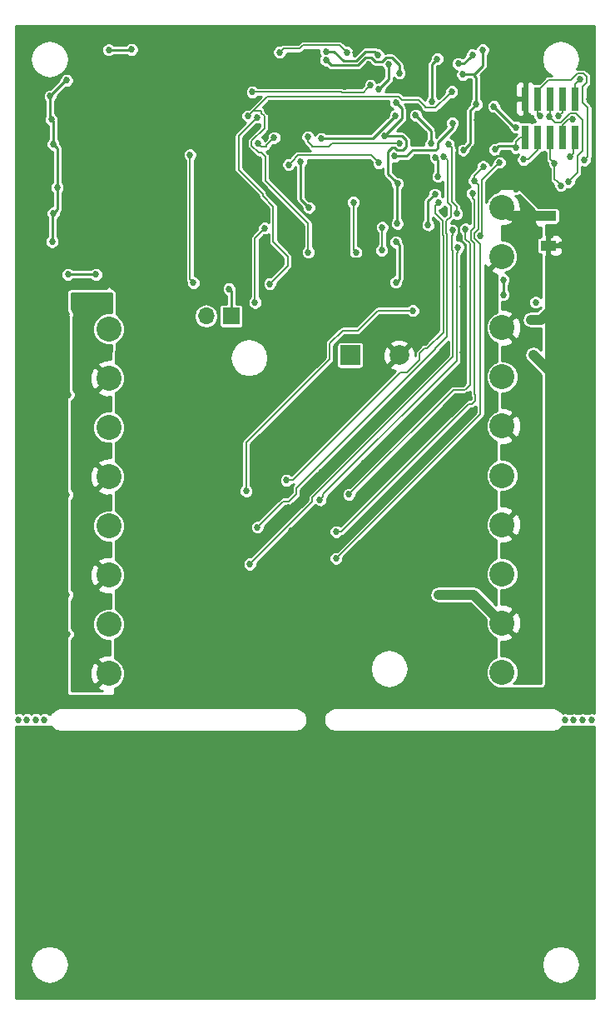
<source format=gbr>
G04 #@! TF.FileFunction,Copper,L2,Bot,Signal*
%FSLAX46Y46*%
G04 Gerber Fmt 4.6, Leading zero omitted, Abs format (unit mm)*
G04 Created by KiCad (PCBNEW 4.0.7-e2-6376~58~ubuntu16.04.1) date Fri Nov 24 15:55:31 2017*
%MOMM*%
%LPD*%
G01*
G04 APERTURE LIST*
%ADD10C,0.100000*%
%ADD11R,0.750000X2.400000*%
%ADD12C,2.540000*%
%ADD13R,1.600000X1.000000*%
%ADD14R,1.700000X1.700000*%
%ADD15O,1.700000X1.700000*%
%ADD16R,2.000000X2.000000*%
%ADD17C,2.000000*%
%ADD18C,0.685800*%
%ADD19C,0.254000*%
%ADD20C,0.152400*%
%ADD21C,1.016000*%
G04 APERTURE END LIST*
D10*
D11*
X169687000Y-55357600D03*
X169687000Y-51457600D03*
X168417000Y-55357600D03*
X168417000Y-51457600D03*
X167147000Y-55357600D03*
X167147000Y-51457600D03*
X165877000Y-55357600D03*
X165877000Y-51457600D03*
X164607000Y-55357600D03*
X164607000Y-51457600D03*
D12*
X122236000Y-74854000D03*
X122236000Y-79854000D03*
X122236000Y-84854000D03*
X122236000Y-89854000D03*
X122236000Y-94854000D03*
X122236000Y-99854000D03*
X122236000Y-104854000D03*
X122236000Y-109854000D03*
X162241000Y-109727000D03*
X162241000Y-104727000D03*
X162241000Y-99727000D03*
X162241000Y-94727000D03*
X162241000Y-89727000D03*
X162241000Y-84727000D03*
X162241000Y-79727000D03*
X162241000Y-74727000D03*
D13*
X166940000Y-63372000D03*
X166940000Y-66372000D03*
D14*
X134682000Y-73532000D03*
D15*
X132142000Y-73532000D03*
D12*
X162215600Y-67486800D03*
X162215600Y-62486800D03*
D16*
X146775160Y-77520800D03*
D17*
X151775160Y-77520800D03*
D18*
X168653096Y-114551484D03*
X169546639Y-114551484D03*
X170432478Y-114551484D03*
X171326021Y-114551484D03*
X115696889Y-114550152D03*
X114803606Y-114550152D03*
X113919345Y-114550152D03*
X113026061Y-114550152D03*
X154715104Y-64277625D03*
X163650633Y-56446491D03*
X161506347Y-56618609D03*
X163651710Y-54348266D03*
X155463542Y-57391982D03*
X161387115Y-52229072D03*
X151446764Y-66010892D03*
X155423478Y-61159870D03*
X155734073Y-59361025D03*
X155006546Y-56014191D03*
X155121518Y-51725594D03*
X153453409Y-53129662D03*
X155647881Y-47393529D03*
X159258195Y-46979281D03*
X157796000Y-47878198D03*
X151446000Y-70103000D03*
X152758140Y-52461160D03*
X140728700Y-60944760D03*
X136133840Y-55796180D03*
X147769723Y-94789690D03*
X147766025Y-97350771D03*
X142230991Y-91798706D03*
X145646140Y-102920800D03*
X143532860Y-100573840D03*
X143845280Y-98257360D03*
X132638800Y-53418111D03*
X132562600Y-50567489D03*
X138366500Y-52641500D03*
X138963400Y-50165000D03*
X139153900Y-57848500D03*
X157064754Y-51890463D03*
X156305595Y-52898937D03*
X165767394Y-46224933D03*
X159645310Y-53593249D03*
X158325499Y-53492222D03*
X171131880Y-51506964D03*
X155576861Y-64121351D03*
X163144200Y-57886600D03*
X164897537Y-53212794D03*
X167791659Y-62050753D03*
X158366464Y-67385287D03*
X158266910Y-77277679D03*
X148162138Y-88512874D03*
X161391110Y-60669201D03*
X161092452Y-57857256D03*
X163665346Y-60601455D03*
X162278843Y-57031279D03*
X162433490Y-55264060D03*
X170920276Y-48431305D03*
X129743200Y-66014600D03*
X123545600Y-65963800D03*
X123545600Y-63373000D03*
X129616200Y-63373000D03*
X129616200Y-60883800D03*
X123571000Y-60883800D03*
X123571000Y-58318400D03*
X129565400Y-58369200D03*
X129616200Y-55803800D03*
X123621800Y-55829200D03*
X123621800Y-53263800D03*
X129641600Y-53238400D03*
X129641600Y-50698400D03*
X123596400Y-50698400D03*
X165987339Y-60858716D03*
X141782800Y-65938400D03*
X138531600Y-61061600D03*
X158924225Y-44545615D03*
X149116255Y-44471316D03*
X155931177Y-50237665D03*
X155726796Y-54739594D03*
X161884390Y-53901775D03*
X146253200Y-50190400D03*
X140665200Y-63220600D03*
X144500600Y-63931800D03*
X148539200Y-63931800D03*
X136632130Y-60878270D03*
X154368510Y-65141461D03*
X148539200Y-60807600D03*
X144780000Y-60579000D03*
X145084800Y-67665600D03*
X148691600Y-67691000D03*
X150571200Y-67767200D03*
X142875000Y-50165000D03*
X139827000Y-67741800D03*
X138023600Y-67005200D03*
X133096000Y-65963800D03*
X133121400Y-63373000D03*
X132664200Y-60833000D03*
X132638800Y-55727600D03*
X137566400Y-47523400D03*
X133096000Y-47625000D03*
X152577800Y-48234600D03*
X147357574Y-46718072D03*
X159512000Y-94792800D03*
X159181800Y-99898200D03*
X161086800Y-72313800D03*
X160985200Y-69900800D03*
X158133114Y-59675962D03*
X162864800Y-52197000D03*
X160821727Y-53101551D03*
X136899395Y-89350143D03*
X153006053Y-61519811D03*
X113686983Y-116830696D03*
X113686983Y-120648033D03*
X113686981Y-125719637D03*
X113686981Y-130791241D03*
X113686983Y-137171648D03*
X113686983Y-142243250D03*
X170837963Y-142243250D03*
X170837963Y-137171646D03*
X170837963Y-130791239D03*
X170837963Y-125719637D03*
X170837963Y-120648031D03*
X170837963Y-116830696D03*
X161276680Y-125725008D03*
X149875173Y-125725008D03*
X135877935Y-125725008D03*
X124476428Y-125725008D03*
X149860000Y-137160000D03*
X161290000Y-137160000D03*
X161290000Y-120650000D03*
X149860000Y-120650000D03*
X135890000Y-120650000D03*
X124460000Y-120650000D03*
X124460000Y-137160000D03*
X135890000Y-137160000D03*
X135890000Y-130810000D03*
X124460000Y-130810000D03*
X161290000Y-130810000D03*
X149860000Y-130810000D03*
X149860000Y-142240000D03*
X156210000Y-142240000D03*
X161290000Y-142240000D03*
X166370000Y-142240000D03*
X166370000Y-116840000D03*
X161290000Y-116840000D03*
X156210000Y-116840000D03*
X151130000Y-116840000D03*
X146050000Y-116840000D03*
X140970000Y-116840000D03*
X135890000Y-116840000D03*
X130810000Y-116840000D03*
X124460000Y-116840000D03*
X119380000Y-116840000D03*
X119380000Y-142240000D03*
X124460000Y-142240000D03*
X130810000Y-142240000D03*
X137160000Y-142240000D03*
X143510000Y-142240000D03*
X143510000Y-137160000D03*
X143510000Y-130810000D03*
X143510000Y-125730000D03*
X143510000Y-120650000D03*
X143638943Y-114556585D03*
X142748000Y-114554000D03*
X135733245Y-110813262D03*
X133420680Y-110801217D03*
X154196067Y-75905060D03*
X148666124Y-47953276D03*
X143859536Y-89446532D03*
X152781000Y-87249000D03*
X149860000Y-90043000D03*
X150368000Y-92075000D03*
X152654000Y-89789000D03*
X152908000Y-91694000D03*
X150495000Y-100457000D03*
X152400000Y-101727000D03*
X147559217Y-104880879D03*
X118042761Y-105843498D03*
X140300861Y-99855806D03*
X134135045Y-94587949D03*
X140815142Y-95378091D03*
X142333689Y-95329422D03*
X142691032Y-94442647D03*
X140237617Y-91187912D03*
X147572971Y-92022527D03*
X145950408Y-90753664D03*
X145849237Y-87468720D03*
X127284595Y-71559922D03*
X158775561Y-81569348D03*
X158232345Y-80423499D03*
X156230102Y-77089341D03*
X158279351Y-70537855D03*
X152815098Y-69409252D03*
X154619247Y-67217405D03*
X156293321Y-62854703D03*
X158785836Y-62243495D03*
X155607746Y-60303663D03*
X153017080Y-57919770D03*
X153231223Y-55886055D03*
X126681000Y-68550892D03*
X159361586Y-56588690D03*
X117940927Y-73368072D03*
X155767567Y-46482609D03*
X171147900Y-69006947D03*
X171205863Y-63751666D03*
X124968000Y-44704000D03*
X113284000Y-44704000D03*
X113284000Y-50800000D03*
X113284000Y-59944000D03*
X113284000Y-73406000D03*
X113284000Y-81534000D03*
X113284000Y-91694000D03*
X113284000Y-99568000D03*
X113284000Y-106426000D03*
X113284000Y-113030000D03*
X117856000Y-113030000D03*
X143510000Y-112776000D03*
X148844000Y-112776000D03*
X155702000Y-112776000D03*
X160858200Y-112750600D03*
X165963600Y-112763300D03*
X171069000Y-109537500D03*
X171043600Y-104457500D03*
X171030900Y-99352100D03*
X171043600Y-94284800D03*
X171043600Y-89230200D03*
X171043600Y-84137500D03*
X171056300Y-79108300D03*
X171069000Y-74002900D03*
X171221400Y-59651900D03*
X170751500Y-44538900D03*
X168833800Y-44500800D03*
X163410900Y-44526200D03*
X133270538Y-44630494D03*
X126688940Y-48395079D03*
X131634000Y-46730305D03*
X157850868Y-46737961D03*
X154109223Y-47987981D03*
X123571000Y-48006000D03*
X143445900Y-44615110D03*
X138329578Y-44646875D03*
X161667762Y-49127328D03*
X164151284Y-47587823D03*
X117983000Y-101854000D03*
X117983000Y-91694000D03*
X118110000Y-81534000D03*
X129286000Y-92329000D03*
X130556000Y-97155000D03*
X128778000Y-102870000D03*
X131318000Y-102743000D03*
X130556000Y-108585000D03*
X134493000Y-107315000D03*
X137922000Y-106680000D03*
X145415000Y-109982000D03*
X145034000Y-107315000D03*
X143256000Y-109220000D03*
X141732000Y-108585000D03*
X141859000Y-104775000D03*
X140081000Y-103505000D03*
X138303000Y-99949000D03*
X136652000Y-102616000D03*
X141732000Y-98044000D03*
X141732000Y-102362000D03*
X143662400Y-93141800D03*
X140563600Y-92989400D03*
X134797800Y-99847400D03*
X152970000Y-46481000D03*
X166940000Y-109219000D03*
X166940000Y-99313000D03*
X166940000Y-89153000D03*
X166940000Y-78993000D03*
X166940000Y-73151000D03*
X165670000Y-72135000D03*
X162368000Y-69849000D03*
X162368000Y-71373000D03*
X165162000Y-73913000D03*
X165416000Y-77469000D03*
X155256000Y-70611000D03*
X149922000Y-73659000D03*
X148144000Y-73405000D03*
X139762000Y-73659000D03*
X139762000Y-78231000D03*
X130364000Y-74929000D03*
X167194000Y-65277000D03*
X167194000Y-67563000D03*
X168210000Y-66293000D03*
X128953574Y-87138731D03*
X129856000Y-80009000D03*
X130110000Y-82041000D03*
X130110000Y-84835000D03*
X130110000Y-85597000D03*
X131380000Y-91439000D03*
X132904000Y-90423000D03*
X142810000Y-86613000D03*
X156907000Y-80471240D03*
X157034000Y-107949000D03*
X159828000Y-107949000D03*
X152970000Y-62737000D03*
X128078000Y-74421000D03*
X162622000Y-50672000D03*
X158748500Y-83628500D03*
X156780000Y-82866500D03*
X150112500Y-86803500D03*
X158431000Y-108965000D03*
X127522000Y-105076000D03*
X147382000Y-100456000D03*
X127316000Y-73913000D03*
X156526000Y-101853000D03*
X155764000Y-101853000D03*
X121982000Y-82422000D03*
X121474000Y-82422000D03*
X158243999Y-48996255D03*
X150736851Y-47964577D03*
X149692361Y-50468219D03*
X149627120Y-46998444D03*
X144336479Y-46636844D03*
X151446959Y-51842389D03*
X116383151Y-53566766D03*
X116971260Y-60482495D03*
X116574128Y-56073196D03*
X116585609Y-63098114D03*
X116471698Y-65976908D03*
X134460934Y-70774643D03*
X151610652Y-60081035D03*
X150298551Y-55247548D03*
X158288709Y-56668113D03*
X120933688Y-69314403D03*
X118081090Y-69314405D03*
X159630077Y-52026218D03*
X124543820Y-46443900D03*
X117944533Y-49590229D03*
X151573000Y-64134000D03*
X122236000Y-46481000D03*
X160272500Y-46481000D03*
X116267000Y-51180000D03*
X157196889Y-64823741D03*
X170181040Y-49500900D03*
X136578069Y-98744450D03*
X156337000Y-57327800D03*
X169189400Y-57338818D03*
X137349000Y-94995000D03*
X160038751Y-65348635D03*
X167967376Y-53229517D03*
X161965694Y-57924298D03*
X153161254Y-72985893D03*
X136206000Y-91312000D03*
X169430363Y-53561472D03*
X140308091Y-90216923D03*
X155788448Y-62021211D03*
X157777552Y-66548915D03*
X169011600Y-59893200D03*
X143713200Y-92227400D03*
X167081200Y-53263800D03*
X158516700Y-64701124D03*
X168213718Y-60261469D03*
X146665414Y-91668209D03*
X167576053Y-57997521D03*
X170610162Y-57683400D03*
X166108402Y-53215309D03*
X159234068Y-61068066D03*
X145371272Y-95453802D03*
X164423252Y-57634216D03*
X159410341Y-59795899D03*
X160324195Y-58346656D03*
X145355321Y-98156800D03*
X143839517Y-55485246D03*
X151409400Y-53162200D03*
X157194407Y-53921152D03*
X151319521Y-57281744D03*
X141757400Y-57805689D03*
X142595600Y-62509400D03*
X151803984Y-48832681D03*
X144336479Y-47516223D03*
X140529644Y-58148088D03*
X149707600Y-57962800D03*
X142494000Y-55333900D03*
X139052300Y-55397400D03*
X137450647Y-55993369D03*
X137110732Y-72162632D03*
X138095948Y-64616062D03*
X151832914Y-55991912D03*
X149991594Y-66861123D03*
X150049000Y-64515000D03*
X137311033Y-53336198D03*
X148855778Y-50089701D03*
X136835536Y-50757143D03*
X138606368Y-70261679D03*
X147384738Y-67081890D03*
X147122037Y-61968421D03*
X156771666Y-56075643D03*
X157627297Y-63120982D03*
X146482759Y-46759847D03*
X139614413Y-46729708D03*
X130849006Y-70159511D03*
X130491000Y-57149000D03*
X157136201Y-50736747D03*
X142519400Y-67056000D03*
X136390191Y-53202894D03*
D19*
X154715104Y-61868244D02*
X154715104Y-63792692D01*
X155423478Y-61159870D02*
X154715104Y-61868244D01*
X154715104Y-63792692D02*
X154715104Y-64277625D01*
D20*
X164607000Y-55357600D02*
X164079600Y-55357600D01*
D19*
X161506347Y-56618609D02*
X161849246Y-56275710D01*
D20*
X163650633Y-55961558D02*
X163650633Y-56446491D01*
D19*
X163479852Y-56275710D02*
X163650633Y-56446491D01*
D20*
X164079600Y-55357600D02*
X163650633Y-55786567D01*
X163650633Y-55786567D02*
X163650633Y-55961558D01*
D19*
X161849246Y-56275710D02*
X163479852Y-56275710D01*
X163506309Y-54348266D02*
X163651710Y-54348266D01*
X161387115Y-52229072D02*
X163506309Y-54348266D01*
X155734073Y-59361025D02*
X155734073Y-57662513D01*
X155734073Y-57662513D02*
X155463542Y-57391982D01*
X151788899Y-66353027D02*
X151446764Y-66010892D01*
X151788899Y-69760101D02*
X151788899Y-66353027D01*
X151446000Y-70103000D02*
X151788899Y-69760101D01*
X155006546Y-54682799D02*
X155006546Y-55529258D01*
X153453409Y-53129662D02*
X155006546Y-54682799D01*
X155006546Y-55529258D02*
X155006546Y-56014191D01*
X155121518Y-47919892D02*
X155121518Y-51240661D01*
X155647881Y-47393529D02*
X155121518Y-47919892D01*
X155121518Y-51240661D02*
X155121518Y-51725594D01*
X158915296Y-47322180D02*
X159258195Y-46979281D01*
X157796000Y-47878198D02*
X158359278Y-47878198D01*
X158359278Y-47878198D02*
X158915296Y-47322180D01*
D20*
X153231223Y-54506503D02*
X152758140Y-54033420D01*
X152758140Y-54033420D02*
X152758140Y-52461160D01*
X153231223Y-55886055D02*
X153231223Y-54506503D01*
X138531600Y-60909200D02*
X136133840Y-58511440D01*
X136133840Y-58511440D02*
X136133840Y-55796180D01*
X138531600Y-61061600D02*
X138531600Y-60909200D01*
D19*
X143845280Y-98257360D02*
X143532860Y-98569780D01*
X143532860Y-98569780D02*
X143532860Y-100573840D01*
D20*
X134522311Y-50567489D02*
X133047533Y-50567489D01*
X132638800Y-55727600D02*
X132638800Y-53418111D01*
X133047533Y-50567489D02*
X132562600Y-50567489D01*
X137566400Y-47523400D02*
X134522311Y-50567489D01*
X140258800Y-58953400D02*
X139153900Y-57848500D01*
X140258800Y-61226700D02*
X140258800Y-58953400D01*
X142240000Y-63207900D02*
X140258800Y-61226700D01*
X142506700Y-63207900D02*
X142240000Y-63207900D01*
X142887701Y-63588901D02*
X142506700Y-63207900D01*
X144500600Y-63931800D02*
X144157701Y-63588901D01*
X144157701Y-63588901D02*
X142887701Y-63588901D01*
X156305595Y-54160795D02*
X156305595Y-53383870D01*
X155726796Y-54739594D02*
X156305595Y-54160795D01*
X156305595Y-53383870D02*
X156305595Y-52898937D01*
D19*
X159361586Y-56588690D02*
X159704485Y-56245791D01*
X158325499Y-55205001D02*
X158325499Y-53977155D01*
X158325499Y-53977155D02*
X158325499Y-53492222D01*
X159704485Y-56245791D02*
X159704485Y-53652424D01*
X159704485Y-53652424D02*
X159645310Y-53593249D01*
X158435852Y-57514424D02*
X158080695Y-57514424D01*
X159361586Y-56588690D02*
X158435852Y-57514424D01*
X157613275Y-57047003D02*
X157613275Y-55917225D01*
X157613275Y-55917225D02*
X158325499Y-55205001D01*
X158080695Y-57514424D02*
X157613275Y-57047003D01*
X171474779Y-51849863D02*
X171131880Y-51506964D01*
X171564299Y-51939383D02*
X171474779Y-51849863D01*
X171564299Y-59309001D02*
X171564299Y-51939383D01*
D20*
X171263175Y-48774204D02*
X171263175Y-51375669D01*
X170920276Y-48431305D02*
X171263175Y-48774204D01*
X171263175Y-51375669D02*
X171131880Y-51506964D01*
D19*
X171221400Y-59651900D02*
X171564299Y-59309001D01*
X155576861Y-64606284D02*
X155576861Y-64121351D01*
X158785836Y-63455334D02*
X157856799Y-64384371D01*
X158506701Y-66760117D02*
X158366464Y-66900354D01*
X155041953Y-65141192D02*
X155576861Y-64606284D01*
X158366464Y-66900354D02*
X158366464Y-67385287D01*
X158506701Y-66251947D02*
X158506701Y-66760117D01*
X157856799Y-65602045D02*
X158506701Y-66251947D01*
X158785836Y-62243495D02*
X158785836Y-63455334D01*
X157856799Y-64384371D02*
X157856799Y-65602045D01*
X154413938Y-65141192D02*
X155041953Y-65141192D01*
D20*
X164607000Y-51457600D02*
X164607000Y-52922257D01*
X164607000Y-52922257D02*
X164897537Y-53212794D01*
X166588337Y-60858716D02*
X167363162Y-61633541D01*
D19*
X163665346Y-60601455D02*
X166331076Y-60601455D01*
D20*
X165987339Y-60858716D02*
X166588337Y-60858716D01*
D19*
X166331076Y-60601455D02*
X167363162Y-61633541D01*
X167363162Y-61633541D02*
X167374446Y-61633541D01*
X167374446Y-61633541D02*
X167448760Y-61707854D01*
X167448760Y-61707854D02*
X167791659Y-62050753D01*
X158279351Y-70537855D02*
X158279351Y-67472400D01*
X158279351Y-67472400D02*
X158366464Y-67385287D01*
X158279351Y-70537855D02*
X158279351Y-77265238D01*
X158232345Y-77312244D02*
X158266910Y-77277679D01*
X158232345Y-80423499D02*
X158232345Y-77312244D01*
X158279351Y-77265238D02*
X158266910Y-77277679D01*
X145950408Y-90753664D02*
X148162138Y-88541934D01*
X148162138Y-88541934D02*
X148162138Y-88512874D01*
X161435351Y-57514357D02*
X161092452Y-57857256D01*
X161685311Y-57264397D02*
X161435351Y-57514357D01*
X162045725Y-57264397D02*
X161685311Y-57264397D01*
X162278843Y-57031279D02*
X162045725Y-57264397D01*
X162515060Y-55264060D02*
X162433490Y-55264060D01*
X162608600Y-55357600D02*
X162515060Y-55264060D01*
D20*
X123545600Y-63373000D02*
X123545600Y-65963800D01*
X129616200Y-60883800D02*
X129616200Y-63373000D01*
X123571000Y-58318400D02*
X123571000Y-60883800D01*
X129616200Y-55803800D02*
X129616200Y-58318400D01*
X129616200Y-58318400D02*
X129565400Y-58369200D01*
X123621800Y-53263800D02*
X123621800Y-55829200D01*
X129641600Y-50698400D02*
X129641600Y-53238400D01*
X123571000Y-48006000D02*
X123571000Y-50673000D01*
X123571000Y-50673000D02*
X123596400Y-50698400D01*
X158943640Y-44526200D02*
X158924225Y-44545615D01*
X163410900Y-44526200D02*
X158943640Y-44526200D01*
D19*
X148972461Y-44615110D02*
X149116255Y-44471316D01*
X143445900Y-44615110D02*
X148972461Y-44615110D01*
X156274076Y-49894766D02*
X155931177Y-50237665D01*
X157423835Y-49894766D02*
X156274076Y-49894766D01*
X157796102Y-51077886D02*
X157796102Y-50267033D01*
X157796102Y-50267033D02*
X157423835Y-49894766D01*
X157714769Y-51159219D02*
X157796102Y-51077886D01*
D20*
X148691600Y-67691000D02*
X148691600Y-64084200D01*
X148691600Y-64084200D02*
X148539200Y-63931800D01*
D19*
X154413938Y-65141192D02*
X154413669Y-65141461D01*
X154413669Y-65141461D02*
X154368510Y-65141461D01*
D20*
X145084800Y-67665600D02*
X145084800Y-60883800D01*
X145084800Y-60883800D02*
X144780000Y-60579000D01*
X145110200Y-67691000D02*
X145084800Y-67665600D01*
X148691600Y-67691000D02*
X145110200Y-67691000D01*
X150571200Y-67767200D02*
X148767800Y-67767200D01*
X148767800Y-67767200D02*
X148691600Y-67691000D01*
X138023600Y-67005200D02*
X138760200Y-67741800D01*
X138760200Y-67741800D02*
X139827000Y-67741800D01*
X133121400Y-63373000D02*
X133121400Y-65938400D01*
X133121400Y-65938400D02*
X133096000Y-65963800D01*
X132638800Y-55727600D02*
X132638800Y-60807600D01*
X132638800Y-60807600D02*
X132664200Y-60833000D01*
X131634000Y-46730305D02*
X132201305Y-46730305D01*
X132201305Y-46730305D02*
X133096000Y-47625000D01*
D19*
X149413587Y-49272432D02*
X149567376Y-49118643D01*
X149567376Y-49118643D02*
X149567376Y-49112516D01*
D20*
X159181800Y-99898200D02*
X159181800Y-95123000D01*
X159181800Y-95123000D02*
X159512000Y-94792800D01*
X162215600Y-67486800D02*
X160945601Y-68756799D01*
X160945601Y-68756799D02*
X160945601Y-69861201D01*
X160945601Y-69861201D02*
X160985200Y-69900800D01*
D19*
X158785836Y-62243495D02*
X158133114Y-61590773D01*
X158133114Y-60160895D02*
X158133114Y-59675962D01*
X158133114Y-61590773D02*
X158133114Y-60160895D01*
D20*
X113696287Y-116840000D02*
X113686983Y-116830696D01*
X119380000Y-116840000D02*
X113696287Y-116840000D01*
X113686981Y-120648035D02*
X113686983Y-120648033D01*
X113686981Y-125719637D02*
X113686981Y-120648035D01*
X113686983Y-130791243D02*
X113686981Y-130791241D01*
X113686983Y-137171648D02*
X113686983Y-130791243D01*
X119380000Y-142240000D02*
X113690233Y-142240000D01*
X113690233Y-142240000D02*
X113686983Y-142243250D01*
X170834713Y-142240000D02*
X170837963Y-142243250D01*
X166370000Y-142240000D02*
X170834713Y-142240000D01*
X170837963Y-130791239D02*
X170837963Y-137171646D01*
X170837963Y-120648031D02*
X170837963Y-125719637D01*
X170828659Y-116840000D02*
X170837963Y-116830696D01*
X166370000Y-116840000D02*
X170828659Y-116840000D01*
X161290000Y-125738328D02*
X161276680Y-125725008D01*
X161290000Y-130810000D02*
X161290000Y-125738328D01*
X135877935Y-125725008D02*
X149875173Y-125725008D01*
X124460000Y-130810000D02*
X124460000Y-125741436D01*
X124460000Y-125741436D02*
X124476428Y-125725008D01*
X149860000Y-142240000D02*
X149860000Y-137160000D01*
X149860000Y-137160000D02*
X149860000Y-130810000D01*
X161290000Y-137160000D02*
X149860000Y-137160000D01*
X149860000Y-120650000D02*
X161290000Y-120650000D01*
X124460000Y-120650000D02*
X135890000Y-120650000D01*
X135890000Y-130810000D02*
X135890000Y-137160000D01*
X161290000Y-142240000D02*
X156210000Y-142240000D01*
X156210000Y-116840000D02*
X161290000Y-116840000D01*
X146050000Y-116840000D02*
X151130000Y-116840000D01*
X135890000Y-116840000D02*
X140970000Y-116840000D01*
X124460000Y-116840000D02*
X130810000Y-116840000D01*
X130810000Y-142240000D02*
X124460000Y-142240000D01*
X143510000Y-142240000D02*
X137160000Y-142240000D01*
X143510000Y-130810000D02*
X143510000Y-137160000D01*
X143510000Y-120650000D02*
X143510000Y-125730000D01*
X143636358Y-114554000D02*
X143638943Y-114556585D01*
X142748000Y-114554000D02*
X143636358Y-114554000D01*
D19*
X134493000Y-109573017D02*
X135390346Y-110470363D01*
X134493000Y-107315000D02*
X134493000Y-109573017D01*
X135390346Y-110470363D02*
X135733245Y-110813262D01*
X133077781Y-110458318D02*
X133420680Y-110801217D01*
X130556000Y-108585000D02*
X131204463Y-108585000D01*
X131204463Y-108585000D02*
X133077781Y-110458318D01*
X153853168Y-75562161D02*
X154196067Y-75905060D01*
X149922000Y-73659000D02*
X151950007Y-73659000D01*
X151950007Y-73659000D02*
X153853168Y-75562161D01*
X149009023Y-48296175D02*
X148666124Y-47953276D01*
X149567376Y-49112516D02*
X149567376Y-48854528D01*
X149567376Y-48854528D02*
X149009023Y-48296175D01*
D20*
X149860000Y-90043000D02*
X152654000Y-87249000D01*
X152654000Y-87249000D02*
X152781000Y-87249000D01*
X152654000Y-89789000D02*
X150368000Y-92075000D01*
X152400000Y-101727000D02*
X151130000Y-100457000D01*
X151130000Y-100457000D02*
X150495000Y-100457000D01*
D19*
X147468121Y-104880879D02*
X147559217Y-104880879D01*
X145034000Y-107315000D02*
X147468121Y-104880879D01*
X138303000Y-99949000D02*
X140207667Y-99949000D01*
X140207667Y-99949000D02*
X140300861Y-99855806D01*
X140863811Y-95329422D02*
X140815142Y-95378091D01*
X142333689Y-95329422D02*
X140863811Y-95329422D01*
X127316000Y-71591327D02*
X127284595Y-71559922D01*
X127316000Y-73913000D02*
X127316000Y-71591327D01*
X156780000Y-82866500D02*
X157478409Y-82866500D01*
X158432662Y-81912247D02*
X158775561Y-81569348D01*
X157478409Y-82866500D02*
X158432662Y-81912247D01*
X154619247Y-66732472D02*
X154619247Y-67217405D01*
X154619247Y-65346501D02*
X154619247Y-66732472D01*
X154413938Y-65141192D02*
X154619247Y-65346501D01*
X118110000Y-81534000D02*
X118110000Y-73537145D01*
X118110000Y-73537145D02*
X117940927Y-73368072D01*
X162622000Y-50672000D02*
X161975884Y-50672000D01*
X161975884Y-50672000D02*
X160707693Y-51940191D01*
X160707693Y-51940191D02*
X160707693Y-53075693D01*
X160707693Y-53075693D02*
X162989600Y-55357600D01*
D20*
X171069000Y-69085847D02*
X171147900Y-69006947D01*
X171069000Y-74002900D02*
X171069000Y-69085847D01*
X171221400Y-63736129D02*
X171205863Y-63751666D01*
X171221400Y-59651900D02*
X171221400Y-63736129D01*
X126238000Y-44704000D02*
X126688940Y-45154940D01*
X126688940Y-45154940D02*
X126688940Y-48395079D01*
X124968000Y-44704000D02*
X126238000Y-44704000D01*
X113284000Y-59944000D02*
X113284000Y-50800000D01*
X113284000Y-81534000D02*
X113284000Y-73406000D01*
X113284000Y-99568000D02*
X113284000Y-91694000D01*
X113284000Y-113030000D02*
X113284000Y-106426000D01*
X143510000Y-112776000D02*
X118110000Y-112776000D01*
X118110000Y-112776000D02*
X117856000Y-113030000D01*
X148844000Y-112776000D02*
X143510000Y-112776000D01*
X160858200Y-112750600D02*
X155727400Y-112750600D01*
X155727400Y-112750600D02*
X155702000Y-112776000D01*
X171081700Y-110035133D02*
X168691767Y-110035133D01*
X168691767Y-110035133D02*
X165963600Y-112763300D01*
X171069000Y-109537500D02*
X171069000Y-110022433D01*
X171069000Y-110022433D02*
X171081700Y-110035133D01*
X171030900Y-99352100D02*
X171030900Y-104444800D01*
X171030900Y-104444800D02*
X171043600Y-104457500D01*
X171043600Y-89230200D02*
X171043600Y-94284800D01*
X171056300Y-79108300D02*
X171056300Y-84124800D01*
X171056300Y-84124800D02*
X171043600Y-84137500D01*
X168833800Y-44500800D02*
X170713400Y-44500800D01*
X170713400Y-44500800D02*
X170751500Y-44538900D01*
D19*
X131634000Y-46730305D02*
X133270538Y-45093767D01*
X133270538Y-45093767D02*
X133270538Y-44630494D01*
X152970000Y-46481000D02*
X154109223Y-47620223D01*
X154109223Y-47620223D02*
X154109223Y-47987981D01*
X149475860Y-49021000D02*
X149567376Y-49112516D01*
X133300693Y-44615110D02*
X138297813Y-44615110D01*
X138297813Y-44615110D02*
X138329578Y-44646875D01*
X163051091Y-51101091D02*
X163051091Y-51561000D01*
X162622000Y-50672000D02*
X163051091Y-51101091D01*
X163207267Y-47587823D02*
X162010661Y-48784429D01*
X162010661Y-48784429D02*
X161667762Y-49127328D01*
X164151284Y-47587823D02*
X163207267Y-47587823D01*
X117983000Y-91694000D02*
X117983000Y-101854000D01*
X128778000Y-102870000D02*
X130556000Y-101092000D01*
X130556000Y-101092000D02*
X130556000Y-97155000D01*
X137922000Y-106680000D02*
X137287000Y-107315000D01*
X137287000Y-107315000D02*
X134493000Y-107315000D01*
X141732000Y-108585000D02*
X142621000Y-108585000D01*
X142621000Y-108585000D02*
X143256000Y-109220000D01*
X140081000Y-103505000D02*
X140589000Y-103505000D01*
X140589000Y-103505000D02*
X141859000Y-104775000D01*
X136652000Y-102616000D02*
X136652000Y-101600000D01*
X136652000Y-101600000D02*
X138303000Y-99949000D01*
X136652000Y-102616000D02*
X134797800Y-100761800D01*
X134797800Y-100761800D02*
X134797800Y-99847400D01*
X141732000Y-102362000D02*
X141732000Y-98044000D01*
D21*
X165416000Y-77469000D02*
X166940000Y-78993000D01*
X165162000Y-73913000D02*
X166178000Y-73913000D01*
X166178000Y-73913000D02*
X166940000Y-73151000D01*
D19*
X166940000Y-99313000D02*
X166940000Y-109219000D01*
X166940000Y-73151000D02*
X166940000Y-78993000D01*
X162368000Y-71373000D02*
X162368000Y-69849000D01*
X139762000Y-78231000D02*
X139762000Y-73659000D01*
X128078000Y-74421000D02*
X129856000Y-74421000D01*
X129856000Y-74421000D02*
X130364000Y-74929000D01*
X166940000Y-66372000D02*
X166940000Y-65531000D01*
X166940000Y-65531000D02*
X167194000Y-65277000D01*
X166940000Y-66372000D02*
X166940000Y-67309000D01*
X166940000Y-67309000D02*
X167194000Y-67563000D01*
X166940000Y-66372000D02*
X168131000Y-66372000D01*
X168131000Y-66372000D02*
X168210000Y-66293000D01*
X128953574Y-87421573D02*
X128953574Y-87138731D01*
X128953574Y-89012574D02*
X128953574Y-87421573D01*
X131380000Y-91439000D02*
X128953574Y-89012574D01*
X130110000Y-82041000D02*
X130110000Y-80263000D01*
X130110000Y-80263000D02*
X129856000Y-80009000D01*
X130110000Y-85597000D02*
X130110000Y-84835000D01*
X128078000Y-74421000D02*
X127824000Y-74421000D01*
X127824000Y-74421000D02*
X127316000Y-73913000D01*
D21*
X166940000Y-63372000D02*
X167240000Y-63372000D01*
X166940000Y-63372000D02*
X163100800Y-63372000D01*
X163100800Y-63372000D02*
X162215600Y-62486800D01*
X155764000Y-101853000D02*
X159367000Y-101853000D01*
X159367000Y-101853000D02*
X162241000Y-104727000D01*
X121474000Y-82422000D02*
X121982000Y-82422000D01*
D19*
X116574128Y-56073196D02*
X116572283Y-56071351D01*
X116572283Y-56071351D02*
X116572283Y-53755898D01*
X116572283Y-53755898D02*
X116383151Y-53566766D01*
X159630077Y-52026218D02*
X158985400Y-52670895D01*
X158985400Y-55971422D02*
X158631608Y-56325214D01*
X158631608Y-56325214D02*
X158288709Y-56668113D01*
X158985400Y-52670895D02*
X158985400Y-55971422D01*
X158728932Y-48996255D02*
X158243999Y-48996255D01*
X159308168Y-48996255D02*
X158728932Y-48996255D01*
X159332913Y-49021000D02*
X159308168Y-48996255D01*
X150736851Y-48449510D02*
X150736851Y-47964577D01*
X150736851Y-49423729D02*
X150736851Y-48449510D01*
X149692361Y-50468219D02*
X150736851Y-49423729D01*
X144821412Y-46636844D02*
X144336479Y-46636844D01*
X149627120Y-46998444D02*
X149284221Y-46655545D01*
X148353355Y-46655545D02*
X147425974Y-47582926D01*
X145156383Y-46636844D02*
X144821412Y-46636844D01*
X149284221Y-46655545D02*
X148353355Y-46655545D01*
X147425974Y-47582926D02*
X146102465Y-47582926D01*
X146102465Y-47582926D02*
X145156383Y-46636844D01*
X150659611Y-59129994D02*
X151267753Y-59738136D01*
X152492816Y-56308666D02*
X152149668Y-56651814D01*
X152065206Y-55247548D02*
X152492816Y-55675158D01*
X152492816Y-55675158D02*
X152492816Y-56308666D01*
X152149668Y-56651814D02*
X151516160Y-56651814D01*
X150659611Y-56834727D02*
X150659611Y-59129994D01*
X150298551Y-55247548D02*
X152065206Y-55247548D01*
X151280065Y-56415719D02*
X151078619Y-56415719D01*
X151267753Y-59738136D02*
X151610652Y-60081035D01*
X151078619Y-56415719D02*
X150659611Y-56834727D01*
X151516160Y-56651814D02*
X151280065Y-56415719D01*
X152069302Y-52464732D02*
X151789858Y-52185288D01*
X151789858Y-52185288D02*
X151446959Y-51842389D01*
X152069302Y-53476797D02*
X152069302Y-52464732D01*
X150298551Y-55247548D02*
X152069302Y-53476797D01*
X116267000Y-53450615D02*
X116383151Y-53566766D01*
X116267000Y-51180000D02*
X116267000Y-53450615D01*
X116971260Y-60967428D02*
X116971260Y-60482495D01*
X116574128Y-56073196D02*
X116971260Y-56470328D01*
X116971260Y-56470328D02*
X116971260Y-59997562D01*
X116971260Y-59997562D02*
X116971260Y-60482495D01*
X116585609Y-63098114D02*
X116971260Y-62712463D01*
X116971260Y-62712463D02*
X116971260Y-60967428D01*
X116471698Y-65976908D02*
X116471698Y-63212025D01*
X116471698Y-63212025D02*
X116585609Y-63098114D01*
X134682000Y-73532000D02*
X134682000Y-70995709D01*
X134682000Y-70995709D02*
X134460934Y-70774643D01*
X151573000Y-64134000D02*
X151573000Y-60118687D01*
X151573000Y-60118687D02*
X151610652Y-60081035D01*
X120933686Y-69314405D02*
X120933688Y-69314403D01*
X118081090Y-69314405D02*
X120933686Y-69314405D01*
X159630077Y-51541285D02*
X159630077Y-52026218D01*
X159332913Y-49021000D02*
X159630077Y-49318164D01*
X159630077Y-49318164D02*
X159630077Y-51541285D01*
X160272500Y-48081413D02*
X159332913Y-49021000D01*
X160272500Y-46481000D02*
X160272500Y-48081413D01*
X124506720Y-46481000D02*
X124543820Y-46443900D01*
X122236000Y-46481000D02*
X124506720Y-46481000D01*
X117856771Y-49590229D02*
X117944533Y-49590229D01*
X116267000Y-51180000D02*
X117856771Y-49590229D01*
D20*
X157264589Y-66937422D02*
X157168451Y-66841284D01*
X157168451Y-65337112D02*
X157196889Y-65308674D01*
X142951699Y-91985831D02*
X157264589Y-77672941D01*
X136578069Y-98744450D02*
X142951699Y-92370820D01*
X157264589Y-77672941D02*
X157264589Y-66937422D01*
X142951699Y-92370820D02*
X142951699Y-91985831D01*
X157168451Y-66841284D02*
X157168451Y-65337112D01*
X157196889Y-65308674D02*
X157196889Y-64823741D01*
X169838141Y-49843799D02*
X170181040Y-49500900D01*
X169687000Y-51457600D02*
X169687000Y-49994940D01*
X169687000Y-49994940D02*
X169838141Y-49843799D01*
X156651813Y-65180135D02*
X156587788Y-65116110D01*
X156679899Y-61997564D02*
X156679899Y-57670699D01*
X141316190Y-91027810D02*
X155465416Y-76878584D01*
X156587788Y-65116110D02*
X156587788Y-63843759D01*
X155465416Y-76878584D02*
X155465416Y-76829726D01*
X141316190Y-91621591D02*
X141316190Y-91027810D01*
X140584799Y-92352982D02*
X141316190Y-91621591D01*
X139991018Y-92352982D02*
X140584799Y-92352982D01*
X157018195Y-62335860D02*
X156679899Y-61997564D01*
X157018195Y-63413352D02*
X157018195Y-62335860D01*
X156587788Y-63843759D02*
X157018195Y-63413352D01*
X137349000Y-94995000D02*
X139991018Y-92352982D01*
X155465416Y-76829726D02*
X156651813Y-75643329D01*
X156651813Y-75643329D02*
X156651813Y-65180135D01*
X156679899Y-57670699D02*
X156337000Y-57327800D01*
X169189400Y-57338818D02*
X169532299Y-56995919D01*
X169532299Y-56995919D02*
X169532299Y-55687139D01*
X147603135Y-74998580D02*
X149615822Y-72985893D01*
X144698720Y-76329540D02*
X146029680Y-74998580D01*
X146029680Y-74998580D02*
X147603135Y-74998580D01*
X136206000Y-86395715D02*
X144698720Y-77902995D01*
X144698720Y-77902995D02*
X144698720Y-76329540D01*
X160186939Y-65200447D02*
X160038751Y-65348635D01*
X160186939Y-59703053D02*
X160186939Y-65200447D01*
X161965694Y-57924298D02*
X160186939Y-59703053D01*
X168417000Y-51457600D02*
X168417000Y-52810000D01*
X168417000Y-52810000D02*
X167997483Y-53229517D01*
X167997483Y-53229517D02*
X167967376Y-53229517D01*
X152878412Y-72985893D02*
X153161254Y-72985893D01*
X149615822Y-72985893D02*
X152878412Y-72985893D01*
X136206000Y-91312000D02*
X136206000Y-86395715D01*
X140308091Y-90216923D02*
X140941804Y-90216923D01*
X140941804Y-90216923D02*
X151875167Y-79283560D01*
X156281002Y-65293566D02*
X156245377Y-65257941D01*
X151875167Y-79283560D02*
X152560020Y-79283560D01*
X152560020Y-79283560D02*
X153871607Y-77971973D01*
X153871607Y-77971973D02*
X153871607Y-77287120D01*
X153871607Y-77287120D02*
X154308108Y-76850619D01*
X155445549Y-63058328D02*
X155445549Y-62364110D01*
X155445549Y-62364110D02*
X155788448Y-62021211D01*
X154308108Y-76850619D02*
X154597137Y-76850619D01*
X156245377Y-65257941D02*
X156245377Y-63858156D01*
X154597137Y-76850619D02*
X156281002Y-75166754D01*
X156245377Y-63858156D02*
X155445549Y-63058328D01*
X156281002Y-75166754D02*
X156281002Y-65293566D01*
X168417000Y-54163572D02*
X169019100Y-53561472D01*
X169019100Y-53561472D02*
X169430363Y-53561472D01*
X168417000Y-55357600D02*
X168417000Y-54163572D01*
X169926000Y-58978800D02*
X169354499Y-59550301D01*
X169926000Y-57277000D02*
X169926000Y-58978800D01*
X170434000Y-56769000D02*
X169926000Y-57277000D01*
X170434000Y-53609997D02*
X170434000Y-56769000D01*
X169749552Y-52925549D02*
X170434000Y-53609997D01*
X169354499Y-59550301D02*
X169011600Y-59893200D01*
X169170781Y-52925549D02*
X169749552Y-52925549D01*
X168257703Y-53838627D02*
X169170781Y-52925549D01*
X167656027Y-53838627D02*
X168257703Y-53838627D01*
X167081200Y-53263800D02*
X167656027Y-53838627D01*
X157632400Y-78079600D02*
X157632400Y-67179000D01*
X143713200Y-92227400D02*
X144056099Y-91884501D01*
X157777552Y-67033848D02*
X157777552Y-66548915D01*
X157632400Y-67179000D02*
X157777552Y-67033848D01*
X144056099Y-91655901D02*
X157632400Y-78079600D01*
X144056099Y-91884501D02*
X144056099Y-91655901D01*
X167081200Y-53263800D02*
X167147000Y-53198000D01*
X167147000Y-53198000D02*
X167147000Y-51800010D01*
X167147000Y-51457600D02*
X167147000Y-50632600D01*
X158975975Y-66165137D02*
X158516700Y-65705862D01*
X158399784Y-81052241D02*
X158466022Y-80986003D01*
X158975975Y-80566814D02*
X158975975Y-66165137D01*
X158516700Y-65186057D02*
X158516700Y-64701124D01*
X158556786Y-80986003D02*
X158975975Y-80566814D01*
X157281382Y-81052241D02*
X158399784Y-81052241D01*
X158516700Y-65705862D02*
X158516700Y-65186057D01*
X158466022Y-80986003D02*
X158556786Y-80986003D01*
X146665414Y-91668209D02*
X157281382Y-81052241D01*
X167576053Y-59623804D02*
X167870819Y-59918570D01*
X167576053Y-57997521D02*
X167576053Y-59623804D01*
X167870819Y-59918570D02*
X168213718Y-60261469D01*
X167147000Y-55357600D02*
X167147000Y-57568468D01*
X167147000Y-57568468D02*
X167576053Y-57997521D01*
X170953061Y-57340501D02*
X170610162Y-57683400D01*
X170953061Y-52382789D02*
X170953061Y-57340501D01*
X170446191Y-51875919D02*
X170953061Y-52382789D01*
X170838307Y-49208530D02*
X170838307Y-49793270D01*
X170521575Y-48891798D02*
X170838307Y-49208530D01*
X169912752Y-48891798D02*
X170521575Y-48891798D01*
X166924412Y-49585188D02*
X169219362Y-49585188D01*
X165877000Y-50632600D02*
X166924412Y-49585188D01*
X165877000Y-51457600D02*
X165877000Y-50632600D01*
X170446191Y-50185386D02*
X170446191Y-51875919D01*
X170838307Y-49793270D02*
X170446191Y-50185386D01*
X169219362Y-49585188D02*
X169912752Y-48891798D01*
X159087238Y-65782836D02*
X159087239Y-64914433D01*
X159196709Y-82444593D02*
X159513441Y-82127861D01*
X159513441Y-81543123D02*
X159445746Y-81475428D01*
X159445746Y-61764677D02*
X159234068Y-61552999D01*
X159087239Y-64914433D02*
X159445746Y-64555926D01*
X159445746Y-66141343D02*
X159087238Y-65782836D01*
X159445746Y-81475428D02*
X159445746Y-66141343D01*
X159234068Y-61552999D02*
X159234068Y-61068066D01*
X158865414Y-82444593D02*
X159196709Y-82444593D01*
X145856205Y-95453802D02*
X158865414Y-82444593D01*
X145371272Y-95453802D02*
X145856205Y-95453802D01*
X159513441Y-82127861D02*
X159513441Y-81543123D01*
X159445746Y-64555926D02*
X159445746Y-61764677D01*
X165877000Y-52983907D02*
X166108402Y-53215309D01*
X165877000Y-51457600D02*
X165877000Y-52983907D01*
X159429649Y-65641005D02*
X159429649Y-65094221D01*
X160033189Y-83478932D02*
X160033189Y-66244543D01*
X159843178Y-60228736D02*
X159753240Y-60138798D01*
X159753240Y-60138798D02*
X159410341Y-59795899D01*
X159843178Y-64680692D02*
X159843178Y-60228736D01*
X145355321Y-98156800D02*
X160033189Y-83478932D01*
X160033189Y-66244543D02*
X159429649Y-65641005D01*
X159429649Y-65094221D02*
X159843178Y-64680692D01*
X165877000Y-55357600D02*
X165877000Y-56696034D01*
X165877000Y-56696034D02*
X164938818Y-57634216D01*
X164938818Y-57634216D02*
X164423252Y-57634216D01*
X165877000Y-55357600D02*
X165877000Y-54532600D01*
X160324195Y-58346656D02*
X159410341Y-59260510D01*
X159410341Y-59310966D02*
X159410341Y-59795899D01*
X159410341Y-59260510D02*
X159410341Y-59310966D01*
D19*
X149086354Y-55485246D02*
X144324450Y-55485246D01*
X151409400Y-53162200D02*
X149086354Y-55485246D01*
X144324450Y-55485246D02*
X143839517Y-55485246D01*
X155666456Y-55934036D02*
X157194407Y-54406085D01*
X151319521Y-57281744D02*
X152516907Y-57281744D01*
X155453900Y-56674101D02*
X155666456Y-56461545D01*
X152516907Y-57281744D02*
X153124550Y-56674101D01*
X157194407Y-54406085D02*
X157194407Y-53921152D01*
X155666456Y-56461545D02*
X155666456Y-55934036D01*
X153124550Y-56674101D02*
X155453900Y-56674101D01*
X142595600Y-62509400D02*
X141757400Y-61671200D01*
X141757400Y-61671200D02*
X141757400Y-58290622D01*
X141757400Y-58290622D02*
X141757400Y-57805689D01*
X151803984Y-48347748D02*
X151803984Y-48832681D01*
X144847193Y-48026937D02*
X147609889Y-48026937D01*
X151803984Y-48056298D02*
X151803984Y-48347748D01*
X144336479Y-47516223D02*
X144847193Y-48026937D01*
X151052362Y-47304676D02*
X151803984Y-48056298D01*
X150062285Y-47662489D02*
X150420098Y-47304676D01*
X148349370Y-47287456D02*
X148952627Y-47287456D01*
X147609889Y-48026937D02*
X148349370Y-47287456D01*
X148952627Y-47287456D02*
X149327660Y-47662489D01*
X150420098Y-47304676D02*
X151052362Y-47304676D01*
X149327660Y-47662489D02*
X150062285Y-47662489D01*
D20*
X149707600Y-57962800D02*
X148941387Y-57196587D01*
X141481145Y-57196587D02*
X140872543Y-57805189D01*
X140872543Y-57805189D02*
X140529644Y-58148088D01*
X148941387Y-57196587D02*
X141481145Y-57196587D01*
X144577991Y-56336268D02*
X142913100Y-56336268D01*
X142494000Y-55818833D02*
X142913100Y-56237933D01*
X142913100Y-56237933D02*
X142913100Y-56336268D01*
X142494000Y-55333900D02*
X142494000Y-55818833D01*
X138290300Y-56336268D02*
X137793546Y-56336268D01*
X138290300Y-56336268D02*
X138290300Y-56159400D01*
X138290300Y-56159400D02*
X139052300Y-55397400D01*
X144922347Y-55991912D02*
X144577991Y-56336268D01*
X151832914Y-55991912D02*
X144922347Y-55991912D01*
X137793546Y-56336268D02*
X137450647Y-55993369D01*
X137110732Y-65601278D02*
X137110732Y-71677699D01*
X138095948Y-64616062D02*
X137110732Y-65601278D01*
X137110732Y-71677699D02*
X137110732Y-72162632D01*
X150049000Y-66803717D02*
X149991594Y-66861123D01*
X150049000Y-64515000D02*
X150049000Y-66803717D01*
X138606368Y-70261679D02*
X140436102Y-68431945D01*
X138949267Y-62380737D02*
X137922499Y-61353969D01*
X140436102Y-68431945D02*
X140436102Y-67474830D01*
X135443537Y-58665481D02*
X135443537Y-55203694D01*
X140436102Y-67474830D02*
X138949267Y-65987995D01*
X135443537Y-55203694D02*
X136968134Y-53679097D01*
X138949267Y-65987995D02*
X138949267Y-62380737D01*
X137922499Y-61353969D02*
X137922499Y-61144443D01*
X137922499Y-61144443D02*
X135443537Y-58665481D01*
X136968134Y-53679097D02*
X137311033Y-53336198D01*
X148145978Y-50799501D02*
X148512879Y-50432600D01*
X145935431Y-50774101D02*
X145960831Y-50799501D01*
X142565673Y-50757143D02*
X142582631Y-50774101D01*
X139272727Y-50757143D02*
X142565673Y-50757143D01*
X142582631Y-50774101D02*
X145935431Y-50774101D01*
X139255769Y-50774101D02*
X139272727Y-50757143D01*
X145960831Y-50799501D02*
X148145978Y-50799501D01*
X138671031Y-50774101D02*
X139255769Y-50774101D01*
X138654073Y-50757143D02*
X138671031Y-50774101D01*
X136835536Y-50757143D02*
X138654073Y-50757143D01*
X148512879Y-50432600D02*
X148855778Y-50089701D01*
X147122037Y-61968421D02*
X147122037Y-66819189D01*
X147122037Y-66819189D02*
X147384738Y-67081890D01*
X157114565Y-61947988D02*
X157114565Y-56418542D01*
X157114565Y-56418542D02*
X156771666Y-56075643D01*
X157627297Y-62460720D02*
X157114565Y-61947988D01*
X157627297Y-63120982D02*
X157627297Y-62460720D01*
X141667000Y-46354000D02*
X142000194Y-46020806D01*
X145743718Y-46020806D02*
X146139860Y-46416948D01*
X142000194Y-46020806D02*
X145743718Y-46020806D01*
X146139860Y-46416948D02*
X146482759Y-46759847D01*
X139990121Y-46354000D02*
X139957312Y-46386809D01*
X139957312Y-46386809D02*
X139614413Y-46729708D01*
X141667000Y-46354000D02*
X139990121Y-46354000D01*
X130506107Y-69816612D02*
X130849006Y-70159511D01*
X130491000Y-69801505D02*
X130506107Y-69816612D01*
X130491000Y-57149000D02*
X130491000Y-69801505D01*
X141667000Y-46354000D02*
X141460774Y-46354000D01*
X154457400Y-52381467D02*
X155491481Y-52381467D01*
X153781760Y-51567080D02*
X154457400Y-52242720D01*
X154457400Y-52242720D02*
X154457400Y-52381467D01*
X151739329Y-51233287D02*
X152073122Y-51567080D01*
X152073122Y-51567080D02*
X153781760Y-51567080D01*
X136776395Y-56207595D02*
X137515600Y-56946800D01*
X136776395Y-55740948D02*
X136776395Y-56207595D01*
X137744699Y-52908469D02*
X138061431Y-53225201D01*
X138150600Y-57302400D02*
X138150600Y-59766200D01*
X137795000Y-56946800D02*
X138150600Y-57302400D01*
X136906940Y-52686145D02*
X137673868Y-52686145D01*
X137744699Y-52756976D02*
X137744699Y-52908469D01*
X138061431Y-53225201D02*
X138061431Y-54455912D01*
X136733090Y-52859995D02*
X136906940Y-52686145D01*
X138061431Y-54455912D02*
X136776395Y-55740948D01*
X137515600Y-56946800D02*
X137795000Y-56946800D01*
X142519400Y-64135000D02*
X142519400Y-66571067D01*
X138150600Y-59766200D02*
X142519400Y-64135000D01*
X137673868Y-52686145D02*
X137744699Y-52756976D01*
X142519400Y-66571067D02*
X142519400Y-67056000D01*
X155491481Y-52381467D02*
X156793302Y-51079646D01*
X136733090Y-52859995D02*
X138359798Y-51233287D01*
X138359798Y-51233287D02*
X151739329Y-51233287D01*
X156793302Y-51079646D02*
X157136201Y-50736747D01*
X136390191Y-53202894D02*
X136733090Y-52859995D01*
D19*
G36*
X171631500Y-113873000D02*
X171579716Y-113873000D01*
X171470645Y-113827710D01*
X171182660Y-113827459D01*
X171072442Y-113873000D01*
X170686173Y-113873000D01*
X170577102Y-113827710D01*
X170289117Y-113827459D01*
X170178899Y-113873000D01*
X169800334Y-113873000D01*
X169691263Y-113827710D01*
X169403278Y-113827459D01*
X169293060Y-113873000D01*
X168906791Y-113873000D01*
X168797720Y-113827710D01*
X168509735Y-113827459D01*
X168399517Y-113873000D01*
X168378237Y-113873000D01*
X168303965Y-113761844D01*
X168178154Y-113636034D01*
X168178153Y-113636033D01*
X167930946Y-113470854D01*
X167766567Y-113402766D01*
X167474961Y-113344762D01*
X167430050Y-113344762D01*
X167386000Y-113336000D01*
X145288000Y-113336000D01*
X145243950Y-113344762D01*
X145199039Y-113344762D01*
X144907434Y-113402766D01*
X144907433Y-113402766D01*
X144743054Y-113470854D01*
X144495844Y-113636035D01*
X144428841Y-113703039D01*
X144370035Y-113761845D01*
X144204854Y-114009054D01*
X144136766Y-114173433D01*
X144078762Y-114465038D01*
X144078762Y-114642961D01*
X144136766Y-114934566D01*
X144136766Y-114934567D01*
X144204854Y-115098946D01*
X144370033Y-115346153D01*
X144370034Y-115346154D01*
X144495844Y-115471965D01*
X144743054Y-115637146D01*
X144907433Y-115705234D01*
X144907434Y-115705234D01*
X145199039Y-115763238D01*
X145243950Y-115763238D01*
X145288000Y-115772000D01*
X167386000Y-115772000D01*
X167430050Y-115763238D01*
X167474961Y-115763238D01*
X167766567Y-115705234D01*
X167930946Y-115637146D01*
X168178155Y-115471965D01*
X168303965Y-115346156D01*
X168383583Y-115227000D01*
X168392253Y-115227000D01*
X168508472Y-115275258D01*
X168796457Y-115275509D01*
X168913858Y-115227000D01*
X169285796Y-115227000D01*
X169402015Y-115275258D01*
X169690000Y-115275509D01*
X169807401Y-115227000D01*
X170171635Y-115227000D01*
X170287854Y-115275258D01*
X170575839Y-115275509D01*
X170693240Y-115227000D01*
X171065178Y-115227000D01*
X171181397Y-115275258D01*
X171469382Y-115275509D01*
X171586783Y-115227000D01*
X171631500Y-115227000D01*
X171631500Y-142871500D01*
X112774500Y-142871500D01*
X112774500Y-139433000D01*
X114247000Y-139433000D01*
X114395892Y-140181529D01*
X114819899Y-140816101D01*
X115454471Y-141240108D01*
X116203000Y-141389000D01*
X116951529Y-141240108D01*
X117586101Y-140816101D01*
X118010108Y-140181529D01*
X118159000Y-139433000D01*
X166247000Y-139433000D01*
X166395892Y-140181529D01*
X166819899Y-140816101D01*
X167454471Y-141240108D01*
X168203000Y-141389000D01*
X168951529Y-141240108D01*
X169586101Y-140816101D01*
X170010108Y-140181529D01*
X170159000Y-139433000D01*
X170010108Y-138684471D01*
X169586101Y-138049899D01*
X168951529Y-137625892D01*
X168203000Y-137477000D01*
X167454471Y-137625892D01*
X166819899Y-138049899D01*
X166395892Y-138684471D01*
X166247000Y-139433000D01*
X118159000Y-139433000D01*
X118010108Y-138684471D01*
X117586101Y-138049899D01*
X116951529Y-137625892D01*
X116203000Y-137477000D01*
X115454471Y-137625892D01*
X114819899Y-138049899D01*
X114395892Y-138684471D01*
X114247000Y-139433000D01*
X112774500Y-139433000D01*
X112774500Y-115229522D01*
X112881437Y-115273926D01*
X113169422Y-115274177D01*
X113283599Y-115227000D01*
X113661710Y-115227000D01*
X113774721Y-115273926D01*
X114062706Y-115274177D01*
X114176883Y-115227000D01*
X114545971Y-115227000D01*
X114658982Y-115273926D01*
X114946967Y-115274177D01*
X115061144Y-115227000D01*
X115439254Y-115227000D01*
X115552265Y-115273926D01*
X115840250Y-115274177D01*
X115954427Y-115227000D01*
X116350418Y-115227000D01*
X116430033Y-115346153D01*
X116430034Y-115346154D01*
X116555844Y-115471965D01*
X116803054Y-115637146D01*
X116967433Y-115705234D01*
X116967434Y-115705234D01*
X117259039Y-115763238D01*
X117303950Y-115763238D01*
X117348000Y-115772000D01*
X141224000Y-115772000D01*
X141268050Y-115763238D01*
X141312961Y-115763238D01*
X141604567Y-115705234D01*
X141768946Y-115637146D01*
X142016155Y-115471965D01*
X142141965Y-115346156D01*
X142307146Y-115098946D01*
X142375234Y-114934567D01*
X142375234Y-114934566D01*
X142433238Y-114642961D01*
X142433238Y-114465038D01*
X142375234Y-114173434D01*
X142362199Y-114141963D01*
X142307146Y-114009054D01*
X142141965Y-113761844D01*
X142016154Y-113636034D01*
X142016153Y-113636033D01*
X141768946Y-113470854D01*
X141604567Y-113402766D01*
X141312961Y-113344762D01*
X141268050Y-113344762D01*
X141224000Y-113336000D01*
X117348000Y-113336000D01*
X117303950Y-113344762D01*
X117259039Y-113344762D01*
X116967434Y-113402766D01*
X116967433Y-113402766D01*
X116803054Y-113470854D01*
X116555844Y-113636035D01*
X116488841Y-113703039D01*
X116430035Y-113761845D01*
X116288945Y-113973000D01*
X116143601Y-113973000D01*
X116107481Y-113936817D01*
X115841513Y-113826378D01*
X115553528Y-113826127D01*
X115287368Y-113936102D01*
X115250405Y-113973000D01*
X115250318Y-113973000D01*
X115214198Y-113936817D01*
X114948230Y-113826378D01*
X114660245Y-113826127D01*
X114394085Y-113936102D01*
X114361597Y-113968533D01*
X114329937Y-113936817D01*
X114063969Y-113826378D01*
X113775984Y-113826127D01*
X113509824Y-113936102D01*
X113472861Y-113973000D01*
X113472773Y-113973000D01*
X113436653Y-113936817D01*
X113170685Y-113826378D01*
X112882700Y-113826127D01*
X112774500Y-113870834D01*
X112774500Y-71119000D01*
X117918000Y-71119000D01*
X117918000Y-111759000D01*
X117944056Y-111897477D01*
X118025896Y-112024660D01*
X118150770Y-112109983D01*
X118299000Y-112140000D01*
X122490789Y-112140000D01*
X122628163Y-112114372D01*
X122755600Y-112032927D01*
X122841310Y-111908320D01*
X122871787Y-111760183D01*
X122872976Y-111377191D01*
X123169995Y-111254466D01*
X123634834Y-110790437D01*
X123886713Y-110183845D01*
X123887286Y-109527037D01*
X123818144Y-109359700D01*
X148804300Y-109359700D01*
X148953192Y-110108229D01*
X149377199Y-110742801D01*
X150011771Y-111166808D01*
X150760300Y-111315700D01*
X151508829Y-111166808D01*
X152143401Y-110742801D01*
X152567408Y-110108229D01*
X152716300Y-109359700D01*
X152567408Y-108611171D01*
X152143401Y-107976599D01*
X151508829Y-107552592D01*
X150760300Y-107403700D01*
X150011771Y-107552592D01*
X149377199Y-107976599D01*
X148953192Y-108611171D01*
X148804300Y-109359700D01*
X123818144Y-109359700D01*
X123636466Y-108920005D01*
X123172437Y-108455166D01*
X122882425Y-108334742D01*
X122888524Y-106370767D01*
X123169995Y-106254466D01*
X123634834Y-105790437D01*
X123886713Y-105183845D01*
X123887286Y-104527037D01*
X123636466Y-103920005D01*
X123172437Y-103455166D01*
X122897933Y-103341182D01*
X122904072Y-101364343D01*
X123169995Y-101254466D01*
X123634834Y-100790437D01*
X123886713Y-100183845D01*
X123887286Y-99527037D01*
X123636466Y-98920005D01*
X123172437Y-98455166D01*
X122913441Y-98347621D01*
X122919620Y-96357919D01*
X123169995Y-96254466D01*
X123634834Y-95790437D01*
X123886713Y-95183845D01*
X123887286Y-94527037D01*
X123636466Y-93920005D01*
X123172437Y-93455166D01*
X122928949Y-93354061D01*
X122934845Y-91455361D01*
X135481975Y-91455361D01*
X135591950Y-91721521D01*
X135795408Y-91925335D01*
X136061376Y-92035774D01*
X136349361Y-92036025D01*
X136615521Y-91926050D01*
X136819335Y-91722592D01*
X136929774Y-91456624D01*
X136930025Y-91168639D01*
X136820050Y-90902479D01*
X136663200Y-90745355D01*
X136663200Y-86585093D01*
X145022009Y-78226284D01*
X145121118Y-78077958D01*
X145155920Y-77902995D01*
X145155920Y-76520800D01*
X145386696Y-76520800D01*
X145386696Y-78520800D01*
X145413263Y-78661990D01*
X145496706Y-78791665D01*
X145624026Y-78878659D01*
X145775160Y-78909264D01*
X147775160Y-78909264D01*
X147916350Y-78882697D01*
X148046025Y-78799254D01*
X148133019Y-78671934D01*
X148163624Y-78520800D01*
X148163624Y-77256261D01*
X150129252Y-77256261D01*
X150153304Y-77906260D01*
X150355773Y-78395064D01*
X150622628Y-78493727D01*
X151595555Y-77520800D01*
X150622628Y-76547873D01*
X150355773Y-76646536D01*
X150129252Y-77256261D01*
X148163624Y-77256261D01*
X148163624Y-76520800D01*
X148137057Y-76379610D01*
X148129759Y-76368268D01*
X150802233Y-76368268D01*
X151775160Y-77341195D01*
X152748087Y-76368268D01*
X152649424Y-76101413D01*
X152039699Y-75874892D01*
X151389700Y-75898944D01*
X150900896Y-76101413D01*
X150802233Y-76368268D01*
X148129759Y-76368268D01*
X148053614Y-76249935D01*
X147926294Y-76162941D01*
X147775160Y-76132336D01*
X145775160Y-76132336D01*
X145633970Y-76158903D01*
X145504295Y-76242346D01*
X145417301Y-76369666D01*
X145386696Y-76520800D01*
X145155920Y-76520800D01*
X145155920Y-76518918D01*
X146219058Y-75455780D01*
X147603135Y-75455780D01*
X147778098Y-75420978D01*
X147926424Y-75321869D01*
X149805200Y-73443093D01*
X152594800Y-73443093D01*
X152750662Y-73599228D01*
X153016630Y-73709667D01*
X153304615Y-73709918D01*
X153570775Y-73599943D01*
X153774589Y-73396485D01*
X153885028Y-73130517D01*
X153885279Y-72842532D01*
X153775304Y-72576372D01*
X153571846Y-72372558D01*
X153305878Y-72262119D01*
X153017893Y-72261868D01*
X152751733Y-72371843D01*
X152594609Y-72528693D01*
X149615822Y-72528693D01*
X149440859Y-72563495D01*
X149292533Y-72662604D01*
X147413757Y-74541380D01*
X146029680Y-74541380D01*
X145854717Y-74576182D01*
X145706391Y-74675291D01*
X144375431Y-76006251D01*
X144276322Y-76154577D01*
X144241520Y-76329540D01*
X144241520Y-77713617D01*
X135882711Y-86072426D01*
X135783602Y-86220752D01*
X135748800Y-86395715D01*
X135748800Y-90745546D01*
X135592665Y-90901408D01*
X135482226Y-91167376D01*
X135481975Y-91455361D01*
X122934845Y-91455361D01*
X122935168Y-91351494D01*
X123169995Y-91254466D01*
X123634834Y-90790437D01*
X123886713Y-90183845D01*
X123887286Y-89527037D01*
X123636466Y-88920005D01*
X123172437Y-88455166D01*
X122944457Y-88360500D01*
X122950716Y-86345070D01*
X123169995Y-86254466D01*
X123634834Y-85790437D01*
X123886713Y-85183845D01*
X123887286Y-84527037D01*
X123636466Y-83920005D01*
X123172437Y-83455166D01*
X122959965Y-83366940D01*
X122966264Y-81338646D01*
X123169995Y-81254466D01*
X123634834Y-80790437D01*
X123886713Y-80183845D01*
X123887286Y-79527037D01*
X123636466Y-78920005D01*
X123172437Y-78455166D01*
X122975473Y-78373379D01*
X122977331Y-77774800D01*
X134543600Y-77774800D01*
X134692492Y-78523329D01*
X135116499Y-79157901D01*
X135751071Y-79581908D01*
X136499600Y-79730800D01*
X137248129Y-79581908D01*
X137882701Y-79157901D01*
X138306708Y-78523329D01*
X138455600Y-77774800D01*
X138306708Y-77026271D01*
X137882701Y-76391699D01*
X137248129Y-75967692D01*
X136499600Y-75818800D01*
X135751071Y-75967692D01*
X135116499Y-76391699D01*
X134692492Y-77026271D01*
X134543600Y-77774800D01*
X122977331Y-77774800D01*
X122981812Y-76332222D01*
X123169995Y-76254466D01*
X123634834Y-75790437D01*
X123886713Y-75183845D01*
X123887286Y-74527037D01*
X123636466Y-73920005D01*
X123225063Y-73507883D01*
X130911000Y-73507883D01*
X130911000Y-73556117D01*
X131004704Y-74027200D01*
X131271552Y-74426565D01*
X131670917Y-74693413D01*
X132142000Y-74787117D01*
X132613083Y-74693413D01*
X133012448Y-74426565D01*
X133279296Y-74027200D01*
X133373000Y-73556117D01*
X133373000Y-73507883D01*
X133279296Y-73036800D01*
X133042226Y-72682000D01*
X133443536Y-72682000D01*
X133443536Y-74382000D01*
X133470103Y-74523190D01*
X133553546Y-74652865D01*
X133680866Y-74739859D01*
X133832000Y-74770464D01*
X135532000Y-74770464D01*
X135673190Y-74743897D01*
X135802865Y-74660454D01*
X135889859Y-74533134D01*
X135920464Y-74382000D01*
X135920464Y-72682000D01*
X135893897Y-72540810D01*
X135810454Y-72411135D01*
X135683134Y-72324141D01*
X135532000Y-72293536D01*
X135190000Y-72293536D01*
X135190000Y-70995709D01*
X135178006Y-70935408D01*
X135184708Y-70919267D01*
X135184959Y-70631282D01*
X135074984Y-70365122D01*
X134871526Y-70161308D01*
X134605558Y-70050869D01*
X134317573Y-70050618D01*
X134051413Y-70160593D01*
X133847599Y-70364051D01*
X133737160Y-70630019D01*
X133736909Y-70918004D01*
X133846884Y-71184164D01*
X134050342Y-71387978D01*
X134174000Y-71439325D01*
X134174000Y-72293536D01*
X133832000Y-72293536D01*
X133690810Y-72320103D01*
X133561135Y-72403546D01*
X133474141Y-72530866D01*
X133443536Y-72682000D01*
X133042226Y-72682000D01*
X133012448Y-72637435D01*
X132613083Y-72370587D01*
X132142000Y-72276883D01*
X131670917Y-72370587D01*
X131271552Y-72637435D01*
X131004704Y-73036800D01*
X130911000Y-73507883D01*
X123225063Y-73507883D01*
X123172437Y-73455166D01*
X122990981Y-73379819D01*
X122997998Y-71120183D01*
X122971944Y-70980523D01*
X122890104Y-70853340D01*
X122765230Y-70768017D01*
X122617000Y-70738000D01*
X122595119Y-70738000D01*
X122595032Y-70737496D01*
X122517139Y-70607858D01*
X122394947Y-70518739D01*
X122247709Y-70484180D01*
X122098626Y-70509628D01*
X121971189Y-70591072D01*
X121885480Y-70715680D01*
X121880888Y-70738000D01*
X118299000Y-70738000D01*
X118160523Y-70764056D01*
X118033340Y-70845896D01*
X117948017Y-70970770D01*
X117918000Y-71119000D01*
X112774500Y-71119000D01*
X112774500Y-69457766D01*
X117357065Y-69457766D01*
X117467040Y-69723926D01*
X117670498Y-69927740D01*
X117936466Y-70038179D01*
X118224451Y-70038430D01*
X118490611Y-69928455D01*
X118596847Y-69822405D01*
X120417947Y-69822405D01*
X120523096Y-69927738D01*
X120789064Y-70038177D01*
X121077049Y-70038428D01*
X121343209Y-69928453D01*
X121547023Y-69724995D01*
X121657462Y-69459027D01*
X121657713Y-69171042D01*
X121547738Y-68904882D01*
X121344280Y-68701068D01*
X121078312Y-68590629D01*
X120790327Y-68590378D01*
X120524167Y-68700353D01*
X120417929Y-68806405D01*
X118596833Y-68806405D01*
X118491682Y-68701070D01*
X118225714Y-68590631D01*
X117937729Y-68590380D01*
X117671569Y-68700355D01*
X117467755Y-68903813D01*
X117357316Y-69169781D01*
X117357065Y-69457766D01*
X112774500Y-69457766D01*
X112774500Y-51323361D01*
X115542975Y-51323361D01*
X115652950Y-51589521D01*
X115759000Y-51695757D01*
X115759000Y-53182222D01*
X115659377Y-53422142D01*
X115659126Y-53710127D01*
X115769101Y-53976287D01*
X115972559Y-54180101D01*
X116064283Y-54218188D01*
X116064283Y-55559295D01*
X115960793Y-55662604D01*
X115850354Y-55928572D01*
X115850103Y-56216557D01*
X115960078Y-56482717D01*
X116163536Y-56686531D01*
X116429504Y-56796970D01*
X116463260Y-56796999D01*
X116463260Y-59966752D01*
X116357925Y-60071903D01*
X116247486Y-60337871D01*
X116247235Y-60625856D01*
X116357210Y-60892016D01*
X116463260Y-60998252D01*
X116463260Y-62374107D01*
X116442248Y-62374089D01*
X116176088Y-62484064D01*
X115972274Y-62687522D01*
X115861835Y-62953490D01*
X115861584Y-63241475D01*
X115963698Y-63488610D01*
X115963698Y-65461165D01*
X115858363Y-65566316D01*
X115747924Y-65832284D01*
X115747673Y-66120269D01*
X115857648Y-66386429D01*
X116061106Y-66590243D01*
X116327074Y-66700682D01*
X116615059Y-66700933D01*
X116881219Y-66590958D01*
X117085033Y-66387500D01*
X117195472Y-66121532D01*
X117195723Y-65833547D01*
X117085748Y-65567387D01*
X116979698Y-65461151D01*
X116979698Y-63718540D01*
X116995130Y-63712164D01*
X117198944Y-63508706D01*
X117309383Y-63242738D01*
X117309514Y-63092629D01*
X117330470Y-63071673D01*
X117440591Y-62906866D01*
X117479260Y-62712463D01*
X117479260Y-60998238D01*
X117584595Y-60893087D01*
X117695034Y-60627119D01*
X117695285Y-60339134D01*
X117585310Y-60072974D01*
X117479260Y-59966738D01*
X117479260Y-57292361D01*
X129766975Y-57292361D01*
X129876950Y-57558521D01*
X130033800Y-57715645D01*
X130033800Y-69801505D01*
X130068602Y-69976468D01*
X130125192Y-70061160D01*
X130124981Y-70302872D01*
X130234956Y-70569032D01*
X130438414Y-70772846D01*
X130704382Y-70883285D01*
X130992367Y-70883536D01*
X131258527Y-70773561D01*
X131462341Y-70570103D01*
X131572780Y-70304135D01*
X131573031Y-70016150D01*
X131463056Y-69749990D01*
X131259598Y-69546176D01*
X130993630Y-69435737D01*
X130948200Y-69435697D01*
X130948200Y-57715454D01*
X131104335Y-57559592D01*
X131214774Y-57293624D01*
X131215025Y-57005639D01*
X131105050Y-56739479D01*
X130901592Y-56535665D01*
X130635624Y-56425226D01*
X130347639Y-56424975D01*
X130081479Y-56534950D01*
X129877665Y-56738408D01*
X129767226Y-57004376D01*
X129766975Y-57292361D01*
X117479260Y-57292361D01*
X117479260Y-56470328D01*
X117440591Y-56275925D01*
X117378155Y-56182483D01*
X117330470Y-56111117D01*
X117298023Y-56078670D01*
X117298153Y-55929835D01*
X117188178Y-55663675D01*
X117080283Y-55555591D01*
X117080283Y-55203694D01*
X134986337Y-55203694D01*
X134986337Y-58665481D01*
X135021139Y-58840444D01*
X135120248Y-58988770D01*
X137465299Y-61333821D01*
X137465299Y-61353969D01*
X137500101Y-61528932D01*
X137599210Y-61677258D01*
X138492067Y-62570115D01*
X138492067Y-63996717D01*
X138240572Y-63892288D01*
X137952587Y-63892037D01*
X137686427Y-64002012D01*
X137482613Y-64205470D01*
X137372174Y-64471438D01*
X137371980Y-64693452D01*
X136787443Y-65277989D01*
X136688334Y-65426315D01*
X136653532Y-65601278D01*
X136653532Y-71596178D01*
X136497397Y-71752040D01*
X136386958Y-72018008D01*
X136386707Y-72305993D01*
X136496682Y-72572153D01*
X136700140Y-72775967D01*
X136966108Y-72886406D01*
X137254093Y-72886657D01*
X137520253Y-72776682D01*
X137724067Y-72573224D01*
X137834506Y-72307256D01*
X137834757Y-72019271D01*
X137724782Y-71753111D01*
X137567932Y-71595987D01*
X137567932Y-65790656D01*
X138018693Y-65339895D01*
X138239309Y-65340087D01*
X138492067Y-65235650D01*
X138492067Y-65987995D01*
X138526869Y-66162958D01*
X138625978Y-66311284D01*
X139978902Y-67664208D01*
X139978902Y-68242567D01*
X138683623Y-69537846D01*
X138463007Y-69537654D01*
X138196847Y-69647629D01*
X137993033Y-69851087D01*
X137882594Y-70117055D01*
X137882343Y-70405040D01*
X137992318Y-70671200D01*
X138195776Y-70875014D01*
X138461744Y-70985453D01*
X138749729Y-70985704D01*
X139015889Y-70875729D01*
X139219703Y-70672271D01*
X139330142Y-70406303D01*
X139330281Y-70246361D01*
X150721975Y-70246361D01*
X150831950Y-70512521D01*
X151035408Y-70716335D01*
X151301376Y-70826774D01*
X151589361Y-70827025D01*
X151855521Y-70717050D01*
X152059335Y-70513592D01*
X152169774Y-70247624D01*
X152169914Y-70086678D01*
X152258230Y-69954505D01*
X152267361Y-69908597D01*
X152296899Y-69760101D01*
X152296899Y-66353027D01*
X152258230Y-66158624D01*
X152170650Y-66027551D01*
X152170789Y-65867531D01*
X152060814Y-65601371D01*
X151857356Y-65397557D01*
X151591388Y-65287118D01*
X151303403Y-65286867D01*
X151037243Y-65396842D01*
X150833429Y-65600300D01*
X150722990Y-65866268D01*
X150722739Y-66154253D01*
X150832714Y-66420413D01*
X151036172Y-66624227D01*
X151280899Y-66725846D01*
X151280899Y-69387958D01*
X151036479Y-69488950D01*
X150832665Y-69692408D01*
X150722226Y-69958376D01*
X150721975Y-70246361D01*
X139330281Y-70246361D01*
X139330336Y-70184289D01*
X140759391Y-68755234D01*
X140858500Y-68606908D01*
X140893302Y-68431945D01*
X140893302Y-67474830D01*
X140858500Y-67299867D01*
X140759391Y-67151541D01*
X139406467Y-65798617D01*
X139406467Y-62380737D01*
X139371665Y-62205774D01*
X139272556Y-62057448D01*
X138379699Y-61164591D01*
X138379699Y-61144443D01*
X138344897Y-60969480D01*
X138245788Y-60821154D01*
X135900737Y-58476103D01*
X135900737Y-55393072D01*
X137233778Y-54060031D01*
X137454394Y-54060223D01*
X137604231Y-53998312D01*
X137604231Y-54266534D01*
X136453106Y-55417659D01*
X136353997Y-55565985D01*
X136319195Y-55740948D01*
X136319195Y-56207595D01*
X136353997Y-56382558D01*
X136453106Y-56530884D01*
X137192311Y-57270089D01*
X137340637Y-57369198D01*
X137515600Y-57404000D01*
X137605622Y-57404000D01*
X137693400Y-57491778D01*
X137693400Y-59766200D01*
X137728202Y-59941163D01*
X137827311Y-60089489D01*
X142062200Y-64324378D01*
X142062200Y-66489546D01*
X141906065Y-66645408D01*
X141795626Y-66911376D01*
X141795375Y-67199361D01*
X141905350Y-67465521D01*
X142108808Y-67669335D01*
X142374776Y-67779774D01*
X142662761Y-67780025D01*
X142928921Y-67670050D01*
X143132735Y-67466592D01*
X143243174Y-67200624D01*
X143243425Y-66912639D01*
X143133450Y-66646479D01*
X142976600Y-66489355D01*
X142976600Y-64135000D01*
X142941798Y-63960037D01*
X142842689Y-63811711D01*
X138607800Y-59576822D01*
X138607800Y-57302400D01*
X138572998Y-57127437D01*
X138473889Y-56979111D01*
X138288246Y-56793468D01*
X138290300Y-56793468D01*
X138465263Y-56758666D01*
X138613589Y-56659557D01*
X138712698Y-56511231D01*
X138744394Y-56351884D01*
X138975045Y-56121233D01*
X139195661Y-56121425D01*
X139461821Y-56011450D01*
X139665635Y-55807992D01*
X139776074Y-55542024D01*
X139776325Y-55254039D01*
X139666350Y-54987879D01*
X139462892Y-54784065D01*
X139196924Y-54673626D01*
X138908939Y-54673375D01*
X138642779Y-54783350D01*
X138438965Y-54986808D01*
X138328526Y-55252776D01*
X138328332Y-55474790D01*
X138109892Y-55693230D01*
X138064697Y-55583848D01*
X137861239Y-55380034D01*
X137806582Y-55357339D01*
X138384720Y-54779201D01*
X138483829Y-54630875D01*
X138492761Y-54585970D01*
X138518631Y-54455912D01*
X138518631Y-53225201D01*
X138483829Y-53050238D01*
X138384720Y-52901912D01*
X138192492Y-52709684D01*
X138167097Y-52582013D01*
X138067988Y-52433687D01*
X137997157Y-52362856D01*
X137925013Y-52314651D01*
X138549177Y-51690487D01*
X150726207Y-51690487D01*
X150723185Y-51697765D01*
X150722934Y-51985750D01*
X150832909Y-52251910D01*
X151036367Y-52455724D01*
X151129736Y-52494494D01*
X150999879Y-52548150D01*
X150796065Y-52751608D01*
X150685626Y-53017576D01*
X150685495Y-53167685D01*
X148875934Y-54977246D01*
X144355260Y-54977246D01*
X144250109Y-54871911D01*
X143984141Y-54761472D01*
X143696156Y-54761221D01*
X143429996Y-54871196D01*
X143226182Y-55074654D01*
X143198093Y-55142300D01*
X143108050Y-54924379D01*
X142904592Y-54720565D01*
X142638624Y-54610126D01*
X142350639Y-54609875D01*
X142084479Y-54719850D01*
X141880665Y-54923308D01*
X141770226Y-55189276D01*
X141769975Y-55477261D01*
X141879950Y-55743421D01*
X142057098Y-55920879D01*
X142071602Y-55993796D01*
X142170711Y-56142122D01*
X142478506Y-56449917D01*
X142490702Y-56511231D01*
X142589811Y-56659557D01*
X142709284Y-56739387D01*
X141481145Y-56739387D01*
X141306182Y-56774189D01*
X141157856Y-56873298D01*
X140606899Y-57424255D01*
X140386283Y-57424063D01*
X140120123Y-57534038D01*
X139916309Y-57737496D01*
X139805870Y-58003464D01*
X139805619Y-58291449D01*
X139915594Y-58557609D01*
X140119052Y-58761423D01*
X140385020Y-58871862D01*
X140673005Y-58872113D01*
X140939165Y-58762138D01*
X141142979Y-58558680D01*
X141243811Y-58315847D01*
X141249400Y-58321446D01*
X141249400Y-61671200D01*
X141288069Y-61865603D01*
X141398190Y-62030410D01*
X141871705Y-62503925D01*
X141871575Y-62652761D01*
X141981550Y-62918921D01*
X142185008Y-63122735D01*
X142450976Y-63233174D01*
X142738961Y-63233425D01*
X143005121Y-63123450D01*
X143208935Y-62919992D01*
X143319374Y-62654024D01*
X143319625Y-62366039D01*
X143214569Y-62111782D01*
X146398012Y-62111782D01*
X146507987Y-62377942D01*
X146664837Y-62535066D01*
X146664837Y-66819189D01*
X146679462Y-66892717D01*
X146660964Y-66937266D01*
X146660713Y-67225251D01*
X146770688Y-67491411D01*
X146974146Y-67695225D01*
X147240114Y-67805664D01*
X147528099Y-67805915D01*
X147794259Y-67695940D01*
X147998073Y-67492482D01*
X148108512Y-67226514D01*
X148108705Y-67004484D01*
X149267569Y-67004484D01*
X149377544Y-67270644D01*
X149581002Y-67474458D01*
X149846970Y-67584897D01*
X150134955Y-67585148D01*
X150401115Y-67475173D01*
X150604929Y-67271715D01*
X150715368Y-67005747D01*
X150715619Y-66717762D01*
X150605644Y-66451602D01*
X150506200Y-66351984D01*
X150506200Y-65081454D01*
X150662335Y-64925592D01*
X150772774Y-64659624D01*
X150773025Y-64371639D01*
X150663050Y-64105479D01*
X150459592Y-63901665D01*
X150193624Y-63791226D01*
X149905639Y-63790975D01*
X149639479Y-63900950D01*
X149435665Y-64104408D01*
X149325226Y-64370376D01*
X149324975Y-64658361D01*
X149434950Y-64924521D01*
X149591800Y-65081645D01*
X149591800Y-66243054D01*
X149582073Y-66247073D01*
X149378259Y-66450531D01*
X149267820Y-66716499D01*
X149267569Y-67004484D01*
X148108705Y-67004484D01*
X148108763Y-66938529D01*
X147998788Y-66672369D01*
X147795330Y-66468555D01*
X147579237Y-66378826D01*
X147579237Y-62534875D01*
X147735372Y-62379013D01*
X147845811Y-62113045D01*
X147846062Y-61825060D01*
X147736087Y-61558900D01*
X147532629Y-61355086D01*
X147266661Y-61244647D01*
X146978676Y-61244396D01*
X146712516Y-61354371D01*
X146508702Y-61557829D01*
X146398263Y-61823797D01*
X146398012Y-62111782D01*
X143214569Y-62111782D01*
X143209650Y-62099879D01*
X143006192Y-61896065D01*
X142740224Y-61785626D01*
X142590115Y-61785495D01*
X142265400Y-61460780D01*
X142265400Y-58321432D01*
X142370735Y-58216281D01*
X142481174Y-57950313D01*
X142481425Y-57662328D01*
X142477896Y-57653787D01*
X148752009Y-57653787D01*
X148983767Y-57885545D01*
X148983575Y-58106161D01*
X149093550Y-58372321D01*
X149297008Y-58576135D01*
X149562976Y-58686574D01*
X149850961Y-58686825D01*
X150117121Y-58576850D01*
X150151611Y-58542420D01*
X150151611Y-59129994D01*
X150190280Y-59324397D01*
X150300401Y-59489204D01*
X150886757Y-60075560D01*
X150886627Y-60224396D01*
X150996602Y-60490556D01*
X151065000Y-60559074D01*
X151065000Y-63618257D01*
X150959665Y-63723408D01*
X150849226Y-63989376D01*
X150848975Y-64277361D01*
X150958950Y-64543521D01*
X151162408Y-64747335D01*
X151428376Y-64857774D01*
X151716361Y-64858025D01*
X151982521Y-64748050D01*
X152186335Y-64544592D01*
X152296774Y-64278624D01*
X152297025Y-63990639D01*
X152187050Y-63724479D01*
X152081000Y-63618243D01*
X152081000Y-60634364D01*
X152223987Y-60491627D01*
X152334426Y-60225659D01*
X152334677Y-59937674D01*
X152224702Y-59671514D01*
X152021244Y-59467700D01*
X151755276Y-59357261D01*
X151605167Y-59357130D01*
X151167611Y-58919574D01*
X151167611Y-58002493D01*
X151174897Y-58005518D01*
X151462882Y-58005769D01*
X151729042Y-57895794D01*
X151835278Y-57789744D01*
X152516907Y-57789744D01*
X152711310Y-57751075D01*
X152876117Y-57640954D01*
X153334970Y-57182101D01*
X154766865Y-57182101D01*
X154739768Y-57247358D01*
X154739517Y-57535343D01*
X154849492Y-57801503D01*
X155052950Y-58005317D01*
X155226073Y-58077204D01*
X155226073Y-58845282D01*
X155120738Y-58950433D01*
X155010299Y-59216401D01*
X155010048Y-59504386D01*
X155120023Y-59770546D01*
X155323481Y-59974360D01*
X155589449Y-60084799D01*
X155877434Y-60085050D01*
X156143594Y-59975075D01*
X156222699Y-59896108D01*
X156222699Y-61431576D01*
X156199040Y-61407876D01*
X156118253Y-61374331D01*
X156147252Y-61304494D01*
X156147503Y-61016509D01*
X156037528Y-60750349D01*
X155834070Y-60546535D01*
X155568102Y-60436096D01*
X155280117Y-60435845D01*
X155013957Y-60545820D01*
X154810143Y-60749278D01*
X154699704Y-61015246D01*
X154699573Y-61165355D01*
X154355894Y-61509034D01*
X154245773Y-61673841D01*
X154207104Y-61868244D01*
X154207104Y-63761882D01*
X154101769Y-63867033D01*
X153991330Y-64133001D01*
X153991079Y-64420986D01*
X154101054Y-64687146D01*
X154304512Y-64890960D01*
X154570480Y-65001399D01*
X154858465Y-65001650D01*
X155124625Y-64891675D01*
X155328439Y-64688217D01*
X155438878Y-64422249D01*
X155439129Y-64134264D01*
X155329154Y-63868104D01*
X155223104Y-63761868D01*
X155223104Y-63482461D01*
X155788177Y-64047534D01*
X155788177Y-65257941D01*
X155822979Y-65432904D01*
X155823802Y-65434136D01*
X155823802Y-74977376D01*
X154407759Y-76393419D01*
X154308108Y-76393419D01*
X154133145Y-76428221D01*
X153984819Y-76527330D01*
X153548318Y-76963831D01*
X153449209Y-77112157D01*
X153414407Y-77287120D01*
X153414407Y-77605327D01*
X153397016Y-77135340D01*
X153194547Y-76646536D01*
X152927692Y-76547873D01*
X151954765Y-77520800D01*
X151968908Y-77534943D01*
X151789303Y-77714548D01*
X151775160Y-77700405D01*
X150802233Y-78673332D01*
X150900896Y-78940187D01*
X151390185Y-79121964D01*
X140813539Y-89698610D01*
X140718683Y-89603588D01*
X140452715Y-89493149D01*
X140164730Y-89492898D01*
X139898570Y-89602873D01*
X139694756Y-89806331D01*
X139584317Y-90072299D01*
X139584066Y-90360284D01*
X139694041Y-90626444D01*
X139897499Y-90830258D01*
X140163467Y-90940697D01*
X140451452Y-90940948D01*
X140717612Y-90830973D01*
X140874736Y-90674123D01*
X140941804Y-90674123D01*
X141043534Y-90653888D01*
X140992901Y-90704521D01*
X140893792Y-90852847D01*
X140858990Y-91027810D01*
X140858990Y-91432213D01*
X140395421Y-91895782D01*
X139991018Y-91895782D01*
X139816055Y-91930584D01*
X139667729Y-92029693D01*
X137426255Y-94271167D01*
X137205639Y-94270975D01*
X136939479Y-94380950D01*
X136735665Y-94584408D01*
X136625226Y-94850376D01*
X136624975Y-95138361D01*
X136734950Y-95404521D01*
X136938408Y-95608335D01*
X137204376Y-95718774D01*
X137492361Y-95719025D01*
X137758521Y-95609050D01*
X137962335Y-95405592D01*
X138072774Y-95139624D01*
X138072968Y-94917610D01*
X140180396Y-92810182D01*
X140584799Y-92810182D01*
X140759762Y-92775380D01*
X140908088Y-92676271D01*
X141639479Y-91944880D01*
X141738588Y-91796554D01*
X141773390Y-91621591D01*
X141773390Y-91217188D01*
X155788705Y-77201873D01*
X155887091Y-77054629D01*
X156807389Y-76134331D01*
X156807389Y-77483563D01*
X142628410Y-91662542D01*
X142529301Y-91810868D01*
X142494499Y-91985831D01*
X142494499Y-92181442D01*
X136655324Y-98020617D01*
X136434708Y-98020425D01*
X136168548Y-98130400D01*
X135964734Y-98333858D01*
X135854295Y-98599826D01*
X135854044Y-98887811D01*
X135964019Y-99153971D01*
X136167477Y-99357785D01*
X136433445Y-99468224D01*
X136721430Y-99468475D01*
X136987590Y-99358500D01*
X137191404Y-99155042D01*
X137301843Y-98889074D01*
X137302037Y-98667060D01*
X143215561Y-92753536D01*
X143302608Y-92840735D01*
X143568576Y-92951174D01*
X143856561Y-92951425D01*
X144122721Y-92841450D01*
X144326535Y-92637992D01*
X144436974Y-92372024D01*
X144437193Y-92121280D01*
X144478497Y-92059464D01*
X144500584Y-91948422D01*
X144513299Y-91884501D01*
X144513299Y-91845279D01*
X157955689Y-78402889D01*
X158054798Y-78254563D01*
X158089600Y-78079600D01*
X158089600Y-67368378D01*
X158100841Y-67357137D01*
X158199950Y-67208811D01*
X158214519Y-67135567D01*
X158390887Y-66959507D01*
X158501326Y-66693539D01*
X158501577Y-66405554D01*
X158453529Y-66289269D01*
X158518775Y-66354515D01*
X158518775Y-80377436D01*
X158342922Y-80553289D01*
X158291059Y-80563605D01*
X158244012Y-80595041D01*
X157281382Y-80595041D01*
X157106419Y-80629843D01*
X156958093Y-80728952D01*
X146742669Y-90944376D01*
X146522053Y-90944184D01*
X146255893Y-91054159D01*
X146052079Y-91257617D01*
X145941640Y-91523585D01*
X145941389Y-91811570D01*
X146051364Y-92077730D01*
X146254822Y-92281544D01*
X146520790Y-92391983D01*
X146808775Y-92392234D01*
X147074935Y-92282259D01*
X147278749Y-92078801D01*
X147389188Y-91812833D01*
X147389382Y-91590819D01*
X157470760Y-81509441D01*
X158399784Y-81509441D01*
X158574747Y-81474639D01*
X158649349Y-81424791D01*
X158731749Y-81408401D01*
X158880075Y-81309292D01*
X158988546Y-81200821D01*
X158988546Y-81475428D01*
X159023348Y-81650391D01*
X159056241Y-81699618D01*
X159056241Y-81938483D01*
X159007331Y-81987393D01*
X158865414Y-81987393D01*
X158690451Y-82022195D01*
X158542125Y-82121304D01*
X145802395Y-94861034D01*
X145781864Y-94840467D01*
X145515896Y-94730028D01*
X145227911Y-94729777D01*
X144961751Y-94839752D01*
X144757937Y-95043210D01*
X144647498Y-95309178D01*
X144647247Y-95597163D01*
X144757222Y-95863323D01*
X144960680Y-96067137D01*
X145226648Y-96177576D01*
X145514633Y-96177827D01*
X145780793Y-96067852D01*
X145958251Y-95890704D01*
X146031168Y-95876200D01*
X146179494Y-95777091D01*
X159054792Y-82901793D01*
X159196709Y-82901793D01*
X159371672Y-82866991D01*
X159519998Y-82767882D01*
X159575989Y-82711891D01*
X159575989Y-83289554D01*
X145432576Y-97432967D01*
X145211960Y-97432775D01*
X144945800Y-97542750D01*
X144741986Y-97746208D01*
X144631547Y-98012176D01*
X144631296Y-98300161D01*
X144741271Y-98566321D01*
X144944729Y-98770135D01*
X145210697Y-98880574D01*
X145498682Y-98880825D01*
X145764842Y-98770850D01*
X145968656Y-98567392D01*
X146079095Y-98301424D01*
X146079289Y-98079410D01*
X160356478Y-83802221D01*
X160455587Y-83653895D01*
X160490389Y-83478932D01*
X160490389Y-68323977D01*
X160572943Y-68523280D01*
X160867823Y-68654972D01*
X161715617Y-67807178D01*
X161714703Y-68167302D01*
X161047428Y-68834577D01*
X161179120Y-69129457D01*
X161711742Y-69333922D01*
X161702023Y-73163316D01*
X161307005Y-73326534D01*
X160842166Y-73790563D01*
X160590287Y-74397155D01*
X160589714Y-75053963D01*
X160840534Y-75660995D01*
X161304563Y-76125834D01*
X161694094Y-76287581D01*
X161689319Y-78168565D01*
X161307005Y-78326534D01*
X160842166Y-78790563D01*
X160590287Y-79397155D01*
X160589714Y-80053963D01*
X160840534Y-80660995D01*
X161304563Y-81125834D01*
X161681417Y-81282317D01*
X161676616Y-83173814D01*
X161307005Y-83326534D01*
X160842166Y-83790563D01*
X160590287Y-84397155D01*
X160589714Y-85053963D01*
X160840534Y-85660995D01*
X161304563Y-86125834D01*
X161668740Y-86277053D01*
X161663912Y-88179063D01*
X161307005Y-88326534D01*
X160842166Y-88790563D01*
X160590287Y-89397155D01*
X160589714Y-90053963D01*
X160840534Y-90660995D01*
X161304563Y-91125834D01*
X161656063Y-91271789D01*
X161651208Y-93184312D01*
X161307005Y-93326534D01*
X160842166Y-93790563D01*
X160590287Y-94397155D01*
X160589714Y-95053963D01*
X160840534Y-95660995D01*
X161304563Y-96125834D01*
X161643386Y-96266525D01*
X161638505Y-98189561D01*
X161307005Y-98326534D01*
X160842166Y-98790563D01*
X160590287Y-99397155D01*
X160589714Y-100053963D01*
X160840534Y-100660995D01*
X161304563Y-101125834D01*
X161630709Y-101261261D01*
X161626662Y-102855426D01*
X159995618Y-101224382D01*
X159853207Y-101129226D01*
X159707206Y-101031671D01*
X159367000Y-100964000D01*
X155764000Y-100964000D01*
X155423794Y-101031671D01*
X155135382Y-101224382D01*
X154942671Y-101512794D01*
X154875000Y-101853000D01*
X154942671Y-102193206D01*
X155135382Y-102481618D01*
X155423794Y-102674329D01*
X155764000Y-102742000D01*
X158998764Y-102742000D01*
X160608957Y-104352193D01*
X160590287Y-104397155D01*
X160589714Y-105053963D01*
X160840534Y-105660995D01*
X161304563Y-106125834D01*
X161618032Y-106255998D01*
X161613097Y-108200059D01*
X161307005Y-108326534D01*
X160842166Y-108790563D01*
X160590287Y-109397155D01*
X160589714Y-110053963D01*
X160840534Y-110660995D01*
X161304563Y-111125834D01*
X161839472Y-111347948D01*
X161840760Y-111348817D01*
X161842290Y-111349118D01*
X161911155Y-111377713D01*
X161988071Y-111377780D01*
X161989159Y-111377994D01*
X162021731Y-111377809D01*
X162567963Y-111378286D01*
X162576726Y-111374665D01*
X166295959Y-111353594D01*
X166432088Y-111327618D01*
X166559314Y-111245845D01*
X166644703Y-111121018D01*
X166674800Y-110972803D01*
X166698005Y-67463245D01*
X166813000Y-67348250D01*
X166813000Y-66499000D01*
X167067000Y-66499000D01*
X167067000Y-67348250D01*
X167225750Y-67507000D01*
X167866310Y-67507000D01*
X168099699Y-67410327D01*
X168278327Y-67231698D01*
X168375000Y-66998309D01*
X168375000Y-66657750D01*
X168216250Y-66499000D01*
X167067000Y-66499000D01*
X166813000Y-66499000D01*
X166793000Y-66499000D01*
X166793000Y-66245000D01*
X166813000Y-66245000D01*
X166813000Y-65395750D01*
X167067000Y-65395750D01*
X167067000Y-66245000D01*
X168216250Y-66245000D01*
X168375000Y-66086250D01*
X168375000Y-65745691D01*
X168278327Y-65512302D01*
X168099699Y-65333673D01*
X167866310Y-65237000D01*
X167225750Y-65237000D01*
X167067000Y-65395750D01*
X166813000Y-65395750D01*
X166699168Y-65281918D01*
X166699713Y-64261000D01*
X167240000Y-64261000D01*
X167242695Y-64260464D01*
X167740000Y-64260464D01*
X167881190Y-64233897D01*
X168010865Y-64150454D01*
X168097859Y-64023134D01*
X168128464Y-63872000D01*
X168128464Y-63374695D01*
X168129000Y-63372000D01*
X168128464Y-63369305D01*
X168128464Y-62872000D01*
X168101897Y-62730810D01*
X168018454Y-62601135D01*
X167891134Y-62514141D01*
X167740000Y-62483536D01*
X167242695Y-62483536D01*
X167240000Y-62483000D01*
X165983814Y-62483000D01*
X164159240Y-60687442D01*
X164040230Y-60608017D01*
X163892000Y-60578000D01*
X162114000Y-60578000D01*
X161976424Y-60603706D01*
X161849034Y-60685223D01*
X161763395Y-60809879D01*
X161746049Y-60894430D01*
X161281605Y-61086334D01*
X160816766Y-61550363D01*
X160644139Y-61966095D01*
X160644139Y-59892431D01*
X161888440Y-58648131D01*
X162109055Y-58648323D01*
X162375215Y-58538348D01*
X162579029Y-58334890D01*
X162689468Y-58068922D01*
X162689719Y-57780937D01*
X162579744Y-57514777D01*
X162376286Y-57310963D01*
X162110318Y-57200524D01*
X161948201Y-57200383D01*
X162119682Y-57029201D01*
X162221618Y-56783710D01*
X163006708Y-56783710D01*
X163036583Y-56856012D01*
X163240041Y-57059826D01*
X163506009Y-57170265D01*
X163793994Y-57170516D01*
X163911936Y-57121784D01*
X163809917Y-57223624D01*
X163699478Y-57489592D01*
X163699227Y-57777577D01*
X163809202Y-58043737D01*
X164012660Y-58247551D01*
X164278628Y-58357990D01*
X164566613Y-58358241D01*
X164832773Y-58248266D01*
X165002608Y-58078727D01*
X165113781Y-58056614D01*
X165262107Y-57957505D01*
X166200289Y-57019323D01*
X166249239Y-56946064D01*
X166252000Y-56946064D01*
X166393190Y-56919497D01*
X166513486Y-56842089D01*
X166620866Y-56915459D01*
X166689800Y-56929418D01*
X166689800Y-57568468D01*
X166724602Y-57743431D01*
X166823711Y-57891757D01*
X166852220Y-57920266D01*
X166852028Y-58140882D01*
X166962003Y-58407042D01*
X167118853Y-58564166D01*
X167118853Y-59623804D01*
X167153655Y-59798767D01*
X167252764Y-59947093D01*
X167489885Y-60184214D01*
X167489693Y-60404830D01*
X167599668Y-60670990D01*
X167803126Y-60874804D01*
X168069094Y-60985243D01*
X168357079Y-60985494D01*
X168623239Y-60875519D01*
X168827053Y-60672061D01*
X168852434Y-60610936D01*
X168866976Y-60616974D01*
X169154961Y-60617225D01*
X169421121Y-60507250D01*
X169624935Y-60303792D01*
X169735374Y-60037824D01*
X169735568Y-59815811D01*
X170249289Y-59302090D01*
X170348398Y-59153763D01*
X170353542Y-59127903D01*
X170383200Y-58978800D01*
X170383200Y-58372984D01*
X170465538Y-58407174D01*
X170753523Y-58407425D01*
X171019683Y-58297450D01*
X171223497Y-58093992D01*
X171333936Y-57828024D01*
X171334155Y-57577280D01*
X171375459Y-57515464D01*
X171380605Y-57489592D01*
X171410261Y-57340501D01*
X171410261Y-52382789D01*
X171375459Y-52207826D01*
X171366839Y-52194925D01*
X171276350Y-52059499D01*
X170903391Y-51686541D01*
X170903391Y-50374764D01*
X171161596Y-50116559D01*
X171260705Y-49968233D01*
X171295507Y-49793270D01*
X171295507Y-49208530D01*
X171260705Y-49033567D01*
X171161596Y-48885241D01*
X170844864Y-48568509D01*
X170696538Y-48469400D01*
X170521575Y-48434598D01*
X169912752Y-48434598D01*
X169830017Y-48451055D01*
X170010108Y-48181529D01*
X170159000Y-47433000D01*
X170010108Y-46684471D01*
X169586101Y-46049899D01*
X168951529Y-45625892D01*
X168203000Y-45477000D01*
X167454471Y-45625892D01*
X166819899Y-46049899D01*
X166395892Y-46684471D01*
X166247000Y-47433000D01*
X166395892Y-48181529D01*
X166819899Y-48816101D01*
X167286671Y-49127988D01*
X166924412Y-49127988D01*
X166749449Y-49162790D01*
X166601123Y-49261899D01*
X165993886Y-49869136D01*
X165502000Y-49869136D01*
X165493214Y-49870789D01*
X165341699Y-49719273D01*
X165108310Y-49622600D01*
X164892750Y-49622600D01*
X164734000Y-49781350D01*
X164734000Y-51330600D01*
X164754000Y-51330600D01*
X164754000Y-51584600D01*
X164734000Y-51584600D01*
X164734000Y-53133850D01*
X164892750Y-53292600D01*
X165108310Y-53292600D01*
X165341699Y-53195927D01*
X165384556Y-53153070D01*
X165384377Y-53358670D01*
X165494352Y-53624830D01*
X165638406Y-53769136D01*
X165502000Y-53769136D01*
X165360810Y-53795703D01*
X165240514Y-53873111D01*
X165133134Y-53799741D01*
X164982000Y-53769136D01*
X164232000Y-53769136D01*
X164117883Y-53790609D01*
X164062302Y-53734931D01*
X163796334Y-53624492D01*
X163508349Y-53624241D01*
X163502939Y-53626476D01*
X162111010Y-52234547D01*
X162111140Y-52085711D01*
X162001165Y-51819551D01*
X161925098Y-51743350D01*
X163597000Y-51743350D01*
X163597000Y-52783909D01*
X163693673Y-53017298D01*
X163872301Y-53195927D01*
X164105690Y-53292600D01*
X164321250Y-53292600D01*
X164480000Y-53133850D01*
X164480000Y-51584600D01*
X163755750Y-51584600D01*
X163597000Y-51743350D01*
X161925098Y-51743350D01*
X161797707Y-51615737D01*
X161531739Y-51505298D01*
X161243754Y-51505047D01*
X160977594Y-51615022D01*
X160773780Y-51818480D01*
X160663341Y-52084448D01*
X160663090Y-52372433D01*
X160773065Y-52638593D01*
X160976523Y-52842407D01*
X161242491Y-52952846D01*
X161392600Y-52952977D01*
X162927688Y-54488065D01*
X162927685Y-54491627D01*
X163037660Y-54757787D01*
X163241118Y-54961601D01*
X163507086Y-55072040D01*
X163718398Y-55072224D01*
X163327344Y-55463278D01*
X163228235Y-55611604D01*
X163197184Y-55767710D01*
X161849246Y-55767710D01*
X161687096Y-55799964D01*
X161654842Y-55806379D01*
X161522626Y-55894723D01*
X161362986Y-55894584D01*
X161096826Y-56004559D01*
X160893012Y-56208017D01*
X160782573Y-56473985D01*
X160782322Y-56761970D01*
X160892297Y-57028130D01*
X161095755Y-57231944D01*
X161361723Y-57342383D01*
X161523840Y-57342524D01*
X161352359Y-57513706D01*
X161241920Y-57779674D01*
X161241726Y-58001687D01*
X161045851Y-58197562D01*
X160938245Y-57937135D01*
X160734787Y-57733321D01*
X160468819Y-57622882D01*
X160180834Y-57622631D01*
X159914674Y-57732606D01*
X159710860Y-57936064D01*
X159600421Y-58202032D01*
X159600227Y-58424046D01*
X159087052Y-58937221D01*
X158987943Y-59085547D01*
X158960851Y-59221748D01*
X158797006Y-59385307D01*
X158686567Y-59651275D01*
X158686316Y-59939260D01*
X158796291Y-60205420D01*
X158980236Y-60389687D01*
X158824547Y-60454016D01*
X158620733Y-60657474D01*
X158510294Y-60923442D01*
X158510043Y-61211427D01*
X158620018Y-61477587D01*
X158797166Y-61655045D01*
X158811670Y-61727962D01*
X158910779Y-61876288D01*
X158988546Y-61954055D01*
X158988546Y-64149150D01*
X158927292Y-64087789D01*
X158661324Y-63977350D01*
X158373339Y-63977099D01*
X158107179Y-64087074D01*
X157903365Y-64290532D01*
X157831422Y-64463792D01*
X157810939Y-64414220D01*
X157607481Y-64210406D01*
X157341513Y-64099967D01*
X157053528Y-64099716D01*
X157044988Y-64103245D01*
X157044988Y-64033137D01*
X157306516Y-63771610D01*
X157482673Y-63844756D01*
X157770658Y-63845007D01*
X158036818Y-63735032D01*
X158240632Y-63531574D01*
X158351071Y-63265606D01*
X158351322Y-62977621D01*
X158241347Y-62711461D01*
X158084497Y-62554337D01*
X158084497Y-62460720D01*
X158049695Y-62285757D01*
X158010738Y-62227454D01*
X157950587Y-62137431D01*
X157571765Y-61758610D01*
X157571765Y-56828611D01*
X157674659Y-57077634D01*
X157878117Y-57281448D01*
X158144085Y-57391887D01*
X158432070Y-57392138D01*
X158698230Y-57282163D01*
X158902044Y-57078705D01*
X159012483Y-56812737D01*
X159012614Y-56662628D01*
X159344610Y-56330633D01*
X159425906Y-56208965D01*
X159454731Y-56165825D01*
X159493400Y-55971422D01*
X159493400Y-52881315D01*
X159624602Y-52750113D01*
X159773438Y-52750243D01*
X160039598Y-52640268D01*
X160243412Y-52436810D01*
X160353851Y-52170842D01*
X160354102Y-51882857D01*
X160244127Y-51616697D01*
X160138077Y-51510461D01*
X160138077Y-50131291D01*
X163597000Y-50131291D01*
X163597000Y-51171850D01*
X163755750Y-51330600D01*
X164480000Y-51330600D01*
X164480000Y-49781350D01*
X164321250Y-49622600D01*
X164105690Y-49622600D01*
X163872301Y-49719273D01*
X163693673Y-49897902D01*
X163597000Y-50131291D01*
X160138077Y-50131291D01*
X160138077Y-49318164D01*
X160099408Y-49123761D01*
X160099408Y-49123760D01*
X160038992Y-49033341D01*
X160631710Y-48440623D01*
X160741831Y-48275816D01*
X160780500Y-48081413D01*
X160780500Y-46996743D01*
X160885835Y-46891592D01*
X160996274Y-46625624D01*
X160996525Y-46337639D01*
X160886550Y-46071479D01*
X160683092Y-45867665D01*
X160417124Y-45757226D01*
X160129139Y-45756975D01*
X159862979Y-45866950D01*
X159659165Y-46070408D01*
X159555910Y-46319076D01*
X159402819Y-46255507D01*
X159114834Y-46255256D01*
X158848674Y-46365231D01*
X158644860Y-46568689D01*
X158534421Y-46834657D01*
X158534290Y-46984766D01*
X158230372Y-47288684D01*
X158206592Y-47264863D01*
X157940624Y-47154424D01*
X157652639Y-47154173D01*
X157386479Y-47264148D01*
X157182665Y-47467606D01*
X157072226Y-47733574D01*
X157071975Y-48021559D01*
X157181950Y-48287719D01*
X157385408Y-48491533D01*
X157627934Y-48592238D01*
X157520225Y-48851631D01*
X157519974Y-49139616D01*
X157629949Y-49405776D01*
X157833407Y-49609590D01*
X158099375Y-49720029D01*
X158387360Y-49720280D01*
X158653520Y-49610305D01*
X158759756Y-49504255D01*
X159097748Y-49504255D01*
X159122077Y-49528584D01*
X159122077Y-51510475D01*
X159016742Y-51615626D01*
X158906303Y-51881594D01*
X158906172Y-52031703D01*
X158626190Y-52311685D01*
X158516069Y-52476492D01*
X158477400Y-52670895D01*
X158477400Y-55761001D01*
X158294184Y-55944218D01*
X158145348Y-55944088D01*
X157879188Y-56054063D01*
X157675374Y-56257521D01*
X157571765Y-56507040D01*
X157571765Y-56418542D01*
X157536963Y-56243579D01*
X157513871Y-56209020D01*
X157495474Y-56181486D01*
X157495691Y-55932282D01*
X157385716Y-55666122D01*
X157182258Y-55462308D01*
X156952152Y-55366760D01*
X157553617Y-54765295D01*
X157663738Y-54600488D01*
X157694760Y-54444529D01*
X157807742Y-54331744D01*
X157918181Y-54065776D01*
X157918432Y-53777791D01*
X157808457Y-53511631D01*
X157604999Y-53307817D01*
X157339031Y-53197378D01*
X157051046Y-53197127D01*
X156784886Y-53307102D01*
X156581072Y-53510560D01*
X156470633Y-53776528D01*
X156470382Y-54064513D01*
X156571890Y-54310182D01*
X155514546Y-55367526D01*
X155514546Y-54682799D01*
X155475877Y-54488396D01*
X155475877Y-54488395D01*
X155365756Y-54323588D01*
X154177304Y-53135137D01*
X154177434Y-52986301D01*
X154067459Y-52720141D01*
X153864001Y-52516327D01*
X153598033Y-52405888D01*
X153310048Y-52405637D01*
X153043888Y-52515612D01*
X152840074Y-52719070D01*
X152729635Y-52985038D01*
X152729384Y-53273023D01*
X152839359Y-53539183D01*
X153042817Y-53742997D01*
X153308785Y-53853436D01*
X153458894Y-53853567D01*
X154498546Y-54893220D01*
X154498546Y-55498448D01*
X154393211Y-55603599D01*
X154282772Y-55869567D01*
X154282521Y-56157552D01*
X154286053Y-56166101D01*
X153124550Y-56166101D01*
X153000816Y-56190713D01*
X153000816Y-55675158D01*
X152962147Y-55480755D01*
X152852026Y-55315948D01*
X152424416Y-54888338D01*
X152259609Y-54778217D01*
X152065206Y-54739548D01*
X151524971Y-54739548D01*
X152428512Y-53836007D01*
X152538633Y-53671201D01*
X152577302Y-53476797D01*
X152577302Y-52464732D01*
X152538633Y-52270329D01*
X152492709Y-52201599D01*
X152428512Y-52105521D01*
X152347271Y-52024280D01*
X153592382Y-52024280D01*
X154012772Y-52444670D01*
X154035002Y-52556430D01*
X154134111Y-52704756D01*
X154282437Y-52803865D01*
X154457400Y-52838667D01*
X155491481Y-52838667D01*
X155666444Y-52803865D01*
X155814770Y-52704756D01*
X157058946Y-51460580D01*
X157279562Y-51460772D01*
X157545722Y-51350797D01*
X157749536Y-51147339D01*
X157859975Y-50881371D01*
X157860226Y-50593386D01*
X157750251Y-50327226D01*
X157546793Y-50123412D01*
X157280825Y-50012973D01*
X156992840Y-50012722D01*
X156726680Y-50122697D01*
X156522866Y-50326155D01*
X156412427Y-50592123D01*
X156412233Y-50814137D01*
X155786656Y-51439714D01*
X155735568Y-51316073D01*
X155629518Y-51209837D01*
X155629518Y-48130312D01*
X155642406Y-48117424D01*
X155791242Y-48117554D01*
X156057402Y-48007579D01*
X156261216Y-47804121D01*
X156371655Y-47538153D01*
X156371906Y-47250168D01*
X156261931Y-46984008D01*
X156058473Y-46780194D01*
X155792505Y-46669755D01*
X155504520Y-46669504D01*
X155238360Y-46779479D01*
X155034546Y-46982937D01*
X154924107Y-47248905D01*
X154923976Y-47399014D01*
X154762308Y-47560682D01*
X154652187Y-47725489D01*
X154613518Y-47919892D01*
X154613518Y-51209851D01*
X154508183Y-51315002D01*
X154410796Y-51549538D01*
X154105049Y-51243791D01*
X153956723Y-51144682D01*
X153781760Y-51109880D01*
X152262501Y-51109880D01*
X152062618Y-50909998D01*
X151914292Y-50810889D01*
X151739329Y-50776087D01*
X150348351Y-50776087D01*
X150416135Y-50612843D01*
X150416266Y-50462734D01*
X151096061Y-49782939D01*
X151206182Y-49618132D01*
X151244851Y-49423729D01*
X151244851Y-49297215D01*
X151393392Y-49446016D01*
X151659360Y-49556455D01*
X151947345Y-49556706D01*
X152213505Y-49446731D01*
X152417319Y-49243273D01*
X152527758Y-48977305D01*
X152528009Y-48689320D01*
X152418034Y-48423160D01*
X152311984Y-48316924D01*
X152311984Y-48056298D01*
X152273315Y-47861895D01*
X152163194Y-47697088D01*
X151411572Y-46945466D01*
X151246765Y-46835345D01*
X151052362Y-46796676D01*
X150420098Y-46796676D01*
X150334081Y-46813786D01*
X150241170Y-46588923D01*
X150037712Y-46385109D01*
X149771744Y-46274670D01*
X149610797Y-46274530D01*
X149478624Y-46186214D01*
X149284221Y-46147545D01*
X148353355Y-46147545D01*
X148158952Y-46186214D01*
X147994145Y-46296335D01*
X147215554Y-47074926D01*
X147135754Y-47074926D01*
X147206533Y-46904471D01*
X147206784Y-46616486D01*
X147096809Y-46350326D01*
X146893351Y-46146512D01*
X146627383Y-46036073D01*
X146405369Y-46035879D01*
X146067007Y-45697517D01*
X145918681Y-45598408D01*
X145743718Y-45563606D01*
X142000194Y-45563606D01*
X141825231Y-45598408D01*
X141676904Y-45697517D01*
X141477622Y-45896800D01*
X139990121Y-45896800D01*
X139815158Y-45931602D01*
X139703985Y-46005886D01*
X139471052Y-46005683D01*
X139204892Y-46115658D01*
X139001078Y-46319116D01*
X138890639Y-46585084D01*
X138890388Y-46873069D01*
X139000363Y-47139229D01*
X139203821Y-47343043D01*
X139469789Y-47453482D01*
X139757774Y-47453733D01*
X140023934Y-47343758D01*
X140227748Y-47140300D01*
X140338187Y-46874332D01*
X140338242Y-46811200D01*
X141667000Y-46811200D01*
X141841963Y-46776398D01*
X141990289Y-46677289D01*
X142189573Y-46478006D01*
X143618607Y-46478006D01*
X143612705Y-46492220D01*
X143612454Y-46780205D01*
X143722429Y-47046365D01*
X143752419Y-47076407D01*
X143723144Y-47105631D01*
X143612705Y-47371599D01*
X143612454Y-47659584D01*
X143722429Y-47925744D01*
X143925887Y-48129558D01*
X144191855Y-48239997D01*
X144341964Y-48240128D01*
X144487983Y-48386147D01*
X144652790Y-48496268D01*
X144847193Y-48534937D01*
X147609889Y-48534937D01*
X147804292Y-48496268D01*
X147969099Y-48386147D01*
X148559790Y-47795456D01*
X148742207Y-47795456D01*
X148968450Y-48021699D01*
X149133257Y-48131820D01*
X149327660Y-48170489D01*
X150038672Y-48170489D01*
X150122801Y-48374098D01*
X150228851Y-48480334D01*
X150228851Y-49213309D01*
X149697836Y-49744324D01*
X149549000Y-49744194D01*
X149503966Y-49762801D01*
X149469828Y-49680180D01*
X149266370Y-49476366D01*
X149000402Y-49365927D01*
X148712417Y-49365676D01*
X148446257Y-49475651D01*
X148242443Y-49679109D01*
X148132004Y-49945077D01*
X148131810Y-50167091D01*
X147956600Y-50342301D01*
X146063127Y-50342301D01*
X145935431Y-50316901D01*
X142650927Y-50316901D01*
X142565673Y-50299943D01*
X139272727Y-50299943D01*
X139187473Y-50316901D01*
X138739327Y-50316901D01*
X138654073Y-50299943D01*
X137401990Y-50299943D01*
X137246128Y-50143808D01*
X136980160Y-50033369D01*
X136692175Y-50033118D01*
X136426015Y-50143093D01*
X136222201Y-50346551D01*
X136111762Y-50612519D01*
X136111511Y-50900504D01*
X136221486Y-51166664D01*
X136424944Y-51370478D01*
X136690912Y-51480917D01*
X136978897Y-51481168D01*
X137245057Y-51371193D01*
X137402181Y-51214343D01*
X137732163Y-51214343D01*
X136467446Y-52479061D01*
X136246830Y-52478869D01*
X135980670Y-52588844D01*
X135776856Y-52792302D01*
X135666417Y-53058270D01*
X135666166Y-53346255D01*
X135776141Y-53612415D01*
X135979599Y-53816229D01*
X136124328Y-53876325D01*
X135120248Y-54880405D01*
X135021139Y-55028731D01*
X134986337Y-55203694D01*
X117080283Y-55203694D01*
X117080283Y-53775551D01*
X117106925Y-53711390D01*
X117107176Y-53423405D01*
X116997201Y-53157245D01*
X116793743Y-52953431D01*
X116775000Y-52945648D01*
X116775000Y-51695743D01*
X116880335Y-51590592D01*
X116990774Y-51324624D01*
X116990905Y-51174515D01*
X117851372Y-50314048D01*
X118087894Y-50314254D01*
X118354054Y-50204279D01*
X118557868Y-50000821D01*
X118668307Y-49734853D01*
X118668558Y-49446868D01*
X118558583Y-49180708D01*
X118355125Y-48976894D01*
X118089157Y-48866455D01*
X117801172Y-48866204D01*
X117535012Y-48976179D01*
X117331198Y-49179637D01*
X117220759Y-49445605D01*
X117220705Y-49507875D01*
X116272475Y-50456105D01*
X116123639Y-50455975D01*
X115857479Y-50565950D01*
X115653665Y-50769408D01*
X115543226Y-51035376D01*
X115542975Y-51323361D01*
X112774500Y-51323361D01*
X112774500Y-47433000D01*
X114247000Y-47433000D01*
X114395892Y-48181529D01*
X114819899Y-48816101D01*
X115454471Y-49240108D01*
X116203000Y-49389000D01*
X116951529Y-49240108D01*
X117586101Y-48816101D01*
X118010108Y-48181529D01*
X118159000Y-47433000D01*
X118010108Y-46684471D01*
X117969944Y-46624361D01*
X121511975Y-46624361D01*
X121621950Y-46890521D01*
X121825408Y-47094335D01*
X122091376Y-47204774D01*
X122379361Y-47205025D01*
X122645521Y-47095050D01*
X122751757Y-46989000D01*
X124065112Y-46989000D01*
X124133228Y-47057235D01*
X124399196Y-47167674D01*
X124687181Y-47167925D01*
X124953341Y-47057950D01*
X125157155Y-46854492D01*
X125267594Y-46588524D01*
X125267845Y-46300539D01*
X125157870Y-46034379D01*
X124954412Y-45830565D01*
X124688444Y-45720126D01*
X124400459Y-45719875D01*
X124134299Y-45829850D01*
X123990899Y-45973000D01*
X122751743Y-45973000D01*
X122646592Y-45867665D01*
X122380624Y-45757226D01*
X122092639Y-45756975D01*
X121826479Y-45866950D01*
X121622665Y-46070408D01*
X121512226Y-46336376D01*
X121511975Y-46624361D01*
X117969944Y-46624361D01*
X117586101Y-46049899D01*
X116951529Y-45625892D01*
X116203000Y-45477000D01*
X115454471Y-45625892D01*
X114819899Y-46049899D01*
X114395892Y-46684471D01*
X114247000Y-47433000D01*
X112774500Y-47433000D01*
X112774500Y-44004500D01*
X171631500Y-44004500D01*
X171631500Y-113873000D01*
X171631500Y-113873000D01*
G37*
X171631500Y-113873000D02*
X171579716Y-113873000D01*
X171470645Y-113827710D01*
X171182660Y-113827459D01*
X171072442Y-113873000D01*
X170686173Y-113873000D01*
X170577102Y-113827710D01*
X170289117Y-113827459D01*
X170178899Y-113873000D01*
X169800334Y-113873000D01*
X169691263Y-113827710D01*
X169403278Y-113827459D01*
X169293060Y-113873000D01*
X168906791Y-113873000D01*
X168797720Y-113827710D01*
X168509735Y-113827459D01*
X168399517Y-113873000D01*
X168378237Y-113873000D01*
X168303965Y-113761844D01*
X168178154Y-113636034D01*
X168178153Y-113636033D01*
X167930946Y-113470854D01*
X167766567Y-113402766D01*
X167474961Y-113344762D01*
X167430050Y-113344762D01*
X167386000Y-113336000D01*
X145288000Y-113336000D01*
X145243950Y-113344762D01*
X145199039Y-113344762D01*
X144907434Y-113402766D01*
X144907433Y-113402766D01*
X144743054Y-113470854D01*
X144495844Y-113636035D01*
X144428841Y-113703039D01*
X144370035Y-113761845D01*
X144204854Y-114009054D01*
X144136766Y-114173433D01*
X144078762Y-114465038D01*
X144078762Y-114642961D01*
X144136766Y-114934566D01*
X144136766Y-114934567D01*
X144204854Y-115098946D01*
X144370033Y-115346153D01*
X144370034Y-115346154D01*
X144495844Y-115471965D01*
X144743054Y-115637146D01*
X144907433Y-115705234D01*
X144907434Y-115705234D01*
X145199039Y-115763238D01*
X145243950Y-115763238D01*
X145288000Y-115772000D01*
X167386000Y-115772000D01*
X167430050Y-115763238D01*
X167474961Y-115763238D01*
X167766567Y-115705234D01*
X167930946Y-115637146D01*
X168178155Y-115471965D01*
X168303965Y-115346156D01*
X168383583Y-115227000D01*
X168392253Y-115227000D01*
X168508472Y-115275258D01*
X168796457Y-115275509D01*
X168913858Y-115227000D01*
X169285796Y-115227000D01*
X169402015Y-115275258D01*
X169690000Y-115275509D01*
X169807401Y-115227000D01*
X170171635Y-115227000D01*
X170287854Y-115275258D01*
X170575839Y-115275509D01*
X170693240Y-115227000D01*
X171065178Y-115227000D01*
X171181397Y-115275258D01*
X171469382Y-115275509D01*
X171586783Y-115227000D01*
X171631500Y-115227000D01*
X171631500Y-142871500D01*
X112774500Y-142871500D01*
X112774500Y-139433000D01*
X114247000Y-139433000D01*
X114395892Y-140181529D01*
X114819899Y-140816101D01*
X115454471Y-141240108D01*
X116203000Y-141389000D01*
X116951529Y-141240108D01*
X117586101Y-140816101D01*
X118010108Y-140181529D01*
X118159000Y-139433000D01*
X166247000Y-139433000D01*
X166395892Y-140181529D01*
X166819899Y-140816101D01*
X167454471Y-141240108D01*
X168203000Y-141389000D01*
X168951529Y-141240108D01*
X169586101Y-140816101D01*
X170010108Y-140181529D01*
X170159000Y-139433000D01*
X170010108Y-138684471D01*
X169586101Y-138049899D01*
X168951529Y-137625892D01*
X168203000Y-137477000D01*
X167454471Y-137625892D01*
X166819899Y-138049899D01*
X166395892Y-138684471D01*
X166247000Y-139433000D01*
X118159000Y-139433000D01*
X118010108Y-138684471D01*
X117586101Y-138049899D01*
X116951529Y-137625892D01*
X116203000Y-137477000D01*
X115454471Y-137625892D01*
X114819899Y-138049899D01*
X114395892Y-138684471D01*
X114247000Y-139433000D01*
X112774500Y-139433000D01*
X112774500Y-115229522D01*
X112881437Y-115273926D01*
X113169422Y-115274177D01*
X113283599Y-115227000D01*
X113661710Y-115227000D01*
X113774721Y-115273926D01*
X114062706Y-115274177D01*
X114176883Y-115227000D01*
X114545971Y-115227000D01*
X114658982Y-115273926D01*
X114946967Y-115274177D01*
X115061144Y-115227000D01*
X115439254Y-115227000D01*
X115552265Y-115273926D01*
X115840250Y-115274177D01*
X115954427Y-115227000D01*
X116350418Y-115227000D01*
X116430033Y-115346153D01*
X116430034Y-115346154D01*
X116555844Y-115471965D01*
X116803054Y-115637146D01*
X116967433Y-115705234D01*
X116967434Y-115705234D01*
X117259039Y-115763238D01*
X117303950Y-115763238D01*
X117348000Y-115772000D01*
X141224000Y-115772000D01*
X141268050Y-115763238D01*
X141312961Y-115763238D01*
X141604567Y-115705234D01*
X141768946Y-115637146D01*
X142016155Y-115471965D01*
X142141965Y-115346156D01*
X142307146Y-115098946D01*
X142375234Y-114934567D01*
X142375234Y-114934566D01*
X142433238Y-114642961D01*
X142433238Y-114465038D01*
X142375234Y-114173434D01*
X142362199Y-114141963D01*
X142307146Y-114009054D01*
X142141965Y-113761844D01*
X142016154Y-113636034D01*
X142016153Y-113636033D01*
X141768946Y-113470854D01*
X141604567Y-113402766D01*
X141312961Y-113344762D01*
X141268050Y-113344762D01*
X141224000Y-113336000D01*
X117348000Y-113336000D01*
X117303950Y-113344762D01*
X117259039Y-113344762D01*
X116967434Y-113402766D01*
X116967433Y-113402766D01*
X116803054Y-113470854D01*
X116555844Y-113636035D01*
X116488841Y-113703039D01*
X116430035Y-113761845D01*
X116288945Y-113973000D01*
X116143601Y-113973000D01*
X116107481Y-113936817D01*
X115841513Y-113826378D01*
X115553528Y-113826127D01*
X115287368Y-113936102D01*
X115250405Y-113973000D01*
X115250318Y-113973000D01*
X115214198Y-113936817D01*
X114948230Y-113826378D01*
X114660245Y-113826127D01*
X114394085Y-113936102D01*
X114361597Y-113968533D01*
X114329937Y-113936817D01*
X114063969Y-113826378D01*
X113775984Y-113826127D01*
X113509824Y-113936102D01*
X113472861Y-113973000D01*
X113472773Y-113973000D01*
X113436653Y-113936817D01*
X113170685Y-113826378D01*
X112882700Y-113826127D01*
X112774500Y-113870834D01*
X112774500Y-71119000D01*
X117918000Y-71119000D01*
X117918000Y-111759000D01*
X117944056Y-111897477D01*
X118025896Y-112024660D01*
X118150770Y-112109983D01*
X118299000Y-112140000D01*
X122490789Y-112140000D01*
X122628163Y-112114372D01*
X122755600Y-112032927D01*
X122841310Y-111908320D01*
X122871787Y-111760183D01*
X122872976Y-111377191D01*
X123169995Y-111254466D01*
X123634834Y-110790437D01*
X123886713Y-110183845D01*
X123887286Y-109527037D01*
X123818144Y-109359700D01*
X148804300Y-109359700D01*
X148953192Y-110108229D01*
X149377199Y-110742801D01*
X150011771Y-111166808D01*
X150760300Y-111315700D01*
X151508829Y-111166808D01*
X152143401Y-110742801D01*
X152567408Y-110108229D01*
X152716300Y-109359700D01*
X152567408Y-108611171D01*
X152143401Y-107976599D01*
X151508829Y-107552592D01*
X150760300Y-107403700D01*
X150011771Y-107552592D01*
X149377199Y-107976599D01*
X148953192Y-108611171D01*
X148804300Y-109359700D01*
X123818144Y-109359700D01*
X123636466Y-108920005D01*
X123172437Y-108455166D01*
X122882425Y-108334742D01*
X122888524Y-106370767D01*
X123169995Y-106254466D01*
X123634834Y-105790437D01*
X123886713Y-105183845D01*
X123887286Y-104527037D01*
X123636466Y-103920005D01*
X123172437Y-103455166D01*
X122897933Y-103341182D01*
X122904072Y-101364343D01*
X123169995Y-101254466D01*
X123634834Y-100790437D01*
X123886713Y-100183845D01*
X123887286Y-99527037D01*
X123636466Y-98920005D01*
X123172437Y-98455166D01*
X122913441Y-98347621D01*
X122919620Y-96357919D01*
X123169995Y-96254466D01*
X123634834Y-95790437D01*
X123886713Y-95183845D01*
X123887286Y-94527037D01*
X123636466Y-93920005D01*
X123172437Y-93455166D01*
X122928949Y-93354061D01*
X122934845Y-91455361D01*
X135481975Y-91455361D01*
X135591950Y-91721521D01*
X135795408Y-91925335D01*
X136061376Y-92035774D01*
X136349361Y-92036025D01*
X136615521Y-91926050D01*
X136819335Y-91722592D01*
X136929774Y-91456624D01*
X136930025Y-91168639D01*
X136820050Y-90902479D01*
X136663200Y-90745355D01*
X136663200Y-86585093D01*
X145022009Y-78226284D01*
X145121118Y-78077958D01*
X145155920Y-77902995D01*
X145155920Y-76520800D01*
X145386696Y-76520800D01*
X145386696Y-78520800D01*
X145413263Y-78661990D01*
X145496706Y-78791665D01*
X145624026Y-78878659D01*
X145775160Y-78909264D01*
X147775160Y-78909264D01*
X147916350Y-78882697D01*
X148046025Y-78799254D01*
X148133019Y-78671934D01*
X148163624Y-78520800D01*
X148163624Y-77256261D01*
X150129252Y-77256261D01*
X150153304Y-77906260D01*
X150355773Y-78395064D01*
X150622628Y-78493727D01*
X151595555Y-77520800D01*
X150622628Y-76547873D01*
X150355773Y-76646536D01*
X150129252Y-77256261D01*
X148163624Y-77256261D01*
X148163624Y-76520800D01*
X148137057Y-76379610D01*
X148129759Y-76368268D01*
X150802233Y-76368268D01*
X151775160Y-77341195D01*
X152748087Y-76368268D01*
X152649424Y-76101413D01*
X152039699Y-75874892D01*
X151389700Y-75898944D01*
X150900896Y-76101413D01*
X150802233Y-76368268D01*
X148129759Y-76368268D01*
X148053614Y-76249935D01*
X147926294Y-76162941D01*
X147775160Y-76132336D01*
X145775160Y-76132336D01*
X145633970Y-76158903D01*
X145504295Y-76242346D01*
X145417301Y-76369666D01*
X145386696Y-76520800D01*
X145155920Y-76520800D01*
X145155920Y-76518918D01*
X146219058Y-75455780D01*
X147603135Y-75455780D01*
X147778098Y-75420978D01*
X147926424Y-75321869D01*
X149805200Y-73443093D01*
X152594800Y-73443093D01*
X152750662Y-73599228D01*
X153016630Y-73709667D01*
X153304615Y-73709918D01*
X153570775Y-73599943D01*
X153774589Y-73396485D01*
X153885028Y-73130517D01*
X153885279Y-72842532D01*
X153775304Y-72576372D01*
X153571846Y-72372558D01*
X153305878Y-72262119D01*
X153017893Y-72261868D01*
X152751733Y-72371843D01*
X152594609Y-72528693D01*
X149615822Y-72528693D01*
X149440859Y-72563495D01*
X149292533Y-72662604D01*
X147413757Y-74541380D01*
X146029680Y-74541380D01*
X145854717Y-74576182D01*
X145706391Y-74675291D01*
X144375431Y-76006251D01*
X144276322Y-76154577D01*
X144241520Y-76329540D01*
X144241520Y-77713617D01*
X135882711Y-86072426D01*
X135783602Y-86220752D01*
X135748800Y-86395715D01*
X135748800Y-90745546D01*
X135592665Y-90901408D01*
X135482226Y-91167376D01*
X135481975Y-91455361D01*
X122934845Y-91455361D01*
X122935168Y-91351494D01*
X123169995Y-91254466D01*
X123634834Y-90790437D01*
X123886713Y-90183845D01*
X123887286Y-89527037D01*
X123636466Y-88920005D01*
X123172437Y-88455166D01*
X122944457Y-88360500D01*
X122950716Y-86345070D01*
X123169995Y-86254466D01*
X123634834Y-85790437D01*
X123886713Y-85183845D01*
X123887286Y-84527037D01*
X123636466Y-83920005D01*
X123172437Y-83455166D01*
X122959965Y-83366940D01*
X122966264Y-81338646D01*
X123169995Y-81254466D01*
X123634834Y-80790437D01*
X123886713Y-80183845D01*
X123887286Y-79527037D01*
X123636466Y-78920005D01*
X123172437Y-78455166D01*
X122975473Y-78373379D01*
X122977331Y-77774800D01*
X134543600Y-77774800D01*
X134692492Y-78523329D01*
X135116499Y-79157901D01*
X135751071Y-79581908D01*
X136499600Y-79730800D01*
X137248129Y-79581908D01*
X137882701Y-79157901D01*
X138306708Y-78523329D01*
X138455600Y-77774800D01*
X138306708Y-77026271D01*
X137882701Y-76391699D01*
X137248129Y-75967692D01*
X136499600Y-75818800D01*
X135751071Y-75967692D01*
X135116499Y-76391699D01*
X134692492Y-77026271D01*
X134543600Y-77774800D01*
X122977331Y-77774800D01*
X122981812Y-76332222D01*
X123169995Y-76254466D01*
X123634834Y-75790437D01*
X123886713Y-75183845D01*
X123887286Y-74527037D01*
X123636466Y-73920005D01*
X123225063Y-73507883D01*
X130911000Y-73507883D01*
X130911000Y-73556117D01*
X131004704Y-74027200D01*
X131271552Y-74426565D01*
X131670917Y-74693413D01*
X132142000Y-74787117D01*
X132613083Y-74693413D01*
X133012448Y-74426565D01*
X133279296Y-74027200D01*
X133373000Y-73556117D01*
X133373000Y-73507883D01*
X133279296Y-73036800D01*
X133042226Y-72682000D01*
X133443536Y-72682000D01*
X133443536Y-74382000D01*
X133470103Y-74523190D01*
X133553546Y-74652865D01*
X133680866Y-74739859D01*
X133832000Y-74770464D01*
X135532000Y-74770464D01*
X135673190Y-74743897D01*
X135802865Y-74660454D01*
X135889859Y-74533134D01*
X135920464Y-74382000D01*
X135920464Y-72682000D01*
X135893897Y-72540810D01*
X135810454Y-72411135D01*
X135683134Y-72324141D01*
X135532000Y-72293536D01*
X135190000Y-72293536D01*
X135190000Y-70995709D01*
X135178006Y-70935408D01*
X135184708Y-70919267D01*
X135184959Y-70631282D01*
X135074984Y-70365122D01*
X134871526Y-70161308D01*
X134605558Y-70050869D01*
X134317573Y-70050618D01*
X134051413Y-70160593D01*
X133847599Y-70364051D01*
X133737160Y-70630019D01*
X133736909Y-70918004D01*
X133846884Y-71184164D01*
X134050342Y-71387978D01*
X134174000Y-71439325D01*
X134174000Y-72293536D01*
X133832000Y-72293536D01*
X133690810Y-72320103D01*
X133561135Y-72403546D01*
X133474141Y-72530866D01*
X133443536Y-72682000D01*
X133042226Y-72682000D01*
X133012448Y-72637435D01*
X132613083Y-72370587D01*
X132142000Y-72276883D01*
X131670917Y-72370587D01*
X131271552Y-72637435D01*
X131004704Y-73036800D01*
X130911000Y-73507883D01*
X123225063Y-73507883D01*
X123172437Y-73455166D01*
X122990981Y-73379819D01*
X122997998Y-71120183D01*
X122971944Y-70980523D01*
X122890104Y-70853340D01*
X122765230Y-70768017D01*
X122617000Y-70738000D01*
X122595119Y-70738000D01*
X122595032Y-70737496D01*
X122517139Y-70607858D01*
X122394947Y-70518739D01*
X122247709Y-70484180D01*
X122098626Y-70509628D01*
X121971189Y-70591072D01*
X121885480Y-70715680D01*
X121880888Y-70738000D01*
X118299000Y-70738000D01*
X118160523Y-70764056D01*
X118033340Y-70845896D01*
X117948017Y-70970770D01*
X117918000Y-71119000D01*
X112774500Y-71119000D01*
X112774500Y-69457766D01*
X117357065Y-69457766D01*
X117467040Y-69723926D01*
X117670498Y-69927740D01*
X117936466Y-70038179D01*
X118224451Y-70038430D01*
X118490611Y-69928455D01*
X118596847Y-69822405D01*
X120417947Y-69822405D01*
X120523096Y-69927738D01*
X120789064Y-70038177D01*
X121077049Y-70038428D01*
X121343209Y-69928453D01*
X121547023Y-69724995D01*
X121657462Y-69459027D01*
X121657713Y-69171042D01*
X121547738Y-68904882D01*
X121344280Y-68701068D01*
X121078312Y-68590629D01*
X120790327Y-68590378D01*
X120524167Y-68700353D01*
X120417929Y-68806405D01*
X118596833Y-68806405D01*
X118491682Y-68701070D01*
X118225714Y-68590631D01*
X117937729Y-68590380D01*
X117671569Y-68700355D01*
X117467755Y-68903813D01*
X117357316Y-69169781D01*
X117357065Y-69457766D01*
X112774500Y-69457766D01*
X112774500Y-51323361D01*
X115542975Y-51323361D01*
X115652950Y-51589521D01*
X115759000Y-51695757D01*
X115759000Y-53182222D01*
X115659377Y-53422142D01*
X115659126Y-53710127D01*
X115769101Y-53976287D01*
X115972559Y-54180101D01*
X116064283Y-54218188D01*
X116064283Y-55559295D01*
X115960793Y-55662604D01*
X115850354Y-55928572D01*
X115850103Y-56216557D01*
X115960078Y-56482717D01*
X116163536Y-56686531D01*
X116429504Y-56796970D01*
X116463260Y-56796999D01*
X116463260Y-59966752D01*
X116357925Y-60071903D01*
X116247486Y-60337871D01*
X116247235Y-60625856D01*
X116357210Y-60892016D01*
X116463260Y-60998252D01*
X116463260Y-62374107D01*
X116442248Y-62374089D01*
X116176088Y-62484064D01*
X115972274Y-62687522D01*
X115861835Y-62953490D01*
X115861584Y-63241475D01*
X115963698Y-63488610D01*
X115963698Y-65461165D01*
X115858363Y-65566316D01*
X115747924Y-65832284D01*
X115747673Y-66120269D01*
X115857648Y-66386429D01*
X116061106Y-66590243D01*
X116327074Y-66700682D01*
X116615059Y-66700933D01*
X116881219Y-66590958D01*
X117085033Y-66387500D01*
X117195472Y-66121532D01*
X117195723Y-65833547D01*
X117085748Y-65567387D01*
X116979698Y-65461151D01*
X116979698Y-63718540D01*
X116995130Y-63712164D01*
X117198944Y-63508706D01*
X117309383Y-63242738D01*
X117309514Y-63092629D01*
X117330470Y-63071673D01*
X117440591Y-62906866D01*
X117479260Y-62712463D01*
X117479260Y-60998238D01*
X117584595Y-60893087D01*
X117695034Y-60627119D01*
X117695285Y-60339134D01*
X117585310Y-60072974D01*
X117479260Y-59966738D01*
X117479260Y-57292361D01*
X129766975Y-57292361D01*
X129876950Y-57558521D01*
X130033800Y-57715645D01*
X130033800Y-69801505D01*
X130068602Y-69976468D01*
X130125192Y-70061160D01*
X130124981Y-70302872D01*
X130234956Y-70569032D01*
X130438414Y-70772846D01*
X130704382Y-70883285D01*
X130992367Y-70883536D01*
X131258527Y-70773561D01*
X131462341Y-70570103D01*
X131572780Y-70304135D01*
X131573031Y-70016150D01*
X131463056Y-69749990D01*
X131259598Y-69546176D01*
X130993630Y-69435737D01*
X130948200Y-69435697D01*
X130948200Y-57715454D01*
X131104335Y-57559592D01*
X131214774Y-57293624D01*
X131215025Y-57005639D01*
X131105050Y-56739479D01*
X130901592Y-56535665D01*
X130635624Y-56425226D01*
X130347639Y-56424975D01*
X130081479Y-56534950D01*
X129877665Y-56738408D01*
X129767226Y-57004376D01*
X129766975Y-57292361D01*
X117479260Y-57292361D01*
X117479260Y-56470328D01*
X117440591Y-56275925D01*
X117378155Y-56182483D01*
X117330470Y-56111117D01*
X117298023Y-56078670D01*
X117298153Y-55929835D01*
X117188178Y-55663675D01*
X117080283Y-55555591D01*
X117080283Y-55203694D01*
X134986337Y-55203694D01*
X134986337Y-58665481D01*
X135021139Y-58840444D01*
X135120248Y-58988770D01*
X137465299Y-61333821D01*
X137465299Y-61353969D01*
X137500101Y-61528932D01*
X137599210Y-61677258D01*
X138492067Y-62570115D01*
X138492067Y-63996717D01*
X138240572Y-63892288D01*
X137952587Y-63892037D01*
X137686427Y-64002012D01*
X137482613Y-64205470D01*
X137372174Y-64471438D01*
X137371980Y-64693452D01*
X136787443Y-65277989D01*
X136688334Y-65426315D01*
X136653532Y-65601278D01*
X136653532Y-71596178D01*
X136497397Y-71752040D01*
X136386958Y-72018008D01*
X136386707Y-72305993D01*
X136496682Y-72572153D01*
X136700140Y-72775967D01*
X136966108Y-72886406D01*
X137254093Y-72886657D01*
X137520253Y-72776682D01*
X137724067Y-72573224D01*
X137834506Y-72307256D01*
X137834757Y-72019271D01*
X137724782Y-71753111D01*
X137567932Y-71595987D01*
X137567932Y-65790656D01*
X138018693Y-65339895D01*
X138239309Y-65340087D01*
X138492067Y-65235650D01*
X138492067Y-65987995D01*
X138526869Y-66162958D01*
X138625978Y-66311284D01*
X139978902Y-67664208D01*
X139978902Y-68242567D01*
X138683623Y-69537846D01*
X138463007Y-69537654D01*
X138196847Y-69647629D01*
X137993033Y-69851087D01*
X137882594Y-70117055D01*
X137882343Y-70405040D01*
X137992318Y-70671200D01*
X138195776Y-70875014D01*
X138461744Y-70985453D01*
X138749729Y-70985704D01*
X139015889Y-70875729D01*
X139219703Y-70672271D01*
X139330142Y-70406303D01*
X139330281Y-70246361D01*
X150721975Y-70246361D01*
X150831950Y-70512521D01*
X151035408Y-70716335D01*
X151301376Y-70826774D01*
X151589361Y-70827025D01*
X151855521Y-70717050D01*
X152059335Y-70513592D01*
X152169774Y-70247624D01*
X152169914Y-70086678D01*
X152258230Y-69954505D01*
X152267361Y-69908597D01*
X152296899Y-69760101D01*
X152296899Y-66353027D01*
X152258230Y-66158624D01*
X152170650Y-66027551D01*
X152170789Y-65867531D01*
X152060814Y-65601371D01*
X151857356Y-65397557D01*
X151591388Y-65287118D01*
X151303403Y-65286867D01*
X151037243Y-65396842D01*
X150833429Y-65600300D01*
X150722990Y-65866268D01*
X150722739Y-66154253D01*
X150832714Y-66420413D01*
X151036172Y-66624227D01*
X151280899Y-66725846D01*
X151280899Y-69387958D01*
X151036479Y-69488950D01*
X150832665Y-69692408D01*
X150722226Y-69958376D01*
X150721975Y-70246361D01*
X139330281Y-70246361D01*
X139330336Y-70184289D01*
X140759391Y-68755234D01*
X140858500Y-68606908D01*
X140893302Y-68431945D01*
X140893302Y-67474830D01*
X140858500Y-67299867D01*
X140759391Y-67151541D01*
X139406467Y-65798617D01*
X139406467Y-62380737D01*
X139371665Y-62205774D01*
X139272556Y-62057448D01*
X138379699Y-61164591D01*
X138379699Y-61144443D01*
X138344897Y-60969480D01*
X138245788Y-60821154D01*
X135900737Y-58476103D01*
X135900737Y-55393072D01*
X137233778Y-54060031D01*
X137454394Y-54060223D01*
X137604231Y-53998312D01*
X137604231Y-54266534D01*
X136453106Y-55417659D01*
X136353997Y-55565985D01*
X136319195Y-55740948D01*
X136319195Y-56207595D01*
X136353997Y-56382558D01*
X136453106Y-56530884D01*
X137192311Y-57270089D01*
X137340637Y-57369198D01*
X137515600Y-57404000D01*
X137605622Y-57404000D01*
X137693400Y-57491778D01*
X137693400Y-59766200D01*
X137728202Y-59941163D01*
X137827311Y-60089489D01*
X142062200Y-64324378D01*
X142062200Y-66489546D01*
X141906065Y-66645408D01*
X141795626Y-66911376D01*
X141795375Y-67199361D01*
X141905350Y-67465521D01*
X142108808Y-67669335D01*
X142374776Y-67779774D01*
X142662761Y-67780025D01*
X142928921Y-67670050D01*
X143132735Y-67466592D01*
X143243174Y-67200624D01*
X143243425Y-66912639D01*
X143133450Y-66646479D01*
X142976600Y-66489355D01*
X142976600Y-64135000D01*
X142941798Y-63960037D01*
X142842689Y-63811711D01*
X138607800Y-59576822D01*
X138607800Y-57302400D01*
X138572998Y-57127437D01*
X138473889Y-56979111D01*
X138288246Y-56793468D01*
X138290300Y-56793468D01*
X138465263Y-56758666D01*
X138613589Y-56659557D01*
X138712698Y-56511231D01*
X138744394Y-56351884D01*
X138975045Y-56121233D01*
X139195661Y-56121425D01*
X139461821Y-56011450D01*
X139665635Y-55807992D01*
X139776074Y-55542024D01*
X139776325Y-55254039D01*
X139666350Y-54987879D01*
X139462892Y-54784065D01*
X139196924Y-54673626D01*
X138908939Y-54673375D01*
X138642779Y-54783350D01*
X138438965Y-54986808D01*
X138328526Y-55252776D01*
X138328332Y-55474790D01*
X138109892Y-55693230D01*
X138064697Y-55583848D01*
X137861239Y-55380034D01*
X137806582Y-55357339D01*
X138384720Y-54779201D01*
X138483829Y-54630875D01*
X138492761Y-54585970D01*
X138518631Y-54455912D01*
X138518631Y-53225201D01*
X138483829Y-53050238D01*
X138384720Y-52901912D01*
X138192492Y-52709684D01*
X138167097Y-52582013D01*
X138067988Y-52433687D01*
X137997157Y-52362856D01*
X137925013Y-52314651D01*
X138549177Y-51690487D01*
X150726207Y-51690487D01*
X150723185Y-51697765D01*
X150722934Y-51985750D01*
X150832909Y-52251910D01*
X151036367Y-52455724D01*
X151129736Y-52494494D01*
X150999879Y-52548150D01*
X150796065Y-52751608D01*
X150685626Y-53017576D01*
X150685495Y-53167685D01*
X148875934Y-54977246D01*
X144355260Y-54977246D01*
X144250109Y-54871911D01*
X143984141Y-54761472D01*
X143696156Y-54761221D01*
X143429996Y-54871196D01*
X143226182Y-55074654D01*
X143198093Y-55142300D01*
X143108050Y-54924379D01*
X142904592Y-54720565D01*
X142638624Y-54610126D01*
X142350639Y-54609875D01*
X142084479Y-54719850D01*
X141880665Y-54923308D01*
X141770226Y-55189276D01*
X141769975Y-55477261D01*
X141879950Y-55743421D01*
X142057098Y-55920879D01*
X142071602Y-55993796D01*
X142170711Y-56142122D01*
X142478506Y-56449917D01*
X142490702Y-56511231D01*
X142589811Y-56659557D01*
X142709284Y-56739387D01*
X141481145Y-56739387D01*
X141306182Y-56774189D01*
X141157856Y-56873298D01*
X140606899Y-57424255D01*
X140386283Y-57424063D01*
X140120123Y-57534038D01*
X139916309Y-57737496D01*
X139805870Y-58003464D01*
X139805619Y-58291449D01*
X139915594Y-58557609D01*
X140119052Y-58761423D01*
X140385020Y-58871862D01*
X140673005Y-58872113D01*
X140939165Y-58762138D01*
X141142979Y-58558680D01*
X141243811Y-58315847D01*
X141249400Y-58321446D01*
X141249400Y-61671200D01*
X141288069Y-61865603D01*
X141398190Y-62030410D01*
X141871705Y-62503925D01*
X141871575Y-62652761D01*
X141981550Y-62918921D01*
X142185008Y-63122735D01*
X142450976Y-63233174D01*
X142738961Y-63233425D01*
X143005121Y-63123450D01*
X143208935Y-62919992D01*
X143319374Y-62654024D01*
X143319625Y-62366039D01*
X143214569Y-62111782D01*
X146398012Y-62111782D01*
X146507987Y-62377942D01*
X146664837Y-62535066D01*
X146664837Y-66819189D01*
X146679462Y-66892717D01*
X146660964Y-66937266D01*
X146660713Y-67225251D01*
X146770688Y-67491411D01*
X146974146Y-67695225D01*
X147240114Y-67805664D01*
X147528099Y-67805915D01*
X147794259Y-67695940D01*
X147998073Y-67492482D01*
X148108512Y-67226514D01*
X148108705Y-67004484D01*
X149267569Y-67004484D01*
X149377544Y-67270644D01*
X149581002Y-67474458D01*
X149846970Y-67584897D01*
X150134955Y-67585148D01*
X150401115Y-67475173D01*
X150604929Y-67271715D01*
X150715368Y-67005747D01*
X150715619Y-66717762D01*
X150605644Y-66451602D01*
X150506200Y-66351984D01*
X150506200Y-65081454D01*
X150662335Y-64925592D01*
X150772774Y-64659624D01*
X150773025Y-64371639D01*
X150663050Y-64105479D01*
X150459592Y-63901665D01*
X150193624Y-63791226D01*
X149905639Y-63790975D01*
X149639479Y-63900950D01*
X149435665Y-64104408D01*
X149325226Y-64370376D01*
X149324975Y-64658361D01*
X149434950Y-64924521D01*
X149591800Y-65081645D01*
X149591800Y-66243054D01*
X149582073Y-66247073D01*
X149378259Y-66450531D01*
X149267820Y-66716499D01*
X149267569Y-67004484D01*
X148108705Y-67004484D01*
X148108763Y-66938529D01*
X147998788Y-66672369D01*
X147795330Y-66468555D01*
X147579237Y-66378826D01*
X147579237Y-62534875D01*
X147735372Y-62379013D01*
X147845811Y-62113045D01*
X147846062Y-61825060D01*
X147736087Y-61558900D01*
X147532629Y-61355086D01*
X147266661Y-61244647D01*
X146978676Y-61244396D01*
X146712516Y-61354371D01*
X146508702Y-61557829D01*
X146398263Y-61823797D01*
X146398012Y-62111782D01*
X143214569Y-62111782D01*
X143209650Y-62099879D01*
X143006192Y-61896065D01*
X142740224Y-61785626D01*
X142590115Y-61785495D01*
X142265400Y-61460780D01*
X142265400Y-58321432D01*
X142370735Y-58216281D01*
X142481174Y-57950313D01*
X142481425Y-57662328D01*
X142477896Y-57653787D01*
X148752009Y-57653787D01*
X148983767Y-57885545D01*
X148983575Y-58106161D01*
X149093550Y-58372321D01*
X149297008Y-58576135D01*
X149562976Y-58686574D01*
X149850961Y-58686825D01*
X150117121Y-58576850D01*
X150151611Y-58542420D01*
X150151611Y-59129994D01*
X150190280Y-59324397D01*
X150300401Y-59489204D01*
X150886757Y-60075560D01*
X150886627Y-60224396D01*
X150996602Y-60490556D01*
X151065000Y-60559074D01*
X151065000Y-63618257D01*
X150959665Y-63723408D01*
X150849226Y-63989376D01*
X150848975Y-64277361D01*
X150958950Y-64543521D01*
X151162408Y-64747335D01*
X151428376Y-64857774D01*
X151716361Y-64858025D01*
X151982521Y-64748050D01*
X152186335Y-64544592D01*
X152296774Y-64278624D01*
X152297025Y-63990639D01*
X152187050Y-63724479D01*
X152081000Y-63618243D01*
X152081000Y-60634364D01*
X152223987Y-60491627D01*
X152334426Y-60225659D01*
X152334677Y-59937674D01*
X152224702Y-59671514D01*
X152021244Y-59467700D01*
X151755276Y-59357261D01*
X151605167Y-59357130D01*
X151167611Y-58919574D01*
X151167611Y-58002493D01*
X151174897Y-58005518D01*
X151462882Y-58005769D01*
X151729042Y-57895794D01*
X151835278Y-57789744D01*
X152516907Y-57789744D01*
X152711310Y-57751075D01*
X152876117Y-57640954D01*
X153334970Y-57182101D01*
X154766865Y-57182101D01*
X154739768Y-57247358D01*
X154739517Y-57535343D01*
X154849492Y-57801503D01*
X155052950Y-58005317D01*
X155226073Y-58077204D01*
X155226073Y-58845282D01*
X155120738Y-58950433D01*
X155010299Y-59216401D01*
X155010048Y-59504386D01*
X155120023Y-59770546D01*
X155323481Y-59974360D01*
X155589449Y-60084799D01*
X155877434Y-60085050D01*
X156143594Y-59975075D01*
X156222699Y-59896108D01*
X156222699Y-61431576D01*
X156199040Y-61407876D01*
X156118253Y-61374331D01*
X156147252Y-61304494D01*
X156147503Y-61016509D01*
X156037528Y-60750349D01*
X155834070Y-60546535D01*
X155568102Y-60436096D01*
X155280117Y-60435845D01*
X155013957Y-60545820D01*
X154810143Y-60749278D01*
X154699704Y-61015246D01*
X154699573Y-61165355D01*
X154355894Y-61509034D01*
X154245773Y-61673841D01*
X154207104Y-61868244D01*
X154207104Y-63761882D01*
X154101769Y-63867033D01*
X153991330Y-64133001D01*
X153991079Y-64420986D01*
X154101054Y-64687146D01*
X154304512Y-64890960D01*
X154570480Y-65001399D01*
X154858465Y-65001650D01*
X155124625Y-64891675D01*
X155328439Y-64688217D01*
X155438878Y-64422249D01*
X155439129Y-64134264D01*
X155329154Y-63868104D01*
X155223104Y-63761868D01*
X155223104Y-63482461D01*
X155788177Y-64047534D01*
X155788177Y-65257941D01*
X155822979Y-65432904D01*
X155823802Y-65434136D01*
X155823802Y-74977376D01*
X154407759Y-76393419D01*
X154308108Y-76393419D01*
X154133145Y-76428221D01*
X153984819Y-76527330D01*
X153548318Y-76963831D01*
X153449209Y-77112157D01*
X153414407Y-77287120D01*
X153414407Y-77605327D01*
X153397016Y-77135340D01*
X153194547Y-76646536D01*
X152927692Y-76547873D01*
X151954765Y-77520800D01*
X151968908Y-77534943D01*
X151789303Y-77714548D01*
X151775160Y-77700405D01*
X150802233Y-78673332D01*
X150900896Y-78940187D01*
X151390185Y-79121964D01*
X140813539Y-89698610D01*
X140718683Y-89603588D01*
X140452715Y-89493149D01*
X140164730Y-89492898D01*
X139898570Y-89602873D01*
X139694756Y-89806331D01*
X139584317Y-90072299D01*
X139584066Y-90360284D01*
X139694041Y-90626444D01*
X139897499Y-90830258D01*
X140163467Y-90940697D01*
X140451452Y-90940948D01*
X140717612Y-90830973D01*
X140874736Y-90674123D01*
X140941804Y-90674123D01*
X141043534Y-90653888D01*
X140992901Y-90704521D01*
X140893792Y-90852847D01*
X140858990Y-91027810D01*
X140858990Y-91432213D01*
X140395421Y-91895782D01*
X139991018Y-91895782D01*
X139816055Y-91930584D01*
X139667729Y-92029693D01*
X137426255Y-94271167D01*
X137205639Y-94270975D01*
X136939479Y-94380950D01*
X136735665Y-94584408D01*
X136625226Y-94850376D01*
X136624975Y-95138361D01*
X136734950Y-95404521D01*
X136938408Y-95608335D01*
X137204376Y-95718774D01*
X137492361Y-95719025D01*
X137758521Y-95609050D01*
X137962335Y-95405592D01*
X138072774Y-95139624D01*
X138072968Y-94917610D01*
X140180396Y-92810182D01*
X140584799Y-92810182D01*
X140759762Y-92775380D01*
X140908088Y-92676271D01*
X141639479Y-91944880D01*
X141738588Y-91796554D01*
X141773390Y-91621591D01*
X141773390Y-91217188D01*
X155788705Y-77201873D01*
X155887091Y-77054629D01*
X156807389Y-76134331D01*
X156807389Y-77483563D01*
X142628410Y-91662542D01*
X142529301Y-91810868D01*
X142494499Y-91985831D01*
X142494499Y-92181442D01*
X136655324Y-98020617D01*
X136434708Y-98020425D01*
X136168548Y-98130400D01*
X135964734Y-98333858D01*
X135854295Y-98599826D01*
X135854044Y-98887811D01*
X135964019Y-99153971D01*
X136167477Y-99357785D01*
X136433445Y-99468224D01*
X136721430Y-99468475D01*
X136987590Y-99358500D01*
X137191404Y-99155042D01*
X137301843Y-98889074D01*
X137302037Y-98667060D01*
X143215561Y-92753536D01*
X143302608Y-92840735D01*
X143568576Y-92951174D01*
X143856561Y-92951425D01*
X144122721Y-92841450D01*
X144326535Y-92637992D01*
X144436974Y-92372024D01*
X144437193Y-92121280D01*
X144478497Y-92059464D01*
X144500584Y-91948422D01*
X144513299Y-91884501D01*
X144513299Y-91845279D01*
X157955689Y-78402889D01*
X158054798Y-78254563D01*
X158089600Y-78079600D01*
X158089600Y-67368378D01*
X158100841Y-67357137D01*
X158199950Y-67208811D01*
X158214519Y-67135567D01*
X158390887Y-66959507D01*
X158501326Y-66693539D01*
X158501577Y-66405554D01*
X158453529Y-66289269D01*
X158518775Y-66354515D01*
X158518775Y-80377436D01*
X158342922Y-80553289D01*
X158291059Y-80563605D01*
X158244012Y-80595041D01*
X157281382Y-80595041D01*
X157106419Y-80629843D01*
X156958093Y-80728952D01*
X146742669Y-90944376D01*
X146522053Y-90944184D01*
X146255893Y-91054159D01*
X146052079Y-91257617D01*
X145941640Y-91523585D01*
X145941389Y-91811570D01*
X146051364Y-92077730D01*
X146254822Y-92281544D01*
X146520790Y-92391983D01*
X146808775Y-92392234D01*
X147074935Y-92282259D01*
X147278749Y-92078801D01*
X147389188Y-91812833D01*
X147389382Y-91590819D01*
X157470760Y-81509441D01*
X158399784Y-81509441D01*
X158574747Y-81474639D01*
X158649349Y-81424791D01*
X158731749Y-81408401D01*
X158880075Y-81309292D01*
X158988546Y-81200821D01*
X158988546Y-81475428D01*
X159023348Y-81650391D01*
X159056241Y-81699618D01*
X159056241Y-81938483D01*
X159007331Y-81987393D01*
X158865414Y-81987393D01*
X158690451Y-82022195D01*
X158542125Y-82121304D01*
X145802395Y-94861034D01*
X145781864Y-94840467D01*
X145515896Y-94730028D01*
X145227911Y-94729777D01*
X144961751Y-94839752D01*
X144757937Y-95043210D01*
X144647498Y-95309178D01*
X144647247Y-95597163D01*
X144757222Y-95863323D01*
X144960680Y-96067137D01*
X145226648Y-96177576D01*
X145514633Y-96177827D01*
X145780793Y-96067852D01*
X145958251Y-95890704D01*
X146031168Y-95876200D01*
X146179494Y-95777091D01*
X159054792Y-82901793D01*
X159196709Y-82901793D01*
X159371672Y-82866991D01*
X159519998Y-82767882D01*
X159575989Y-82711891D01*
X159575989Y-83289554D01*
X145432576Y-97432967D01*
X145211960Y-97432775D01*
X144945800Y-97542750D01*
X144741986Y-97746208D01*
X144631547Y-98012176D01*
X144631296Y-98300161D01*
X144741271Y-98566321D01*
X144944729Y-98770135D01*
X145210697Y-98880574D01*
X145498682Y-98880825D01*
X145764842Y-98770850D01*
X145968656Y-98567392D01*
X146079095Y-98301424D01*
X146079289Y-98079410D01*
X160356478Y-83802221D01*
X160455587Y-83653895D01*
X160490389Y-83478932D01*
X160490389Y-68323977D01*
X160572943Y-68523280D01*
X160867823Y-68654972D01*
X161715617Y-67807178D01*
X161714703Y-68167302D01*
X161047428Y-68834577D01*
X161179120Y-69129457D01*
X161711742Y-69333922D01*
X161702023Y-73163316D01*
X161307005Y-73326534D01*
X160842166Y-73790563D01*
X160590287Y-74397155D01*
X160589714Y-75053963D01*
X160840534Y-75660995D01*
X161304563Y-76125834D01*
X161694094Y-76287581D01*
X161689319Y-78168565D01*
X161307005Y-78326534D01*
X160842166Y-78790563D01*
X160590287Y-79397155D01*
X160589714Y-80053963D01*
X160840534Y-80660995D01*
X161304563Y-81125834D01*
X161681417Y-81282317D01*
X161676616Y-83173814D01*
X161307005Y-83326534D01*
X160842166Y-83790563D01*
X160590287Y-84397155D01*
X160589714Y-85053963D01*
X160840534Y-85660995D01*
X161304563Y-86125834D01*
X161668740Y-86277053D01*
X161663912Y-88179063D01*
X161307005Y-88326534D01*
X160842166Y-88790563D01*
X160590287Y-89397155D01*
X160589714Y-90053963D01*
X160840534Y-90660995D01*
X161304563Y-91125834D01*
X161656063Y-91271789D01*
X161651208Y-93184312D01*
X161307005Y-93326534D01*
X160842166Y-93790563D01*
X160590287Y-94397155D01*
X160589714Y-95053963D01*
X160840534Y-95660995D01*
X161304563Y-96125834D01*
X161643386Y-96266525D01*
X161638505Y-98189561D01*
X161307005Y-98326534D01*
X160842166Y-98790563D01*
X160590287Y-99397155D01*
X160589714Y-100053963D01*
X160840534Y-100660995D01*
X161304563Y-101125834D01*
X161630709Y-101261261D01*
X161626662Y-102855426D01*
X159995618Y-101224382D01*
X159853207Y-101129226D01*
X159707206Y-101031671D01*
X159367000Y-100964000D01*
X155764000Y-100964000D01*
X155423794Y-101031671D01*
X155135382Y-101224382D01*
X154942671Y-101512794D01*
X154875000Y-101853000D01*
X154942671Y-102193206D01*
X155135382Y-102481618D01*
X155423794Y-102674329D01*
X155764000Y-102742000D01*
X158998764Y-102742000D01*
X160608957Y-104352193D01*
X160590287Y-104397155D01*
X160589714Y-105053963D01*
X160840534Y-105660995D01*
X161304563Y-106125834D01*
X161618032Y-106255998D01*
X161613097Y-108200059D01*
X161307005Y-108326534D01*
X160842166Y-108790563D01*
X160590287Y-109397155D01*
X160589714Y-110053963D01*
X160840534Y-110660995D01*
X161304563Y-111125834D01*
X161839472Y-111347948D01*
X161840760Y-111348817D01*
X161842290Y-111349118D01*
X161911155Y-111377713D01*
X161988071Y-111377780D01*
X161989159Y-111377994D01*
X162021731Y-111377809D01*
X162567963Y-111378286D01*
X162576726Y-111374665D01*
X166295959Y-111353594D01*
X166432088Y-111327618D01*
X166559314Y-111245845D01*
X166644703Y-111121018D01*
X166674800Y-110972803D01*
X166698005Y-67463245D01*
X166813000Y-67348250D01*
X166813000Y-66499000D01*
X167067000Y-66499000D01*
X167067000Y-67348250D01*
X167225750Y-67507000D01*
X167866310Y-67507000D01*
X168099699Y-67410327D01*
X168278327Y-67231698D01*
X168375000Y-66998309D01*
X168375000Y-66657750D01*
X168216250Y-66499000D01*
X167067000Y-66499000D01*
X166813000Y-66499000D01*
X166793000Y-66499000D01*
X166793000Y-66245000D01*
X166813000Y-66245000D01*
X166813000Y-65395750D01*
X167067000Y-65395750D01*
X167067000Y-66245000D01*
X168216250Y-66245000D01*
X168375000Y-66086250D01*
X168375000Y-65745691D01*
X168278327Y-65512302D01*
X168099699Y-65333673D01*
X167866310Y-65237000D01*
X167225750Y-65237000D01*
X167067000Y-65395750D01*
X166813000Y-65395750D01*
X166699168Y-65281918D01*
X166699713Y-64261000D01*
X167240000Y-64261000D01*
X167242695Y-64260464D01*
X167740000Y-64260464D01*
X167881190Y-64233897D01*
X168010865Y-64150454D01*
X168097859Y-64023134D01*
X168128464Y-63872000D01*
X168128464Y-63374695D01*
X168129000Y-63372000D01*
X168128464Y-63369305D01*
X168128464Y-62872000D01*
X168101897Y-62730810D01*
X168018454Y-62601135D01*
X167891134Y-62514141D01*
X167740000Y-62483536D01*
X167242695Y-62483536D01*
X167240000Y-62483000D01*
X165983814Y-62483000D01*
X164159240Y-60687442D01*
X164040230Y-60608017D01*
X163892000Y-60578000D01*
X162114000Y-60578000D01*
X161976424Y-60603706D01*
X161849034Y-60685223D01*
X161763395Y-60809879D01*
X161746049Y-60894430D01*
X161281605Y-61086334D01*
X160816766Y-61550363D01*
X160644139Y-61966095D01*
X160644139Y-59892431D01*
X161888440Y-58648131D01*
X162109055Y-58648323D01*
X162375215Y-58538348D01*
X162579029Y-58334890D01*
X162689468Y-58068922D01*
X162689719Y-57780937D01*
X162579744Y-57514777D01*
X162376286Y-57310963D01*
X162110318Y-57200524D01*
X161948201Y-57200383D01*
X162119682Y-57029201D01*
X162221618Y-56783710D01*
X163006708Y-56783710D01*
X163036583Y-56856012D01*
X163240041Y-57059826D01*
X163506009Y-57170265D01*
X163793994Y-57170516D01*
X163911936Y-57121784D01*
X163809917Y-57223624D01*
X163699478Y-57489592D01*
X163699227Y-57777577D01*
X163809202Y-58043737D01*
X164012660Y-58247551D01*
X164278628Y-58357990D01*
X164566613Y-58358241D01*
X164832773Y-58248266D01*
X165002608Y-58078727D01*
X165113781Y-58056614D01*
X165262107Y-57957505D01*
X166200289Y-57019323D01*
X166249239Y-56946064D01*
X166252000Y-56946064D01*
X166393190Y-56919497D01*
X166513486Y-56842089D01*
X166620866Y-56915459D01*
X166689800Y-56929418D01*
X166689800Y-57568468D01*
X166724602Y-57743431D01*
X166823711Y-57891757D01*
X166852220Y-57920266D01*
X166852028Y-58140882D01*
X166962003Y-58407042D01*
X167118853Y-58564166D01*
X167118853Y-59623804D01*
X167153655Y-59798767D01*
X167252764Y-59947093D01*
X167489885Y-60184214D01*
X167489693Y-60404830D01*
X167599668Y-60670990D01*
X167803126Y-60874804D01*
X168069094Y-60985243D01*
X168357079Y-60985494D01*
X168623239Y-60875519D01*
X168827053Y-60672061D01*
X168852434Y-60610936D01*
X168866976Y-60616974D01*
X169154961Y-60617225D01*
X169421121Y-60507250D01*
X169624935Y-60303792D01*
X169735374Y-60037824D01*
X169735568Y-59815811D01*
X170249289Y-59302090D01*
X170348398Y-59153763D01*
X170353542Y-59127903D01*
X170383200Y-58978800D01*
X170383200Y-58372984D01*
X170465538Y-58407174D01*
X170753523Y-58407425D01*
X171019683Y-58297450D01*
X171223497Y-58093992D01*
X171333936Y-57828024D01*
X171334155Y-57577280D01*
X171375459Y-57515464D01*
X171380605Y-57489592D01*
X171410261Y-57340501D01*
X171410261Y-52382789D01*
X171375459Y-52207826D01*
X171366839Y-52194925D01*
X171276350Y-52059499D01*
X170903391Y-51686541D01*
X170903391Y-50374764D01*
X171161596Y-50116559D01*
X171260705Y-49968233D01*
X171295507Y-49793270D01*
X171295507Y-49208530D01*
X171260705Y-49033567D01*
X171161596Y-48885241D01*
X170844864Y-48568509D01*
X170696538Y-48469400D01*
X170521575Y-48434598D01*
X169912752Y-48434598D01*
X169830017Y-48451055D01*
X170010108Y-48181529D01*
X170159000Y-47433000D01*
X170010108Y-46684471D01*
X169586101Y-46049899D01*
X168951529Y-45625892D01*
X168203000Y-45477000D01*
X167454471Y-45625892D01*
X166819899Y-46049899D01*
X166395892Y-46684471D01*
X166247000Y-47433000D01*
X166395892Y-48181529D01*
X166819899Y-48816101D01*
X167286671Y-49127988D01*
X166924412Y-49127988D01*
X166749449Y-49162790D01*
X166601123Y-49261899D01*
X165993886Y-49869136D01*
X165502000Y-49869136D01*
X165493214Y-49870789D01*
X165341699Y-49719273D01*
X165108310Y-49622600D01*
X164892750Y-49622600D01*
X164734000Y-49781350D01*
X164734000Y-51330600D01*
X164754000Y-51330600D01*
X164754000Y-51584600D01*
X164734000Y-51584600D01*
X164734000Y-53133850D01*
X164892750Y-53292600D01*
X165108310Y-53292600D01*
X165341699Y-53195927D01*
X165384556Y-53153070D01*
X165384377Y-53358670D01*
X165494352Y-53624830D01*
X165638406Y-53769136D01*
X165502000Y-53769136D01*
X165360810Y-53795703D01*
X165240514Y-53873111D01*
X165133134Y-53799741D01*
X164982000Y-53769136D01*
X164232000Y-53769136D01*
X164117883Y-53790609D01*
X164062302Y-53734931D01*
X163796334Y-53624492D01*
X163508349Y-53624241D01*
X163502939Y-53626476D01*
X162111010Y-52234547D01*
X162111140Y-52085711D01*
X162001165Y-51819551D01*
X161925098Y-51743350D01*
X163597000Y-51743350D01*
X163597000Y-52783909D01*
X163693673Y-53017298D01*
X163872301Y-53195927D01*
X164105690Y-53292600D01*
X164321250Y-53292600D01*
X164480000Y-53133850D01*
X164480000Y-51584600D01*
X163755750Y-51584600D01*
X163597000Y-51743350D01*
X161925098Y-51743350D01*
X161797707Y-51615737D01*
X161531739Y-51505298D01*
X161243754Y-51505047D01*
X160977594Y-51615022D01*
X160773780Y-51818480D01*
X160663341Y-52084448D01*
X160663090Y-52372433D01*
X160773065Y-52638593D01*
X160976523Y-52842407D01*
X161242491Y-52952846D01*
X161392600Y-52952977D01*
X162927688Y-54488065D01*
X162927685Y-54491627D01*
X163037660Y-54757787D01*
X163241118Y-54961601D01*
X163507086Y-55072040D01*
X163718398Y-55072224D01*
X163327344Y-55463278D01*
X163228235Y-55611604D01*
X163197184Y-55767710D01*
X161849246Y-55767710D01*
X161687096Y-55799964D01*
X161654842Y-55806379D01*
X161522626Y-55894723D01*
X161362986Y-55894584D01*
X161096826Y-56004559D01*
X160893012Y-56208017D01*
X160782573Y-56473985D01*
X160782322Y-56761970D01*
X160892297Y-57028130D01*
X161095755Y-57231944D01*
X161361723Y-57342383D01*
X161523840Y-57342524D01*
X161352359Y-57513706D01*
X161241920Y-57779674D01*
X161241726Y-58001687D01*
X161045851Y-58197562D01*
X160938245Y-57937135D01*
X160734787Y-57733321D01*
X160468819Y-57622882D01*
X160180834Y-57622631D01*
X159914674Y-57732606D01*
X159710860Y-57936064D01*
X159600421Y-58202032D01*
X159600227Y-58424046D01*
X159087052Y-58937221D01*
X158987943Y-59085547D01*
X158960851Y-59221748D01*
X158797006Y-59385307D01*
X158686567Y-59651275D01*
X158686316Y-59939260D01*
X158796291Y-60205420D01*
X158980236Y-60389687D01*
X158824547Y-60454016D01*
X158620733Y-60657474D01*
X158510294Y-60923442D01*
X158510043Y-61211427D01*
X158620018Y-61477587D01*
X158797166Y-61655045D01*
X158811670Y-61727962D01*
X158910779Y-61876288D01*
X158988546Y-61954055D01*
X158988546Y-64149150D01*
X158927292Y-64087789D01*
X158661324Y-63977350D01*
X158373339Y-63977099D01*
X158107179Y-64087074D01*
X157903365Y-64290532D01*
X157831422Y-64463792D01*
X157810939Y-64414220D01*
X157607481Y-64210406D01*
X157341513Y-64099967D01*
X157053528Y-64099716D01*
X157044988Y-64103245D01*
X157044988Y-64033137D01*
X157306516Y-63771610D01*
X157482673Y-63844756D01*
X157770658Y-63845007D01*
X158036818Y-63735032D01*
X158240632Y-63531574D01*
X158351071Y-63265606D01*
X158351322Y-62977621D01*
X158241347Y-62711461D01*
X158084497Y-62554337D01*
X158084497Y-62460720D01*
X158049695Y-62285757D01*
X158010738Y-62227454D01*
X157950587Y-62137431D01*
X157571765Y-61758610D01*
X157571765Y-56828611D01*
X157674659Y-57077634D01*
X157878117Y-57281448D01*
X158144085Y-57391887D01*
X158432070Y-57392138D01*
X158698230Y-57282163D01*
X158902044Y-57078705D01*
X159012483Y-56812737D01*
X159012614Y-56662628D01*
X159344610Y-56330633D01*
X159425906Y-56208965D01*
X159454731Y-56165825D01*
X159493400Y-55971422D01*
X159493400Y-52881315D01*
X159624602Y-52750113D01*
X159773438Y-52750243D01*
X160039598Y-52640268D01*
X160243412Y-52436810D01*
X160353851Y-52170842D01*
X160354102Y-51882857D01*
X160244127Y-51616697D01*
X160138077Y-51510461D01*
X160138077Y-50131291D01*
X163597000Y-50131291D01*
X163597000Y-51171850D01*
X163755750Y-51330600D01*
X164480000Y-51330600D01*
X164480000Y-49781350D01*
X164321250Y-49622600D01*
X164105690Y-49622600D01*
X163872301Y-49719273D01*
X163693673Y-49897902D01*
X163597000Y-50131291D01*
X160138077Y-50131291D01*
X160138077Y-49318164D01*
X160099408Y-49123761D01*
X160099408Y-49123760D01*
X160038992Y-49033341D01*
X160631710Y-48440623D01*
X160741831Y-48275816D01*
X160780500Y-48081413D01*
X160780500Y-46996743D01*
X160885835Y-46891592D01*
X160996274Y-46625624D01*
X160996525Y-46337639D01*
X160886550Y-46071479D01*
X160683092Y-45867665D01*
X160417124Y-45757226D01*
X160129139Y-45756975D01*
X159862979Y-45866950D01*
X159659165Y-46070408D01*
X159555910Y-46319076D01*
X159402819Y-46255507D01*
X159114834Y-46255256D01*
X158848674Y-46365231D01*
X158644860Y-46568689D01*
X158534421Y-46834657D01*
X158534290Y-46984766D01*
X158230372Y-47288684D01*
X158206592Y-47264863D01*
X157940624Y-47154424D01*
X157652639Y-47154173D01*
X157386479Y-47264148D01*
X157182665Y-47467606D01*
X157072226Y-47733574D01*
X157071975Y-48021559D01*
X157181950Y-48287719D01*
X157385408Y-48491533D01*
X157627934Y-48592238D01*
X157520225Y-48851631D01*
X157519974Y-49139616D01*
X157629949Y-49405776D01*
X157833407Y-49609590D01*
X158099375Y-49720029D01*
X158387360Y-49720280D01*
X158653520Y-49610305D01*
X158759756Y-49504255D01*
X159097748Y-49504255D01*
X159122077Y-49528584D01*
X159122077Y-51510475D01*
X159016742Y-51615626D01*
X158906303Y-51881594D01*
X158906172Y-52031703D01*
X158626190Y-52311685D01*
X158516069Y-52476492D01*
X158477400Y-52670895D01*
X158477400Y-55761001D01*
X158294184Y-55944218D01*
X158145348Y-55944088D01*
X157879188Y-56054063D01*
X157675374Y-56257521D01*
X157571765Y-56507040D01*
X157571765Y-56418542D01*
X157536963Y-56243579D01*
X157513871Y-56209020D01*
X157495474Y-56181486D01*
X157495691Y-55932282D01*
X157385716Y-55666122D01*
X157182258Y-55462308D01*
X156952152Y-55366760D01*
X157553617Y-54765295D01*
X157663738Y-54600488D01*
X157694760Y-54444529D01*
X157807742Y-54331744D01*
X157918181Y-54065776D01*
X157918432Y-53777791D01*
X157808457Y-53511631D01*
X157604999Y-53307817D01*
X157339031Y-53197378D01*
X157051046Y-53197127D01*
X156784886Y-53307102D01*
X156581072Y-53510560D01*
X156470633Y-53776528D01*
X156470382Y-54064513D01*
X156571890Y-54310182D01*
X155514546Y-55367526D01*
X155514546Y-54682799D01*
X155475877Y-54488396D01*
X155475877Y-54488395D01*
X155365756Y-54323588D01*
X154177304Y-53135137D01*
X154177434Y-52986301D01*
X154067459Y-52720141D01*
X153864001Y-52516327D01*
X153598033Y-52405888D01*
X153310048Y-52405637D01*
X153043888Y-52515612D01*
X152840074Y-52719070D01*
X152729635Y-52985038D01*
X152729384Y-53273023D01*
X152839359Y-53539183D01*
X153042817Y-53742997D01*
X153308785Y-53853436D01*
X153458894Y-53853567D01*
X154498546Y-54893220D01*
X154498546Y-55498448D01*
X154393211Y-55603599D01*
X154282772Y-55869567D01*
X154282521Y-56157552D01*
X154286053Y-56166101D01*
X153124550Y-56166101D01*
X153000816Y-56190713D01*
X153000816Y-55675158D01*
X152962147Y-55480755D01*
X152852026Y-55315948D01*
X152424416Y-54888338D01*
X152259609Y-54778217D01*
X152065206Y-54739548D01*
X151524971Y-54739548D01*
X152428512Y-53836007D01*
X152538633Y-53671201D01*
X152577302Y-53476797D01*
X152577302Y-52464732D01*
X152538633Y-52270329D01*
X152492709Y-52201599D01*
X152428512Y-52105521D01*
X152347271Y-52024280D01*
X153592382Y-52024280D01*
X154012772Y-52444670D01*
X154035002Y-52556430D01*
X154134111Y-52704756D01*
X154282437Y-52803865D01*
X154457400Y-52838667D01*
X155491481Y-52838667D01*
X155666444Y-52803865D01*
X155814770Y-52704756D01*
X157058946Y-51460580D01*
X157279562Y-51460772D01*
X157545722Y-51350797D01*
X157749536Y-51147339D01*
X157859975Y-50881371D01*
X157860226Y-50593386D01*
X157750251Y-50327226D01*
X157546793Y-50123412D01*
X157280825Y-50012973D01*
X156992840Y-50012722D01*
X156726680Y-50122697D01*
X156522866Y-50326155D01*
X156412427Y-50592123D01*
X156412233Y-50814137D01*
X155786656Y-51439714D01*
X155735568Y-51316073D01*
X155629518Y-51209837D01*
X155629518Y-48130312D01*
X155642406Y-48117424D01*
X155791242Y-48117554D01*
X156057402Y-48007579D01*
X156261216Y-47804121D01*
X156371655Y-47538153D01*
X156371906Y-47250168D01*
X156261931Y-46984008D01*
X156058473Y-46780194D01*
X155792505Y-46669755D01*
X155504520Y-46669504D01*
X155238360Y-46779479D01*
X155034546Y-46982937D01*
X154924107Y-47248905D01*
X154923976Y-47399014D01*
X154762308Y-47560682D01*
X154652187Y-47725489D01*
X154613518Y-47919892D01*
X154613518Y-51209851D01*
X154508183Y-51315002D01*
X154410796Y-51549538D01*
X154105049Y-51243791D01*
X153956723Y-51144682D01*
X153781760Y-51109880D01*
X152262501Y-51109880D01*
X152062618Y-50909998D01*
X151914292Y-50810889D01*
X151739329Y-50776087D01*
X150348351Y-50776087D01*
X150416135Y-50612843D01*
X150416266Y-50462734D01*
X151096061Y-49782939D01*
X151206182Y-49618132D01*
X151244851Y-49423729D01*
X151244851Y-49297215D01*
X151393392Y-49446016D01*
X151659360Y-49556455D01*
X151947345Y-49556706D01*
X152213505Y-49446731D01*
X152417319Y-49243273D01*
X152527758Y-48977305D01*
X152528009Y-48689320D01*
X152418034Y-48423160D01*
X152311984Y-48316924D01*
X152311984Y-48056298D01*
X152273315Y-47861895D01*
X152163194Y-47697088D01*
X151411572Y-46945466D01*
X151246765Y-46835345D01*
X151052362Y-46796676D01*
X150420098Y-46796676D01*
X150334081Y-46813786D01*
X150241170Y-46588923D01*
X150037712Y-46385109D01*
X149771744Y-46274670D01*
X149610797Y-46274530D01*
X149478624Y-46186214D01*
X149284221Y-46147545D01*
X148353355Y-46147545D01*
X148158952Y-46186214D01*
X147994145Y-46296335D01*
X147215554Y-47074926D01*
X147135754Y-47074926D01*
X147206533Y-46904471D01*
X147206784Y-46616486D01*
X147096809Y-46350326D01*
X146893351Y-46146512D01*
X146627383Y-46036073D01*
X146405369Y-46035879D01*
X146067007Y-45697517D01*
X145918681Y-45598408D01*
X145743718Y-45563606D01*
X142000194Y-45563606D01*
X141825231Y-45598408D01*
X141676904Y-45697517D01*
X141477622Y-45896800D01*
X139990121Y-45896800D01*
X139815158Y-45931602D01*
X139703985Y-46005886D01*
X139471052Y-46005683D01*
X139204892Y-46115658D01*
X139001078Y-46319116D01*
X138890639Y-46585084D01*
X138890388Y-46873069D01*
X139000363Y-47139229D01*
X139203821Y-47343043D01*
X139469789Y-47453482D01*
X139757774Y-47453733D01*
X140023934Y-47343758D01*
X140227748Y-47140300D01*
X140338187Y-46874332D01*
X140338242Y-46811200D01*
X141667000Y-46811200D01*
X141841963Y-46776398D01*
X141990289Y-46677289D01*
X142189573Y-46478006D01*
X143618607Y-46478006D01*
X143612705Y-46492220D01*
X143612454Y-46780205D01*
X143722429Y-47046365D01*
X143752419Y-47076407D01*
X143723144Y-47105631D01*
X143612705Y-47371599D01*
X143612454Y-47659584D01*
X143722429Y-47925744D01*
X143925887Y-48129558D01*
X144191855Y-48239997D01*
X144341964Y-48240128D01*
X144487983Y-48386147D01*
X144652790Y-48496268D01*
X144847193Y-48534937D01*
X147609889Y-48534937D01*
X147804292Y-48496268D01*
X147969099Y-48386147D01*
X148559790Y-47795456D01*
X148742207Y-47795456D01*
X148968450Y-48021699D01*
X149133257Y-48131820D01*
X149327660Y-48170489D01*
X150038672Y-48170489D01*
X150122801Y-48374098D01*
X150228851Y-48480334D01*
X150228851Y-49213309D01*
X149697836Y-49744324D01*
X149549000Y-49744194D01*
X149503966Y-49762801D01*
X149469828Y-49680180D01*
X149266370Y-49476366D01*
X149000402Y-49365927D01*
X148712417Y-49365676D01*
X148446257Y-49475651D01*
X148242443Y-49679109D01*
X148132004Y-49945077D01*
X148131810Y-50167091D01*
X147956600Y-50342301D01*
X146063127Y-50342301D01*
X145935431Y-50316901D01*
X142650927Y-50316901D01*
X142565673Y-50299943D01*
X139272727Y-50299943D01*
X139187473Y-50316901D01*
X138739327Y-50316901D01*
X138654073Y-50299943D01*
X137401990Y-50299943D01*
X137246128Y-50143808D01*
X136980160Y-50033369D01*
X136692175Y-50033118D01*
X136426015Y-50143093D01*
X136222201Y-50346551D01*
X136111762Y-50612519D01*
X136111511Y-50900504D01*
X136221486Y-51166664D01*
X136424944Y-51370478D01*
X136690912Y-51480917D01*
X136978897Y-51481168D01*
X137245057Y-51371193D01*
X137402181Y-51214343D01*
X137732163Y-51214343D01*
X136467446Y-52479061D01*
X136246830Y-52478869D01*
X135980670Y-52588844D01*
X135776856Y-52792302D01*
X135666417Y-53058270D01*
X135666166Y-53346255D01*
X135776141Y-53612415D01*
X135979599Y-53816229D01*
X136124328Y-53876325D01*
X135120248Y-54880405D01*
X135021139Y-55028731D01*
X134986337Y-55203694D01*
X117080283Y-55203694D01*
X117080283Y-53775551D01*
X117106925Y-53711390D01*
X117107176Y-53423405D01*
X116997201Y-53157245D01*
X116793743Y-52953431D01*
X116775000Y-52945648D01*
X116775000Y-51695743D01*
X116880335Y-51590592D01*
X116990774Y-51324624D01*
X116990905Y-51174515D01*
X117851372Y-50314048D01*
X118087894Y-50314254D01*
X118354054Y-50204279D01*
X118557868Y-50000821D01*
X118668307Y-49734853D01*
X118668558Y-49446868D01*
X118558583Y-49180708D01*
X118355125Y-48976894D01*
X118089157Y-48866455D01*
X117801172Y-48866204D01*
X117535012Y-48976179D01*
X117331198Y-49179637D01*
X117220759Y-49445605D01*
X117220705Y-49507875D01*
X116272475Y-50456105D01*
X116123639Y-50455975D01*
X115857479Y-50565950D01*
X115653665Y-50769408D01*
X115543226Y-51035376D01*
X115542975Y-51323361D01*
X112774500Y-51323361D01*
X112774500Y-47433000D01*
X114247000Y-47433000D01*
X114395892Y-48181529D01*
X114819899Y-48816101D01*
X115454471Y-49240108D01*
X116203000Y-49389000D01*
X116951529Y-49240108D01*
X117586101Y-48816101D01*
X118010108Y-48181529D01*
X118159000Y-47433000D01*
X118010108Y-46684471D01*
X117969944Y-46624361D01*
X121511975Y-46624361D01*
X121621950Y-46890521D01*
X121825408Y-47094335D01*
X122091376Y-47204774D01*
X122379361Y-47205025D01*
X122645521Y-47095050D01*
X122751757Y-46989000D01*
X124065112Y-46989000D01*
X124133228Y-47057235D01*
X124399196Y-47167674D01*
X124687181Y-47167925D01*
X124953341Y-47057950D01*
X125157155Y-46854492D01*
X125267594Y-46588524D01*
X125267845Y-46300539D01*
X125157870Y-46034379D01*
X124954412Y-45830565D01*
X124688444Y-45720126D01*
X124400459Y-45719875D01*
X124134299Y-45829850D01*
X123990899Y-45973000D01*
X122751743Y-45973000D01*
X122646592Y-45867665D01*
X122380624Y-45757226D01*
X122092639Y-45756975D01*
X121826479Y-45866950D01*
X121622665Y-46070408D01*
X121512226Y-46336376D01*
X121511975Y-46624361D01*
X117969944Y-46624361D01*
X117586101Y-46049899D01*
X116951529Y-45625892D01*
X116203000Y-45477000D01*
X115454471Y-45625892D01*
X114819899Y-46049899D01*
X114395892Y-46684471D01*
X114247000Y-47433000D01*
X112774500Y-47433000D01*
X112774500Y-44004500D01*
X171631500Y-44004500D01*
X171631500Y-113873000D01*
G36*
X157902650Y-65110645D02*
X158059500Y-65267769D01*
X158059500Y-65705862D01*
X158094302Y-65880825D01*
X158108903Y-65902676D01*
X157922176Y-65825141D01*
X157634191Y-65824890D01*
X157625651Y-65828419D01*
X157625651Y-65451642D01*
X157630921Y-65425149D01*
X157633856Y-65410393D01*
X157810224Y-65234333D01*
X157882167Y-65061073D01*
X157902650Y-65110645D01*
X157902650Y-65110645D01*
G37*
X157902650Y-65110645D02*
X158059500Y-65267769D01*
X158059500Y-65705862D01*
X158094302Y-65880825D01*
X158108903Y-65902676D01*
X157922176Y-65825141D01*
X157634191Y-65824890D01*
X157625651Y-65828419D01*
X157625651Y-65451642D01*
X157630921Y-65425149D01*
X157633856Y-65410393D01*
X157810224Y-65234333D01*
X157882167Y-65061073D01*
X157902650Y-65110645D01*
G36*
X156560995Y-62525238D02*
X156560995Y-63223973D01*
X156409384Y-63375585D01*
X155902749Y-62868950D01*
X155902749Y-62745211D01*
X155931809Y-62745236D01*
X156197969Y-62635261D01*
X156401783Y-62431803D01*
X156421082Y-62385325D01*
X156560995Y-62525238D01*
X156560995Y-62525238D01*
G37*
X156560995Y-62525238D02*
X156560995Y-63223973D01*
X156409384Y-63375585D01*
X155902749Y-62868950D01*
X155902749Y-62745211D01*
X155931809Y-62745236D01*
X156197969Y-62635261D01*
X156401783Y-62431803D01*
X156421082Y-62385325D01*
X156560995Y-62525238D01*
G36*
X165511227Y-62730658D02*
X165505000Y-62745691D01*
X165505000Y-63086250D01*
X165663750Y-63245000D01*
X166033881Y-63245000D01*
X166192172Y-63400774D01*
X166192120Y-63499000D01*
X165663750Y-63499000D01*
X165505000Y-63657750D01*
X165505000Y-63998309D01*
X165601673Y-64231698D01*
X165780301Y-64410327D01*
X166013690Y-64507000D01*
X166191582Y-64507000D01*
X166191061Y-65483536D01*
X166140000Y-65483536D01*
X165998810Y-65510103D01*
X165869135Y-65593546D01*
X165782141Y-65720866D01*
X165751536Y-65872000D01*
X165751536Y-66872000D01*
X165778103Y-67013190D01*
X165861546Y-67142865D01*
X165988866Y-67229859D01*
X166140000Y-67260464D01*
X166190113Y-67260464D01*
X166187783Y-71629044D01*
X166080592Y-71521665D01*
X165814624Y-71411226D01*
X165526639Y-71410975D01*
X165260479Y-71520950D01*
X165056665Y-71724408D01*
X164946226Y-71990376D01*
X164945975Y-72278361D01*
X165055950Y-72544521D01*
X165259408Y-72748335D01*
X165525376Y-72858774D01*
X165813361Y-72859025D01*
X166079521Y-72749050D01*
X166187243Y-72641516D01*
X166187241Y-72646523D01*
X165809764Y-73024000D01*
X165162000Y-73024000D01*
X164821794Y-73091671D01*
X164533382Y-73284382D01*
X164340671Y-73572794D01*
X164273000Y-73913000D01*
X164340671Y-74253206D01*
X164533382Y-74541618D01*
X164821794Y-74734329D01*
X165162000Y-74802000D01*
X166178000Y-74802000D01*
X166186092Y-74800390D01*
X166184929Y-76980693D01*
X166044618Y-76840382D01*
X165756205Y-76647671D01*
X165416000Y-76580000D01*
X165075795Y-76647671D01*
X164787382Y-76840382D01*
X164594671Y-77128795D01*
X164527000Y-77469000D01*
X164594671Y-77809205D01*
X164787382Y-78097618D01*
X166183589Y-79493825D01*
X166166867Y-110846317D01*
X163441165Y-110861760D01*
X163639834Y-110663437D01*
X163891713Y-110056845D01*
X163892286Y-109400037D01*
X163641466Y-108793005D01*
X163177437Y-108328166D01*
X162570845Y-108076287D01*
X162121415Y-108075895D01*
X162125070Y-106635686D01*
X162669632Y-106621436D01*
X163277480Y-106369657D01*
X163409172Y-106074777D01*
X162241000Y-104906605D01*
X162226858Y-104920748D01*
X162129669Y-104823559D01*
X162129914Y-104727000D01*
X162420605Y-104727000D01*
X163588777Y-105895172D01*
X163883657Y-105763480D01*
X164155261Y-105055964D01*
X164135436Y-104298368D01*
X163883657Y-103690520D01*
X163588777Y-103558828D01*
X162420605Y-104727000D01*
X162129914Y-104727000D01*
X162130161Y-104629949D01*
X162226858Y-104533253D01*
X162241000Y-104547395D01*
X163409172Y-103379223D01*
X163277480Y-103084343D01*
X162569964Y-102812739D01*
X162134744Y-102824128D01*
X162138415Y-101377911D01*
X162567963Y-101378286D01*
X163174995Y-101127466D01*
X163639834Y-100663437D01*
X163891713Y-100056845D01*
X163892286Y-99400037D01*
X163641466Y-98793005D01*
X163177437Y-98328166D01*
X162570845Y-98076287D01*
X162146795Y-98075917D01*
X162150452Y-96635022D01*
X162669632Y-96621436D01*
X163277480Y-96369657D01*
X163409172Y-96074777D01*
X162241000Y-94906605D01*
X162226858Y-94920748D01*
X162154986Y-94848876D01*
X162155295Y-94727000D01*
X162420605Y-94727000D01*
X163588777Y-95895172D01*
X163883657Y-95763480D01*
X164155261Y-95055964D01*
X164135436Y-94298368D01*
X163883657Y-93690520D01*
X163588777Y-93558828D01*
X162420605Y-94727000D01*
X162155295Y-94727000D01*
X162155606Y-94604504D01*
X162226858Y-94533253D01*
X162241000Y-94547395D01*
X163409172Y-93379223D01*
X163277480Y-93084343D01*
X162569964Y-92812739D01*
X162160126Y-92823464D01*
X162163795Y-91377933D01*
X162567963Y-91378286D01*
X163174995Y-91127466D01*
X163639834Y-90663437D01*
X163891713Y-90056845D01*
X163892286Y-89400037D01*
X163641466Y-88793005D01*
X163177437Y-88328166D01*
X162570845Y-88076287D01*
X162172176Y-88075939D01*
X162175835Y-86634358D01*
X162669632Y-86621436D01*
X163277480Y-86369657D01*
X163409172Y-86074777D01*
X162241000Y-84906605D01*
X162226858Y-84920748D01*
X162180302Y-84874192D01*
X162180675Y-84727000D01*
X162420605Y-84727000D01*
X163588777Y-85895172D01*
X163883657Y-85763480D01*
X164155261Y-85055964D01*
X164135436Y-84298368D01*
X163883657Y-83690520D01*
X163588777Y-83558828D01*
X162420605Y-84727000D01*
X162180675Y-84727000D01*
X162181051Y-84579059D01*
X162226858Y-84533253D01*
X162241000Y-84547395D01*
X163409172Y-83379223D01*
X163277480Y-83084343D01*
X162569964Y-82812739D01*
X162185509Y-82822800D01*
X162189176Y-81377956D01*
X162567963Y-81378286D01*
X163174995Y-81127466D01*
X163639834Y-80663437D01*
X163891713Y-80056845D01*
X163892286Y-79400037D01*
X163641466Y-78793005D01*
X163177437Y-78328166D01*
X162570845Y-78076287D01*
X162197556Y-78075961D01*
X162201217Y-76633694D01*
X162669632Y-76621436D01*
X163277480Y-76369657D01*
X163409172Y-76074777D01*
X162241000Y-74906605D01*
X162226858Y-74920748D01*
X162205618Y-74899508D01*
X162206055Y-74727000D01*
X162420605Y-74727000D01*
X163588777Y-75895172D01*
X163883657Y-75763480D01*
X164155261Y-75055964D01*
X164135436Y-74298368D01*
X163883657Y-73690520D01*
X163588777Y-73558828D01*
X162420605Y-74727000D01*
X162206055Y-74727000D01*
X162206496Y-74553614D01*
X162226858Y-74533253D01*
X162241000Y-74547395D01*
X163409172Y-73379223D01*
X163277480Y-73084343D01*
X162569964Y-72812739D01*
X162210891Y-72822135D01*
X162212743Y-72092359D01*
X162223376Y-72096774D01*
X162511361Y-72097025D01*
X162777521Y-71987050D01*
X162981335Y-71783592D01*
X163091774Y-71517624D01*
X163092025Y-71229639D01*
X162982050Y-70963479D01*
X162876000Y-70857243D01*
X162876000Y-70364743D01*
X162981335Y-70259592D01*
X163091774Y-69993624D01*
X163092025Y-69705639D01*
X162982050Y-69439479D01*
X162778592Y-69235665D01*
X162543080Y-69137872D01*
X163149595Y-68887266D01*
X163614434Y-68423237D01*
X163866313Y-67816645D01*
X163866886Y-67159837D01*
X163616066Y-66552805D01*
X163152037Y-66087966D01*
X162545445Y-65836087D01*
X162228623Y-65835811D01*
X162232287Y-64392016D01*
X162644232Y-64381236D01*
X163252080Y-64129457D01*
X163383772Y-63834577D01*
X162236614Y-62687419D01*
X162237594Y-62300904D01*
X162409348Y-62472658D01*
X162395205Y-62486800D01*
X163563377Y-63654972D01*
X163858257Y-63523280D01*
X164129861Y-62815764D01*
X164110036Y-62058168D01*
X163858257Y-61450320D01*
X163578270Y-61325279D01*
X163808707Y-61325480D01*
X164002129Y-61245560D01*
X165511227Y-62730658D01*
X165511227Y-62730658D01*
G37*
X165511227Y-62730658D02*
X165505000Y-62745691D01*
X165505000Y-63086250D01*
X165663750Y-63245000D01*
X166033881Y-63245000D01*
X166192172Y-63400774D01*
X166192120Y-63499000D01*
X165663750Y-63499000D01*
X165505000Y-63657750D01*
X165505000Y-63998309D01*
X165601673Y-64231698D01*
X165780301Y-64410327D01*
X166013690Y-64507000D01*
X166191582Y-64507000D01*
X166191061Y-65483536D01*
X166140000Y-65483536D01*
X165998810Y-65510103D01*
X165869135Y-65593546D01*
X165782141Y-65720866D01*
X165751536Y-65872000D01*
X165751536Y-66872000D01*
X165778103Y-67013190D01*
X165861546Y-67142865D01*
X165988866Y-67229859D01*
X166140000Y-67260464D01*
X166190113Y-67260464D01*
X166187783Y-71629044D01*
X166080592Y-71521665D01*
X165814624Y-71411226D01*
X165526639Y-71410975D01*
X165260479Y-71520950D01*
X165056665Y-71724408D01*
X164946226Y-71990376D01*
X164945975Y-72278361D01*
X165055950Y-72544521D01*
X165259408Y-72748335D01*
X165525376Y-72858774D01*
X165813361Y-72859025D01*
X166079521Y-72749050D01*
X166187243Y-72641516D01*
X166187241Y-72646523D01*
X165809764Y-73024000D01*
X165162000Y-73024000D01*
X164821794Y-73091671D01*
X164533382Y-73284382D01*
X164340671Y-73572794D01*
X164273000Y-73913000D01*
X164340671Y-74253206D01*
X164533382Y-74541618D01*
X164821794Y-74734329D01*
X165162000Y-74802000D01*
X166178000Y-74802000D01*
X166186092Y-74800390D01*
X166184929Y-76980693D01*
X166044618Y-76840382D01*
X165756205Y-76647671D01*
X165416000Y-76580000D01*
X165075795Y-76647671D01*
X164787382Y-76840382D01*
X164594671Y-77128795D01*
X164527000Y-77469000D01*
X164594671Y-77809205D01*
X164787382Y-78097618D01*
X166183589Y-79493825D01*
X166166867Y-110846317D01*
X163441165Y-110861760D01*
X163639834Y-110663437D01*
X163891713Y-110056845D01*
X163892286Y-109400037D01*
X163641466Y-108793005D01*
X163177437Y-108328166D01*
X162570845Y-108076287D01*
X162121415Y-108075895D01*
X162125070Y-106635686D01*
X162669632Y-106621436D01*
X163277480Y-106369657D01*
X163409172Y-106074777D01*
X162241000Y-104906605D01*
X162226858Y-104920748D01*
X162129669Y-104823559D01*
X162129914Y-104727000D01*
X162420605Y-104727000D01*
X163588777Y-105895172D01*
X163883657Y-105763480D01*
X164155261Y-105055964D01*
X164135436Y-104298368D01*
X163883657Y-103690520D01*
X163588777Y-103558828D01*
X162420605Y-104727000D01*
X162129914Y-104727000D01*
X162130161Y-104629949D01*
X162226858Y-104533253D01*
X162241000Y-104547395D01*
X163409172Y-103379223D01*
X163277480Y-103084343D01*
X162569964Y-102812739D01*
X162134744Y-102824128D01*
X162138415Y-101377911D01*
X162567963Y-101378286D01*
X163174995Y-101127466D01*
X163639834Y-100663437D01*
X163891713Y-100056845D01*
X163892286Y-99400037D01*
X163641466Y-98793005D01*
X163177437Y-98328166D01*
X162570845Y-98076287D01*
X162146795Y-98075917D01*
X162150452Y-96635022D01*
X162669632Y-96621436D01*
X163277480Y-96369657D01*
X163409172Y-96074777D01*
X162241000Y-94906605D01*
X162226858Y-94920748D01*
X162154986Y-94848876D01*
X162155295Y-94727000D01*
X162420605Y-94727000D01*
X163588777Y-95895172D01*
X163883657Y-95763480D01*
X164155261Y-95055964D01*
X164135436Y-94298368D01*
X163883657Y-93690520D01*
X163588777Y-93558828D01*
X162420605Y-94727000D01*
X162155295Y-94727000D01*
X162155606Y-94604504D01*
X162226858Y-94533253D01*
X162241000Y-94547395D01*
X163409172Y-93379223D01*
X163277480Y-93084343D01*
X162569964Y-92812739D01*
X162160126Y-92823464D01*
X162163795Y-91377933D01*
X162567963Y-91378286D01*
X163174995Y-91127466D01*
X163639834Y-90663437D01*
X163891713Y-90056845D01*
X163892286Y-89400037D01*
X163641466Y-88793005D01*
X163177437Y-88328166D01*
X162570845Y-88076287D01*
X162172176Y-88075939D01*
X162175835Y-86634358D01*
X162669632Y-86621436D01*
X163277480Y-86369657D01*
X163409172Y-86074777D01*
X162241000Y-84906605D01*
X162226858Y-84920748D01*
X162180302Y-84874192D01*
X162180675Y-84727000D01*
X162420605Y-84727000D01*
X163588777Y-85895172D01*
X163883657Y-85763480D01*
X164155261Y-85055964D01*
X164135436Y-84298368D01*
X163883657Y-83690520D01*
X163588777Y-83558828D01*
X162420605Y-84727000D01*
X162180675Y-84727000D01*
X162181051Y-84579059D01*
X162226858Y-84533253D01*
X162241000Y-84547395D01*
X163409172Y-83379223D01*
X163277480Y-83084343D01*
X162569964Y-82812739D01*
X162185509Y-82822800D01*
X162189176Y-81377956D01*
X162567963Y-81378286D01*
X163174995Y-81127466D01*
X163639834Y-80663437D01*
X163891713Y-80056845D01*
X163892286Y-79400037D01*
X163641466Y-78793005D01*
X163177437Y-78328166D01*
X162570845Y-78076287D01*
X162197556Y-78075961D01*
X162201217Y-76633694D01*
X162669632Y-76621436D01*
X163277480Y-76369657D01*
X163409172Y-76074777D01*
X162241000Y-74906605D01*
X162226858Y-74920748D01*
X162205618Y-74899508D01*
X162206055Y-74727000D01*
X162420605Y-74727000D01*
X163588777Y-75895172D01*
X163883657Y-75763480D01*
X164155261Y-75055964D01*
X164135436Y-74298368D01*
X163883657Y-73690520D01*
X163588777Y-73558828D01*
X162420605Y-74727000D01*
X162206055Y-74727000D01*
X162206496Y-74553614D01*
X162226858Y-74533253D01*
X162241000Y-74547395D01*
X163409172Y-73379223D01*
X163277480Y-73084343D01*
X162569964Y-72812739D01*
X162210891Y-72822135D01*
X162212743Y-72092359D01*
X162223376Y-72096774D01*
X162511361Y-72097025D01*
X162777521Y-71987050D01*
X162981335Y-71783592D01*
X163091774Y-71517624D01*
X163092025Y-71229639D01*
X162982050Y-70963479D01*
X162876000Y-70857243D01*
X162876000Y-70364743D01*
X162981335Y-70259592D01*
X163091774Y-69993624D01*
X163092025Y-69705639D01*
X162982050Y-69439479D01*
X162778592Y-69235665D01*
X162543080Y-69137872D01*
X163149595Y-68887266D01*
X163614434Y-68423237D01*
X163866313Y-67816645D01*
X163866886Y-67159837D01*
X163616066Y-66552805D01*
X163152037Y-66087966D01*
X162545445Y-65836087D01*
X162228623Y-65835811D01*
X162232287Y-64392016D01*
X162644232Y-64381236D01*
X163252080Y-64129457D01*
X163383772Y-63834577D01*
X162236614Y-62687419D01*
X162237594Y-62300904D01*
X162409348Y-62472658D01*
X162395205Y-62486800D01*
X163563377Y-63654972D01*
X163858257Y-63523280D01*
X164129861Y-62815764D01*
X164110036Y-62058168D01*
X163858257Y-61450320D01*
X163578270Y-61325279D01*
X163808707Y-61325480D01*
X164002129Y-61245560D01*
X165511227Y-62730658D01*
G36*
X122483527Y-73203215D02*
X121909037Y-73202714D01*
X121302005Y-73453534D01*
X120837166Y-73917563D01*
X120585287Y-74524155D01*
X120584714Y-75180963D01*
X120835534Y-75787995D01*
X121299563Y-76252834D01*
X121906155Y-76504713D01*
X122473272Y-76505208D01*
X122468809Y-77942255D01*
X121807368Y-77959564D01*
X121199520Y-78211343D01*
X121067828Y-78506223D01*
X122236000Y-79674395D01*
X122250143Y-79660253D01*
X122429748Y-79839858D01*
X122415605Y-79854000D01*
X122429748Y-79868143D01*
X122250143Y-80047748D01*
X122236000Y-80033605D01*
X121067828Y-81201777D01*
X121199520Y-81496657D01*
X121907036Y-81768261D01*
X122456972Y-81753870D01*
X122452471Y-83203188D01*
X121909037Y-83202714D01*
X121302005Y-83453534D01*
X120837166Y-83917563D01*
X120585287Y-84524155D01*
X120584714Y-85180963D01*
X120835534Y-85787995D01*
X121299563Y-86252834D01*
X121906155Y-86504713D01*
X122442216Y-86505181D01*
X122437751Y-87943068D01*
X121807368Y-87959564D01*
X121199520Y-88211343D01*
X121067828Y-88506223D01*
X122236000Y-89674395D01*
X122250143Y-89660253D01*
X122429748Y-89839858D01*
X122415605Y-89854000D01*
X122429748Y-89868143D01*
X122250143Y-90047748D01*
X122236000Y-90033605D01*
X121067828Y-91201777D01*
X121199520Y-91496657D01*
X121907036Y-91768261D01*
X122425914Y-91754683D01*
X122421415Y-93203161D01*
X121909037Y-93202714D01*
X121302005Y-93453534D01*
X120837166Y-93917563D01*
X120585287Y-94524155D01*
X120584714Y-95180963D01*
X120835534Y-95787995D01*
X121299563Y-96252834D01*
X121906155Y-96504713D01*
X122411161Y-96505154D01*
X122406693Y-97943881D01*
X121807368Y-97959564D01*
X121199520Y-98211343D01*
X121067828Y-98506223D01*
X122236000Y-99674395D01*
X122250143Y-99660253D01*
X122400894Y-99811004D01*
X122400626Y-99897264D01*
X122250143Y-100047748D01*
X122236000Y-100033605D01*
X121067828Y-101201777D01*
X121199520Y-101496657D01*
X121907036Y-101768261D01*
X122394855Y-101755496D01*
X122390360Y-103203134D01*
X121909037Y-103202714D01*
X121302005Y-103453534D01*
X120837166Y-103917563D01*
X120585287Y-104524155D01*
X120584714Y-105180963D01*
X120835534Y-105787995D01*
X121299563Y-106252834D01*
X121906155Y-106504713D01*
X122380105Y-106505126D01*
X122375634Y-107944693D01*
X121807368Y-107959564D01*
X121199520Y-108211343D01*
X121067828Y-108506223D01*
X122236000Y-109674395D01*
X122250143Y-109660253D01*
X122369935Y-109780045D01*
X122369474Y-109928416D01*
X122250143Y-110047748D01*
X122236000Y-110033605D01*
X121067828Y-111201777D01*
X121199520Y-111496657D01*
X121552082Y-111632000D01*
X118426000Y-111632000D01*
X118426000Y-109525036D01*
X120321739Y-109525036D01*
X120341564Y-110282632D01*
X120593343Y-110890480D01*
X120888223Y-111022172D01*
X122056395Y-109854000D01*
X120888223Y-108685828D01*
X120593343Y-108817520D01*
X120321739Y-109525036D01*
X118426000Y-109525036D01*
X118426000Y-106468407D01*
X118452282Y-106457548D01*
X118656096Y-106254090D01*
X118766535Y-105988122D01*
X118766786Y-105700137D01*
X118656811Y-105433977D01*
X118453353Y-105230163D01*
X118426000Y-105218805D01*
X118426000Y-102434629D01*
X118596335Y-102264592D01*
X118706774Y-101998624D01*
X118707025Y-101710639D01*
X118597050Y-101444479D01*
X118491000Y-101338243D01*
X118491000Y-99525036D01*
X120321739Y-99525036D01*
X120341564Y-100282632D01*
X120593343Y-100890480D01*
X120888223Y-101022172D01*
X122056395Y-99854000D01*
X120888223Y-98685828D01*
X120593343Y-98817520D01*
X120321739Y-99525036D01*
X118491000Y-99525036D01*
X118491000Y-92209743D01*
X118596335Y-92104592D01*
X118706774Y-91838624D01*
X118707025Y-91550639D01*
X118597050Y-91284479D01*
X118426000Y-91113130D01*
X118426000Y-89525036D01*
X120321739Y-89525036D01*
X120341564Y-90282632D01*
X120593343Y-90890480D01*
X120888223Y-91022172D01*
X122056395Y-89854000D01*
X120888223Y-88685828D01*
X120593343Y-88817520D01*
X120321739Y-89525036D01*
X118426000Y-89525036D01*
X118426000Y-82186692D01*
X118519521Y-82148050D01*
X118723335Y-81944592D01*
X118833774Y-81678624D01*
X118834025Y-81390639D01*
X118724050Y-81124479D01*
X118618000Y-81018243D01*
X118618000Y-79525036D01*
X120321739Y-79525036D01*
X120341564Y-80282632D01*
X120593343Y-80890480D01*
X120888223Y-81022172D01*
X122056395Y-79854000D01*
X120888223Y-78685828D01*
X120593343Y-78817520D01*
X120321739Y-79525036D01*
X118618000Y-79525036D01*
X118618000Y-73625165D01*
X118664701Y-73512696D01*
X118664952Y-73224711D01*
X118554977Y-72958551D01*
X118426000Y-72829348D01*
X118426000Y-71246000D01*
X122489605Y-71246000D01*
X122483527Y-73203215D01*
X122483527Y-73203215D01*
G37*
X122483527Y-73203215D02*
X121909037Y-73202714D01*
X121302005Y-73453534D01*
X120837166Y-73917563D01*
X120585287Y-74524155D01*
X120584714Y-75180963D01*
X120835534Y-75787995D01*
X121299563Y-76252834D01*
X121906155Y-76504713D01*
X122473272Y-76505208D01*
X122468809Y-77942255D01*
X121807368Y-77959564D01*
X121199520Y-78211343D01*
X121067828Y-78506223D01*
X122236000Y-79674395D01*
X122250143Y-79660253D01*
X122429748Y-79839858D01*
X122415605Y-79854000D01*
X122429748Y-79868143D01*
X122250143Y-80047748D01*
X122236000Y-80033605D01*
X121067828Y-81201777D01*
X121199520Y-81496657D01*
X121907036Y-81768261D01*
X122456972Y-81753870D01*
X122452471Y-83203188D01*
X121909037Y-83202714D01*
X121302005Y-83453534D01*
X120837166Y-83917563D01*
X120585287Y-84524155D01*
X120584714Y-85180963D01*
X120835534Y-85787995D01*
X121299563Y-86252834D01*
X121906155Y-86504713D01*
X122442216Y-86505181D01*
X122437751Y-87943068D01*
X121807368Y-87959564D01*
X121199520Y-88211343D01*
X121067828Y-88506223D01*
X122236000Y-89674395D01*
X122250143Y-89660253D01*
X122429748Y-89839858D01*
X122415605Y-89854000D01*
X122429748Y-89868143D01*
X122250143Y-90047748D01*
X122236000Y-90033605D01*
X121067828Y-91201777D01*
X121199520Y-91496657D01*
X121907036Y-91768261D01*
X122425914Y-91754683D01*
X122421415Y-93203161D01*
X121909037Y-93202714D01*
X121302005Y-93453534D01*
X120837166Y-93917563D01*
X120585287Y-94524155D01*
X120584714Y-95180963D01*
X120835534Y-95787995D01*
X121299563Y-96252834D01*
X121906155Y-96504713D01*
X122411161Y-96505154D01*
X122406693Y-97943881D01*
X121807368Y-97959564D01*
X121199520Y-98211343D01*
X121067828Y-98506223D01*
X122236000Y-99674395D01*
X122250143Y-99660253D01*
X122400894Y-99811004D01*
X122400626Y-99897264D01*
X122250143Y-100047748D01*
X122236000Y-100033605D01*
X121067828Y-101201777D01*
X121199520Y-101496657D01*
X121907036Y-101768261D01*
X122394855Y-101755496D01*
X122390360Y-103203134D01*
X121909037Y-103202714D01*
X121302005Y-103453534D01*
X120837166Y-103917563D01*
X120585287Y-104524155D01*
X120584714Y-105180963D01*
X120835534Y-105787995D01*
X121299563Y-106252834D01*
X121906155Y-106504713D01*
X122380105Y-106505126D01*
X122375634Y-107944693D01*
X121807368Y-107959564D01*
X121199520Y-108211343D01*
X121067828Y-108506223D01*
X122236000Y-109674395D01*
X122250143Y-109660253D01*
X122369935Y-109780045D01*
X122369474Y-109928416D01*
X122250143Y-110047748D01*
X122236000Y-110033605D01*
X121067828Y-111201777D01*
X121199520Y-111496657D01*
X121552082Y-111632000D01*
X118426000Y-111632000D01*
X118426000Y-109525036D01*
X120321739Y-109525036D01*
X120341564Y-110282632D01*
X120593343Y-110890480D01*
X120888223Y-111022172D01*
X122056395Y-109854000D01*
X120888223Y-108685828D01*
X120593343Y-108817520D01*
X120321739Y-109525036D01*
X118426000Y-109525036D01*
X118426000Y-106468407D01*
X118452282Y-106457548D01*
X118656096Y-106254090D01*
X118766535Y-105988122D01*
X118766786Y-105700137D01*
X118656811Y-105433977D01*
X118453353Y-105230163D01*
X118426000Y-105218805D01*
X118426000Y-102434629D01*
X118596335Y-102264592D01*
X118706774Y-101998624D01*
X118707025Y-101710639D01*
X118597050Y-101444479D01*
X118491000Y-101338243D01*
X118491000Y-99525036D01*
X120321739Y-99525036D01*
X120341564Y-100282632D01*
X120593343Y-100890480D01*
X120888223Y-101022172D01*
X122056395Y-99854000D01*
X120888223Y-98685828D01*
X120593343Y-98817520D01*
X120321739Y-99525036D01*
X118491000Y-99525036D01*
X118491000Y-92209743D01*
X118596335Y-92104592D01*
X118706774Y-91838624D01*
X118707025Y-91550639D01*
X118597050Y-91284479D01*
X118426000Y-91113130D01*
X118426000Y-89525036D01*
X120321739Y-89525036D01*
X120341564Y-90282632D01*
X120593343Y-90890480D01*
X120888223Y-91022172D01*
X122056395Y-89854000D01*
X120888223Y-88685828D01*
X120593343Y-88817520D01*
X120321739Y-89525036D01*
X118426000Y-89525036D01*
X118426000Y-82186692D01*
X118519521Y-82148050D01*
X118723335Y-81944592D01*
X118833774Y-81678624D01*
X118834025Y-81390639D01*
X118724050Y-81124479D01*
X118618000Y-81018243D01*
X118618000Y-79525036D01*
X120321739Y-79525036D01*
X120341564Y-80282632D01*
X120593343Y-80890480D01*
X120888223Y-81022172D01*
X122056395Y-79854000D01*
X120888223Y-78685828D01*
X120593343Y-78817520D01*
X120321739Y-79525036D01*
X118618000Y-79525036D01*
X118618000Y-73625165D01*
X118664701Y-73512696D01*
X118664952Y-73224711D01*
X118554977Y-72958551D01*
X118426000Y-72829348D01*
X118426000Y-71246000D01*
X122489605Y-71246000D01*
X122483527Y-73203215D01*
M02*

</source>
